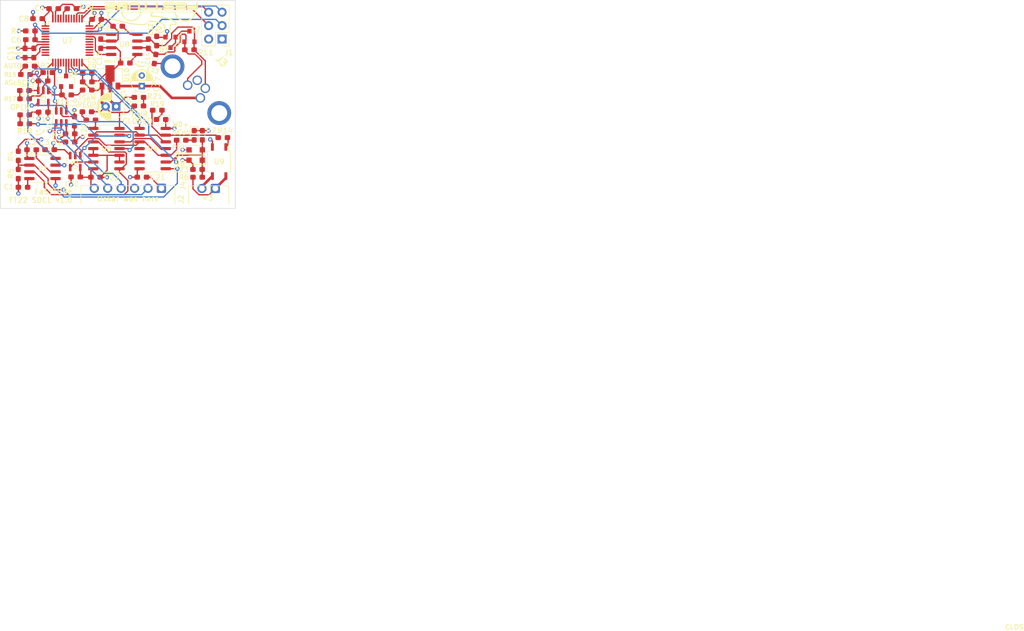
<source format=kicad_pcb>
(kicad_pcb (version 20171130) (host pcbnew 5.1.6)

  (general
    (thickness 1.6)
    (drawings 18)
    (tracks 560)
    (zones 0)
    (modules 74)
    (nets 76)
  )

  (page A4)
  (layers
    (0 F.Cu signal)
    (1 3V3.Cu power)
    (2 GND.Cu power)
    (31 B.Cu signal)
    (33 F.Adhes user)
    (35 F.Paste user)
    (37 F.SilkS user)
    (39 F.Mask user)
    (40 Dwgs.User user hide)
    (41 Cmts.User user hide)
    (42 Eco1.User user hide)
    (43 Eco2.User user hide)
    (44 Edge.Cuts user)
    (45 Margin user)
    (46 B.CrtYd user hide)
    (47 F.CrtYd user)
    (49 F.Fab user hide)
  )

  (setup
    (last_trace_width 0.25)
    (user_trace_width 0.5)
    (user_trace_width 1)
    (trace_clearance 0.2)
    (zone_clearance 0.508)
    (zone_45_only no)
    (trace_min 0.2)
    (via_size 0.8)
    (via_drill 0.4)
    (via_min_size 0.4)
    (via_min_drill 0.3)
    (uvia_size 0.3)
    (uvia_drill 0.1)
    (uvias_allowed no)
    (uvia_min_size 0.2)
    (uvia_min_drill 0.1)
    (edge_width 0.1)
    (segment_width 0.2)
    (pcb_text_width 0.3)
    (pcb_text_size 1.5 1.5)
    (mod_edge_width 0.15)
    (mod_text_size 1 1)
    (mod_text_width 0.15)
    (pad_size 4.5 4.5)
    (pad_drill 3)
    (pad_to_mask_clearance 0)
    (aux_axis_origin 0 0)
    (visible_elements FFFFFF7F)
    (pcbplotparams
      (layerselection 0x010fc_ffffffff)
      (usegerberextensions false)
      (usegerberattributes true)
      (usegerberadvancedattributes true)
      (creategerberjobfile true)
      (excludeedgelayer true)
      (linewidth 0.100000)
      (plotframeref false)
      (viasonmask false)
      (mode 1)
      (useauxorigin false)
      (hpglpennumber 1)
      (hpglpenspeed 20)
      (hpglpendiameter 15.000000)
      (psnegative false)
      (psa4output false)
      (plotreference true)
      (plotvalue true)
      (plotinvisibletext false)
      (padsonsilk false)
      (subtractmaskfromsilk false)
      (outputformat 1)
      (mirror false)
      (drillshape 1)
      (scaleselection 1)
      (outputdirectory ""))
  )

  (net 0 "")
  (net 1 GND)
  (net 2 +3V3)
  (net 3 NRST)
  (net 4 CAN_H)
  (net 5 CAN_L)
  (net 6 +12V)
  (net 7 SDC_in_3V3)
  (net 8 "Net-(D2-Pad3)")
  (net 9 TS_activate_MUXed)
  (net 10 TRACESWO)
  (net 11 SWDIO)
  (net 12 SWCLK)
  (net 13 ~SDC_reset~)
  (net 14 "Net-(J2-Pad3)")
  (net 15 TS_activate_ext)
  (net 16 TS_activate_dash)
  (net 17 SDC_in)
  (net 18 SDC_out)
  (net 19 To_SDC_relais)
  (net 20 AS_driving_mode)
  (net 21 AS_close_SDC)
  (net 22 "Net-(R12-Pad1)")
  (net 23 Watchdog)
  (net 24 SDC_is_ready)
  (net 25 "Net-(U7-Pad46)")
  (net 26 "Net-(U7-Pad45)")
  (net 27 "Net-(U7-Pad43)")
  (net 28 "Net-(U7-Pad42)")
  (net 29 "Net-(U7-Pad41)")
  (net 30 "Net-(U7-Pad40)")
  (net 31 "Net-(U7-Pad38)")
  (net 32 CAN_TX)
  (net 33 CAN_RX)
  (net 34 "Net-(U7-Pad31)")
  (net 35 "Net-(U7-Pad30)")
  (net 36 "Net-(U7-Pad29)")
  (net 37 "Net-(U7-Pad28)")
  (net 38 "Net-(U7-Pad27)")
  (net 39 "Net-(U7-Pad26)")
  (net 40 "Net-(U7-Pad25)")
  (net 41 "Net-(U7-Pad22)")
  (net 42 "Net-(U7-Pad21)")
  (net 43 "Net-(U7-Pad17)")
  (net 44 "Net-(U7-Pad16)")
  (net 45 "Net-(U7-Pad12)")
  (net 46 "Net-(U7-Pad11)")
  (net 47 "Net-(U7-Pad10)")
  (net 48 "Net-(U7-Pad6)")
  (net 49 "Net-(U7-Pad5)")
  (net 50 "Net-(U7-Pad4)")
  (net 51 "Net-(U7-Pad3)")
  (net 52 "Net-(U7-Pad2)")
  (net 53 "Net-(R14-Pad2)")
  (net 54 "Net-(R10-Pad1)")
  (net 55 "Net-(D5-Pad2)")
  (net 56 "Net-(D6-Pad2)")
  (net 57 "Net-(D7-Pad2)")
  (net 58 "Net-(D9-Pad2)")
  (net 59 "Net-(D10-Pad2)")
  (net 60 "Net-(D11-Pad2)")
  (net 61 "Net-(D12-Pad2)")
  (net 62 "Net-(D13-Pad2)")
  (net 63 "/Non-Programmable Logic/~WDO~")
  (net 64 "/Non-Programmable Logic/RP")
  (net 65 "/Non-Programmable Logic/WP")
  (net 66 "/Non-Programmable Logic/correct_button_pressed")
  (net 67 "/Non-Programmable Logic/close_while_allowed")
  (net 68 "/Non-Programmable Logic/reopened")
  (net 69 "/Non-Programmable Logic/~reset_all~")
  (net 70 "/Non-Programmable Logic/closing_allowed")
  (net 71 "/Non-Programmable Logic/~reopen~")
  (net 72 "/Non-Programmable Logic/WD_and_SDCin_ok")
  (net 73 "/Non-Programmable Logic/~try_close~")
  (net 74 "/Non-Programmable Logic/still_initial_open")
  (net 75 "Net-(R!1-Pad2)")

  (net_class Default "This is the default net class."
    (clearance 0.2)
    (trace_width 0.25)
    (via_dia 0.8)
    (via_drill 0.4)
    (uvia_dia 0.3)
    (uvia_drill 0.1)
    (add_net +12V)
    (add_net +3V3)
    (add_net "/Non-Programmable Logic/RP")
    (add_net "/Non-Programmable Logic/WD_and_SDCin_ok")
    (add_net "/Non-Programmable Logic/WP")
    (add_net "/Non-Programmable Logic/close_while_allowed")
    (add_net "/Non-Programmable Logic/closing_allowed")
    (add_net "/Non-Programmable Logic/correct_button_pressed")
    (add_net "/Non-Programmable Logic/reopened")
    (add_net "/Non-Programmable Logic/still_initial_open")
    (add_net "/Non-Programmable Logic/~WDO~")
    (add_net "/Non-Programmable Logic/~reopen~")
    (add_net "/Non-Programmable Logic/~reset_all~")
    (add_net "/Non-Programmable Logic/~try_close~")
    (add_net AS_close_SDC)
    (add_net AS_driving_mode)
    (add_net CAN_H)
    (add_net CAN_L)
    (add_net CAN_RX)
    (add_net CAN_TX)
    (add_net GND)
    (add_net NRST)
    (add_net "Net-(D10-Pad2)")
    (add_net "Net-(D11-Pad2)")
    (add_net "Net-(D12-Pad2)")
    (add_net "Net-(D13-Pad2)")
    (add_net "Net-(D2-Pad3)")
    (add_net "Net-(D5-Pad2)")
    (add_net "Net-(D6-Pad2)")
    (add_net "Net-(D7-Pad2)")
    (add_net "Net-(D9-Pad2)")
    (add_net "Net-(J2-Pad3)")
    (add_net "Net-(R!1-Pad2)")
    (add_net "Net-(R10-Pad1)")
    (add_net "Net-(R12-Pad1)")
    (add_net "Net-(R14-Pad2)")
    (add_net "Net-(U7-Pad10)")
    (add_net "Net-(U7-Pad11)")
    (add_net "Net-(U7-Pad12)")
    (add_net "Net-(U7-Pad16)")
    (add_net "Net-(U7-Pad17)")
    (add_net "Net-(U7-Pad2)")
    (add_net "Net-(U7-Pad21)")
    (add_net "Net-(U7-Pad22)")
    (add_net "Net-(U7-Pad25)")
    (add_net "Net-(U7-Pad26)")
    (add_net "Net-(U7-Pad27)")
    (add_net "Net-(U7-Pad28)")
    (add_net "Net-(U7-Pad29)")
    (add_net "Net-(U7-Pad3)")
    (add_net "Net-(U7-Pad30)")
    (add_net "Net-(U7-Pad31)")
    (add_net "Net-(U7-Pad38)")
    (add_net "Net-(U7-Pad4)")
    (add_net "Net-(U7-Pad40)")
    (add_net "Net-(U7-Pad41)")
    (add_net "Net-(U7-Pad42)")
    (add_net "Net-(U7-Pad43)")
    (add_net "Net-(U7-Pad45)")
    (add_net "Net-(U7-Pad46)")
    (add_net "Net-(U7-Pad5)")
    (add_net "Net-(U7-Pad6)")
    (add_net SDC_in)
    (add_net SDC_in_3V3)
    (add_net SDC_is_ready)
    (add_net SDC_out)
    (add_net SWCLK)
    (add_net SWDIO)
    (add_net TRACESWO)
    (add_net TS_activate_MUXed)
    (add_net TS_activate_dash)
    (add_net TS_activate_ext)
    (add_net To_SDC_relais)
    (add_net Watchdog)
    (add_net ~SDC_reset~)
  )

  (module Resistor_SMD:R_0603_1608Metric_Pad1.05x0.95mm_HandSolder (layer F.Cu) (tedit 5B301BBD) (tstamp 61BBD3C0)
    (at 162.075854 79.178047)
    (descr "Resistor SMD 0603 (1608 Metric), square (rectangular) end terminal, IPC_7351 nominal with elongated pad for handsoldering. (Body size source: http://www.tortai-tech.com/upload/download/2011102023233369053.pdf), generated with kicad-footprint-generator")
    (tags "resistor handsolder")
    (path /61BCE4F2/61BF7CE9)
    (attr smd)
    (fp_text reference R!1 (at 0 -1.43) (layer F.SilkS) hide
      (effects (font (size 1 1) (thickness 0.15)))
    )
    (fp_text value ∞ (at 0 1.43) (layer F.Fab)
      (effects (font (size 1 1) (thickness 0.15)))
    )
    (fp_line (start 1.65 0.73) (end -1.65 0.73) (layer F.CrtYd) (width 0.05))
    (fp_line (start 1.65 -0.73) (end 1.65 0.73) (layer F.CrtYd) (width 0.05))
    (fp_line (start -1.65 -0.73) (end 1.65 -0.73) (layer F.CrtYd) (width 0.05))
    (fp_line (start -1.65 0.73) (end -1.65 -0.73) (layer F.CrtYd) (width 0.05))
    (fp_line (start -0.171267 0.51) (end 0.171267 0.51) (layer F.SilkS) (width 0.12))
    (fp_line (start -0.171267 -0.51) (end 0.171267 -0.51) (layer F.SilkS) (width 0.12))
    (fp_line (start 0.8 0.4) (end -0.8 0.4) (layer F.Fab) (width 0.1))
    (fp_line (start 0.8 -0.4) (end 0.8 0.4) (layer F.Fab) (width 0.1))
    (fp_line (start -0.8 -0.4) (end 0.8 -0.4) (layer F.Fab) (width 0.1))
    (fp_line (start -0.8 0.4) (end -0.8 -0.4) (layer F.Fab) (width 0.1))
    (fp_text user %R (at 0 0) (layer F.Fab)
      (effects (font (size 0.4 0.4) (thickness 0.06)))
    )
    (pad 2 smd roundrect (at 0.875 0) (size 1.05 0.95) (layers F.Cu F.Paste F.Mask) (roundrect_rratio 0.25)
      (net 75 "Net-(R!1-Pad2)"))
    (pad 1 smd roundrect (at -0.875 0) (size 1.05 0.95) (layers F.Cu F.Paste F.Mask) (roundrect_rratio 0.25)
      (net 2 +3V3))
    (model ${KISYS3DMOD}/Resistor_SMD.3dshapes/R_0603_1608Metric.wrl
      (at (xyz 0 0 0))
      (scale (xyz 1 1 1))
      (rotate (xyz 0 0 0))
    )
  )

  (module Package_SO:SOIC-8_3.9x4.9mm_P1.27mm (layer F.Cu) (tedit 5D9F72B1) (tstamp 61B5517B)
    (at 161.888506 75.655834)
    (descr "SOIC, 8 Pin (JEDEC MS-012AA, https://www.analog.com/media/en/package-pcb-resources/package/pkg_pdf/soic_narrow-r/r_8.pdf), generated with kicad-footprint-generator ipc_gullwing_generator.py")
    (tags "SOIC SO")
    (path /61BCE4F2/61D66C8F)
    (attr smd)
    (fp_text reference U8 (at 0.000029 0.002995) (layer F.SilkS)
      (effects (font (size 1 1) (thickness 0.15)))
    )
    (fp_text value SN65HVD231 (at -5.08 -3.81) (layer F.Fab)
      (effects (font (size 1 1) (thickness 0.15)))
    )
    (fp_line (start 0 2.56) (end 1.95 2.56) (layer F.SilkS) (width 0.12))
    (fp_line (start 0 2.56) (end -1.95 2.56) (layer F.SilkS) (width 0.12))
    (fp_line (start 0 -2.56) (end 1.95 -2.56) (layer F.SilkS) (width 0.12))
    (fp_line (start 0 -2.56) (end -3.45 -2.56) (layer F.SilkS) (width 0.12))
    (fp_line (start -0.975 -2.45) (end 1.95 -2.45) (layer F.Fab) (width 0.1))
    (fp_line (start 1.95 -2.45) (end 1.95 2.45) (layer F.Fab) (width 0.1))
    (fp_line (start 1.95 2.45) (end -1.95 2.45) (layer F.Fab) (width 0.1))
    (fp_line (start -1.95 2.45) (end -1.95 -1.475) (layer F.Fab) (width 0.1))
    (fp_line (start -1.95 -1.475) (end -0.975 -2.45) (layer F.Fab) (width 0.1))
    (fp_line (start -3.7 -2.7) (end -3.7 2.7) (layer F.CrtYd) (width 0.05))
    (fp_line (start -3.7 2.7) (end 3.7 2.7) (layer F.CrtYd) (width 0.05))
    (fp_line (start 3.7 2.7) (end 3.7 -2.7) (layer F.CrtYd) (width 0.05))
    (fp_line (start 3.7 -2.7) (end -3.7 -2.7) (layer F.CrtYd) (width 0.05))
    (fp_text user %R (at 0 0) (layer F.Fab)
      (effects (font (size 0.98 0.98) (thickness 0.15)))
    )
    (pad 8 smd roundrect (at 2.475 -1.905) (size 1.95 0.6) (layers F.Cu F.Paste F.Mask) (roundrect_rratio 0.25)
      (net 22 "Net-(R12-Pad1)"))
    (pad 7 smd roundrect (at 2.475 -0.635) (size 1.95 0.6) (layers F.Cu F.Paste F.Mask) (roundrect_rratio 0.25)
      (net 4 CAN_H))
    (pad 6 smd roundrect (at 2.475 0.635) (size 1.95 0.6) (layers F.Cu F.Paste F.Mask) (roundrect_rratio 0.25)
      (net 5 CAN_L))
    (pad 5 smd roundrect (at 2.475 1.905) (size 1.95 0.6) (layers F.Cu F.Paste F.Mask) (roundrect_rratio 0.25)
      (net 75 "Net-(R!1-Pad2)"))
    (pad 4 smd roundrect (at -2.475 1.905) (size 1.95 0.6) (layers F.Cu F.Paste F.Mask) (roundrect_rratio 0.25)
      (net 33 CAN_RX))
    (pad 3 smd roundrect (at -2.475 0.635) (size 1.95 0.6) (layers F.Cu F.Paste F.Mask) (roundrect_rratio 0.25)
      (net 2 +3V3))
    (pad 2 smd roundrect (at -2.475 -0.635) (size 1.95 0.6) (layers F.Cu F.Paste F.Mask) (roundrect_rratio 0.25)
      (net 1 GND))
    (pad 1 smd roundrect (at -2.475 -1.905) (size 1.95 0.6) (layers F.Cu F.Paste F.Mask) (roundrect_rratio 0.25)
      (net 32 CAN_TX))
    (model ${KISYS3DMOD}/Package_SO.3dshapes/SOIC-8_3.9x4.9mm_P1.27mm.wrl
      (at (xyz 0 0 0))
      (scale (xyz 1 1 1))
      (rotate (xyz 0 0 0))
    )
  )

  (module Package_SO:SC-74-6_1.5x2.9mm_P0.95mm (layer F.Cu) (tedit 5D9F72B0) (tstamp 61B5507C)
    (at 149.968436 89.363424 90)
    (descr "SC-74, 6 Pin (https://www.nxp.com/docs/en/package-information/SOT457.pdf), generated with kicad-footprint-generator ipc_gullwing_generator.py")
    (tags "SC-74 SO")
    (path /61A897B7/61B6A3BA)
    (attr smd)
    (fp_text reference U1 (at -1.796282 -2.267451 270) (layer F.SilkS)
      (effects (font (size 0.9 0.9) (thickness 0.15)))
    )
    (fp_text value NL17SZ157 (at 0 2 270) (layer F.Fab)
      (effects (font (size 1 1) (thickness 0.15)))
    )
    (fp_line (start 0 1.56) (end 0.75 1.56) (layer F.SilkS) (width 0.12))
    (fp_line (start 0 1.56) (end -0.75 1.56) (layer F.SilkS) (width 0.12))
    (fp_line (start 0 -1.56) (end 0.75 -1.56) (layer F.SilkS) (width 0.12))
    (fp_line (start 0 -1.56) (end -1.85 -1.56) (layer F.SilkS) (width 0.12))
    (fp_line (start -0.375 -1.45) (end 0.75 -1.45) (layer F.Fab) (width 0.1))
    (fp_line (start 0.75 -1.45) (end 0.75 1.45) (layer F.Fab) (width 0.1))
    (fp_line (start 0.75 1.45) (end -0.75 1.45) (layer F.Fab) (width 0.1))
    (fp_line (start -0.75 1.45) (end -0.75 -1.075) (layer F.Fab) (width 0.1))
    (fp_line (start -0.75 -1.075) (end -0.375 -1.45) (layer F.Fab) (width 0.1))
    (fp_line (start -2.1 -1.7) (end -2.1 1.7) (layer F.CrtYd) (width 0.05))
    (fp_line (start -2.1 1.7) (end 2.1 1.7) (layer F.CrtYd) (width 0.05))
    (fp_line (start 2.1 1.7) (end 2.1 -1.7) (layer F.CrtYd) (width 0.05))
    (fp_line (start 2.1 -1.7) (end -2.1 -1.7) (layer F.CrtYd) (width 0.05))
    (fp_text user %R (at -0.06 0) (layer F.Fab)
      (effects (font (size 0.5 0.5) (thickness 0.075)))
    )
    (pad 6 smd roundrect (at 1.1375 -0.95 90) (size 1.425 0.5) (layers F.Cu F.Paste F.Mask) (roundrect_rratio 0.25)
      (net 20 AS_driving_mode))
    (pad 5 smd roundrect (at 1.1375 0 90) (size 1.425 0.5) (layers F.Cu F.Paste F.Mask) (roundrect_rratio 0.25)
      (net 2 +3V3))
    (pad 4 smd roundrect (at 1.1375 0.95 90) (size 1.425 0.5) (layers F.Cu F.Paste F.Mask) (roundrect_rratio 0.25)
      (net 66 "/Non-Programmable Logic/correct_button_pressed"))
    (pad 3 smd roundrect (at -1.1375 0.95 90) (size 1.425 0.5) (layers F.Cu F.Paste F.Mask) (roundrect_rratio 0.25)
      (net 16 TS_activate_dash))
    (pad 2 smd roundrect (at -1.1375 0 90) (size 1.425 0.5) (layers F.Cu F.Paste F.Mask) (roundrect_rratio 0.25)
      (net 1 GND))
    (pad 1 smd roundrect (at -1.1375 -0.95 90) (size 1.425 0.5) (layers F.Cu F.Paste F.Mask) (roundrect_rratio 0.25)
      (net 15 TS_activate_ext))
    (model ${KISYS3DMOD}/Package_SO.3dshapes/SC-74-6_1.5x2.9mm_P0.95mm.wrl
      (at (xyz 0 0 0))
      (scale (xyz 1 1 1))
      (rotate (xyz 0 0 0))
    )
  )

  (module "" (layer F.Cu) (tedit 0) (tstamp 0)
    (at 154.94 86.36)
    (fp_text reference "" (at 175.379275 97.559263) (layer F.SilkS)
      (effects (font (size 1.27 1.27) (thickness 0.15)))
    )
    (fp_text value "" (at 175.379275 97.559263) (layer F.SilkS)
      (effects (font (size 1.27 1.27) (thickness 0.15)))
    )
    (fp_text user CLOS (at 175.250762 99.487276 180) (layer F.SilkS)
      (effects (font (size 0.9 0.9) (thickness 0.15)))
    )
  )

  (module Diode_SMD:D_SOD-323_HandSoldering (layer F.Cu) (tedit 58641869) (tstamp 61BA8D31)
    (at 175.379275 97.559263 180)
    (descr SOD-323)
    (tags SOD-323)
    (path /61BBA8EA/61BC341D)
    (attr smd)
    (fp_text reference D8 (at 2.984564 -0.500185) (layer F.SilkS)
      (effects (font (size 1 1) (thickness 0.15)))
    )
    (fp_text value D_TVS (at 0.1 1.9) (layer F.Fab)
      (effects (font (size 1 1) (thickness 0.15)))
    )
    (fp_line (start -1.9 -0.85) (end -1.9 0.85) (layer F.SilkS) (width 0.12))
    (fp_line (start 0.2 0) (end 0.45 0) (layer F.Fab) (width 0.1))
    (fp_line (start 0.2 0.35) (end -0.3 0) (layer F.Fab) (width 0.1))
    (fp_line (start 0.2 -0.35) (end 0.2 0.35) (layer F.Fab) (width 0.1))
    (fp_line (start -0.3 0) (end 0.2 -0.35) (layer F.Fab) (width 0.1))
    (fp_line (start -0.3 0) (end -0.5 0) (layer F.Fab) (width 0.1))
    (fp_line (start -0.3 -0.35) (end -0.3 0.35) (layer F.Fab) (width 0.1))
    (fp_line (start -0.9 0.7) (end -0.9 -0.7) (layer F.Fab) (width 0.1))
    (fp_line (start 0.9 0.7) (end -0.9 0.7) (layer F.Fab) (width 0.1))
    (fp_line (start 0.9 -0.7) (end 0.9 0.7) (layer F.Fab) (width 0.1))
    (fp_line (start -0.9 -0.7) (end 0.9 -0.7) (layer F.Fab) (width 0.1))
    (fp_line (start -2 -0.95) (end 2 -0.95) (layer F.CrtYd) (width 0.05))
    (fp_line (start 2 -0.95) (end 2 0.95) (layer F.CrtYd) (width 0.05))
    (fp_line (start -2 0.95) (end 2 0.95) (layer F.CrtYd) (width 0.05))
    (fp_line (start -2 -0.95) (end -2 0.95) (layer F.CrtYd) (width 0.05))
    (fp_line (start -1.9 0.85) (end 1.25 0.85) (layer F.SilkS) (width 0.12))
    (fp_line (start -1.9 -0.85) (end 1.25 -0.85) (layer F.SilkS) (width 0.12))
    (fp_text user %R (at 0 -1.85) (layer F.Fab)
      (effects (font (size 1 1) (thickness 0.15)))
    )
    (pad 2 smd rect (at 1.25 0 180) (size 1 1) (layers F.Cu F.Paste F.Mask)
      (net 1 GND))
    (pad 1 smd rect (at -1.25 0 180) (size 1 1) (layers F.Cu F.Paste F.Mask)
      (net 7 SDC_in_3V3))
    (model ${KISYS3DMOD}/Diode_SMD.3dshapes/D_SOD-323.wrl
      (at (xyz 0 0 0))
      (scale (xyz 1 1 1))
      (rotate (xyz 0 0 0))
    )
  )

  (module Diode_SMD:D_SOD-323_HandSoldering (layer F.Cu) (tedit 58641869) (tstamp 61BA8C2B)
    (at 175.391171 95.596543)
    (descr SOD-323)
    (tags SOD-323)
    (path /61BBA8EA/61BC3417)
    (attr smd)
    (fp_text reference D1 (at -2.98448 0.881531) (layer F.SilkS)
      (effects (font (size 1 1) (thickness 0.15)))
    )
    (fp_text value D_TVS (at 0.1 1.9) (layer F.Fab)
      (effects (font (size 1 1) (thickness 0.15)))
    )
    (fp_line (start -1.9 -0.85) (end -1.9 0.85) (layer F.SilkS) (width 0.12))
    (fp_line (start 0.2 0) (end 0.45 0) (layer F.Fab) (width 0.1))
    (fp_line (start 0.2 0.35) (end -0.3 0) (layer F.Fab) (width 0.1))
    (fp_line (start 0.2 -0.35) (end 0.2 0.35) (layer F.Fab) (width 0.1))
    (fp_line (start -0.3 0) (end 0.2 -0.35) (layer F.Fab) (width 0.1))
    (fp_line (start -0.3 0) (end -0.5 0) (layer F.Fab) (width 0.1))
    (fp_line (start -0.3 -0.35) (end -0.3 0.35) (layer F.Fab) (width 0.1))
    (fp_line (start -0.9 0.7) (end -0.9 -0.7) (layer F.Fab) (width 0.1))
    (fp_line (start 0.9 0.7) (end -0.9 0.7) (layer F.Fab) (width 0.1))
    (fp_line (start 0.9 -0.7) (end 0.9 0.7) (layer F.Fab) (width 0.1))
    (fp_line (start -0.9 -0.7) (end 0.9 -0.7) (layer F.Fab) (width 0.1))
    (fp_line (start -2 -0.95) (end 2 -0.95) (layer F.CrtYd) (width 0.05))
    (fp_line (start 2 -0.95) (end 2 0.95) (layer F.CrtYd) (width 0.05))
    (fp_line (start -2 0.95) (end 2 0.95) (layer F.CrtYd) (width 0.05))
    (fp_line (start -2 -0.95) (end -2 0.95) (layer F.CrtYd) (width 0.05))
    (fp_line (start -1.9 0.85) (end 1.25 0.85) (layer F.SilkS) (width 0.12))
    (fp_line (start -1.9 -0.85) (end 1.25 -0.85) (layer F.SilkS) (width 0.12))
    (fp_text user %R (at 0 -1.85) (layer F.Fab)
      (effects (font (size 1 1) (thickness 0.15)))
    )
    (pad 2 smd rect (at 1.25 0) (size 1 1) (layers F.Cu F.Paste F.Mask)
      (net 7 SDC_in_3V3))
    (pad 1 smd rect (at -1.25 0) (size 1 1) (layers F.Cu F.Paste F.Mask)
      (net 2 +3V3))
    (model ${KISYS3DMOD}/Diode_SMD.3dshapes/D_SOD-323.wrl
      (at (xyz 0 0 0))
      (scale (xyz 1 1 1))
      (rotate (xyz 0 0 0))
    )
  )

  (module Capacitor_SMD:C_0603_1608Metric_Pad1.05x0.95mm_HandSolder (layer F.Cu) (tedit 5B301BBE) (tstamp 61BA8C13)
    (at 175.737797 99.303391)
    (descr "Capacitor SMD 0603 (1608 Metric), square (rectangular) end terminal, IPC_7351 nominal with elongated pad for handsoldering. (Body size source: http://www.tortai-tech.com/upload/download/2011102023233369053.pdf), generated with kicad-footprint-generator")
    (tags "capacitor handsolder")
    (path /61BBA8EA/61BC340A)
    (attr smd)
    (fp_text reference C23 (at -3.132421 0.053925) (layer F.SilkS)
      (effects (font (size 1 1) (thickness 0.15)))
    )
    (fp_text value 100nF (at 0 1.43) (layer F.Fab)
      (effects (font (size 1 1) (thickness 0.15)))
    )
    (fp_line (start -0.8 0.4) (end -0.8 -0.4) (layer F.Fab) (width 0.1))
    (fp_line (start -0.8 -0.4) (end 0.8 -0.4) (layer F.Fab) (width 0.1))
    (fp_line (start 0.8 -0.4) (end 0.8 0.4) (layer F.Fab) (width 0.1))
    (fp_line (start 0.8 0.4) (end -0.8 0.4) (layer F.Fab) (width 0.1))
    (fp_line (start -0.171267 -0.51) (end 0.171267 -0.51) (layer F.SilkS) (width 0.12))
    (fp_line (start -0.171267 0.51) (end 0.171267 0.51) (layer F.SilkS) (width 0.12))
    (fp_line (start -1.65 0.73) (end -1.65 -0.73) (layer F.CrtYd) (width 0.05))
    (fp_line (start -1.65 -0.73) (end 1.65 -0.73) (layer F.CrtYd) (width 0.05))
    (fp_line (start 1.65 -0.73) (end 1.65 0.73) (layer F.CrtYd) (width 0.05))
    (fp_line (start 1.65 0.73) (end -1.65 0.73) (layer F.CrtYd) (width 0.05))
    (fp_text user %R (at 0 0) (layer F.Fab)
      (effects (font (size 0.4 0.4) (thickness 0.06)))
    )
    (pad 2 smd roundrect (at 0.875 0) (size 1.05 0.95) (layers F.Cu F.Paste F.Mask) (roundrect_rratio 0.25)
      (net 7 SDC_in_3V3))
    (pad 1 smd roundrect (at -0.875 0) (size 1.05 0.95) (layers F.Cu F.Paste F.Mask) (roundrect_rratio 0.25)
      (net 1 GND))
    (model ${KISYS3DMOD}/Capacitor_SMD.3dshapes/C_0603_1608Metric.wrl
      (at (xyz 0 0 0))
      (scale (xyz 1 1 1))
      (rotate (xyz 0 0 0))
    )
  )

  (module Capacitor_SMD:C_0603_1608Metric_Pad1.05x0.95mm_HandSolder (layer F.Cu) (tedit 5B301BBE) (tstamp 61B8F3AF)
    (at 152.685043 100.722398)
    (descr "Capacitor SMD 0603 (1608 Metric), square (rectangular) end terminal, IPC_7351 nominal with elongated pad for handsoldering. (Body size source: http://www.tortai-tech.com/upload/download/2011102023233369053.pdf), generated with kicad-footprint-generator")
    (tags "capacitor handsolder")
    (path /61A897B7/61BC6966)
    (attr smd)
    (fp_text reference C20 (at -0.741892 1.363184) (layer F.SilkS)
      (effects (font (size 0.9 0.9) (thickness 0.12)))
    )
    (fp_text value 100nF (at 0 1.43) (layer F.Fab)
      (effects (font (size 1 1) (thickness 0.15)))
    )
    (fp_line (start 1.65 0.73) (end -1.65 0.73) (layer F.CrtYd) (width 0.05))
    (fp_line (start 1.65 -0.73) (end 1.65 0.73) (layer F.CrtYd) (width 0.05))
    (fp_line (start -1.65 -0.73) (end 1.65 -0.73) (layer F.CrtYd) (width 0.05))
    (fp_line (start -1.65 0.73) (end -1.65 -0.73) (layer F.CrtYd) (width 0.05))
    (fp_line (start -0.171267 0.51) (end 0.171267 0.51) (layer F.SilkS) (width 0.12))
    (fp_line (start -0.171267 -0.51) (end 0.171267 -0.51) (layer F.SilkS) (width 0.12))
    (fp_line (start 0.8 0.4) (end -0.8 0.4) (layer F.Fab) (width 0.1))
    (fp_line (start 0.8 -0.4) (end 0.8 0.4) (layer F.Fab) (width 0.1))
    (fp_line (start -0.8 -0.4) (end 0.8 -0.4) (layer F.Fab) (width 0.1))
    (fp_line (start -0.8 0.4) (end -0.8 -0.4) (layer F.Fab) (width 0.1))
    (fp_text user %R (at 0 0) (layer F.Fab)
      (effects (font (size 0.4 0.4) (thickness 0.06)))
    )
    (pad 1 smd roundrect (at -0.875 0) (size 1.05 0.95) (layers F.Cu F.Paste F.Mask) (roundrect_rratio 0.25)
      (net 1 GND))
    (pad 2 smd roundrect (at 0.875 0) (size 1.05 0.95) (layers F.Cu F.Paste F.Mask) (roundrect_rratio 0.25)
      (net 2 +3V3))
    (model ${KISYS3DMOD}/Capacitor_SMD.3dshapes/C_0603_1608Metric.wrl
      (at (xyz 0 0 0))
      (scale (xyz 1 1 1))
      (rotate (xyz 0 0 0))
    )
  )

  (module Resistor_SMD:R_0603_1608Metric_Pad1.05x0.95mm_HandSolder (layer F.Cu) (tedit 5B301BBD) (tstamp 61B54F9A)
    (at 151.64189 94.112034)
    (descr "Resistor SMD 0603 (1608 Metric), square (rectangular) end terminal, IPC_7351 nominal with elongated pad for handsoldering. (Body size source: http://www.tortai-tech.com/upload/download/2011102023233369053.pdf), generated with kicad-footprint-generator")
    (tags "resistor handsolder")
    (path /61A897B7/61B0CFE4)
    (attr smd)
    (fp_text reference R1 (at -2.503087 0.073499) (layer F.SilkS)
      (effects (font (size 1 1) (thickness 0.15)))
    )
    (fp_text value 10k (at 0 1.43) (layer F.Fab)
      (effects (font (size 1 1) (thickness 0.15)))
    )
    (fp_line (start -0.8 0.4) (end -0.8 -0.4) (layer F.Fab) (width 0.1))
    (fp_line (start -0.8 -0.4) (end 0.8 -0.4) (layer F.Fab) (width 0.1))
    (fp_line (start 0.8 -0.4) (end 0.8 0.4) (layer F.Fab) (width 0.1))
    (fp_line (start 0.8 0.4) (end -0.8 0.4) (layer F.Fab) (width 0.1))
    (fp_line (start -0.171267 -0.51) (end 0.171267 -0.51) (layer F.SilkS) (width 0.12))
    (fp_line (start -0.171267 0.51) (end 0.171267 0.51) (layer F.SilkS) (width 0.12))
    (fp_line (start -1.65 0.73) (end -1.65 -0.73) (layer F.CrtYd) (width 0.05))
    (fp_line (start -1.65 -0.73) (end 1.65 -0.73) (layer F.CrtYd) (width 0.05))
    (fp_line (start 1.65 -0.73) (end 1.65 0.73) (layer F.CrtYd) (width 0.05))
    (fp_line (start 1.65 0.73) (end -1.65 0.73) (layer F.CrtYd) (width 0.05))
    (fp_text user %R (at 0 0) (layer F.Fab)
      (effects (font (size 0.4 0.4) (thickness 0.06)))
    )
    (pad 2 smd roundrect (at 0.875 0) (size 1.05 0.95) (layers F.Cu F.Paste F.Mask) (roundrect_rratio 0.25)
      (net 1 GND))
    (pad 1 smd roundrect (at -0.875 0) (size 1.05 0.95) (layers F.Cu F.Paste F.Mask) (roundrect_rratio 0.25)
      (net 15 TS_activate_ext))
    (model ${KISYS3DMOD}/Resistor_SMD.3dshapes/R_0603_1608Metric.wrl
      (at (xyz 0 0 0))
      (scale (xyz 1 1 1))
      (rotate (xyz 0 0 0))
    )
  )

  (module Package_TO_SOT_SMD:SOT-89-3 (layer F.Cu) (tedit 5C33D6E8) (tstamp 61B55191)
    (at 159.183151 81.885444 90)
    (descr "SOT-89-3, http://ww1.microchip.com/downloads/en/DeviceDoc/3L_SOT-89_MB_C04-029C.pdf")
    (tags SOT-89-3)
    (path /61B4E8CF/61B53DAA)
    (attr smd)
    (fp_text reference U10 (at 0.419404 3.143589 90 unlocked) (layer F.SilkS)
      (effects (font (size 0.9 0.9) (thickness 0.15)))
    )
    (fp_text value AZ1117R-3.3TRE1 (at 0 4.5 90) (layer F.Fab)
      (effects (font (size 1 1) (thickness 0.15)))
    )
    (fp_line (start 1.66 1.05) (end 1.66 2.36) (layer F.SilkS) (width 0.12))
    (fp_line (start 1.66 2.36) (end -1.06 2.36) (layer F.SilkS) (width 0.12))
    (fp_line (start -2.2 -2.13) (end -1.06 -2.13) (layer F.SilkS) (width 0.12))
    (fp_line (start 1.66 -2.36) (end 1.66 -1.05) (layer F.SilkS) (width 0.12))
    (fp_line (start -0.95 -1.25) (end 0.05 -2.25) (layer F.Fab) (width 0.1))
    (fp_line (start 1.55 -2.25) (end 1.55 2.25) (layer F.Fab) (width 0.1))
    (fp_line (start 1.55 2.25) (end -0.95 2.25) (layer F.Fab) (width 0.1))
    (fp_line (start -0.95 2.25) (end -0.95 -1.25) (layer F.Fab) (width 0.1))
    (fp_line (start 0.05 -2.25) (end 1.55 -2.25) (layer F.Fab) (width 0.1))
    (fp_line (start 2.55 -2.5) (end 2.55 2.5) (layer F.CrtYd) (width 0.05))
    (fp_line (start 2.55 -2.5) (end -2.55 -2.5) (layer F.CrtYd) (width 0.05))
    (fp_line (start -2.55 2.5) (end 2.55 2.5) (layer F.CrtYd) (width 0.05))
    (fp_line (start -2.55 2.5) (end -2.55 -2.5) (layer F.CrtYd) (width 0.05))
    (fp_line (start -1.06 -2.36) (end 1.66 -2.36) (layer F.SilkS) (width 0.12))
    (fp_line (start -1.06 -2.36) (end -1.06 -2.13) (layer F.SilkS) (width 0.12))
    (fp_line (start -1.06 2.36) (end -1.06 2.13) (layer F.SilkS) (width 0.12))
    (fp_text user %R (at 0 0) (layer F.Fab)
      (effects (font (size 0.8 0.8) (thickness 0.12)))
    )
    (pad 2 smd custom (at -1.5625 0 90) (size 1.475 0.9) (layers F.Cu F.Paste F.Mask)
      (net 2 +3V3) (zone_connect 2)
      (options (clearance outline) (anchor rect))
      (primitives
        (gr_poly (pts
           (xy 0.7375 -0.8665) (xy 3.8625 -0.8665) (xy 3.8625 0.8665) (xy 0.7375 0.8665)) (width 0))
      ))
    (pad 3 smd rect (at -1.65 1.5 90) (size 1.3 0.9) (layers F.Cu F.Paste F.Mask)
      (net 6 +12V))
    (pad 1 smd rect (at -1.65 -1.5 90) (size 1.3 0.9) (layers F.Cu F.Paste F.Mask)
      (net 1 GND))
    (model ${KISYS3DMOD}/Package_TO_SOT_SMD.3dshapes/SOT-89-3.wrl
      (at (xyz 0 0 0))
      (scale (xyz 1 1 1))
      (rotate (xyz 0 0 0))
    )
  )

  (module Resistor_SMD:R_0603_1608Metric_Pad1.05x0.95mm_HandSolder (layer F.Cu) (tedit 5B301BBD) (tstamp 61BA0664)
    (at 172.653248 93.768891 180)
    (descr "Resistor SMD 0603 (1608 Metric), square (rectangular) end terminal, IPC_7351 nominal with elongated pad for handsoldering. (Body size source: http://www.tortai-tech.com/upload/download/2011102023233369053.pdf), generated with kicad-footprint-generator")
    (tags "resistor handsolder")
    (path /61A897B7/61BA766D)
    (attr smd)
    (fp_text reference R22 (at 0.498139 -1.355431) (layer F.SilkS)
      (effects (font (size 0.8 0.8) (thickness 0.15)))
    )
    (fp_text value 510 (at 0 1.43) (layer F.Fab)
      (effects (font (size 1 1) (thickness 0.15)))
    )
    (fp_line (start 1.65 0.73) (end -1.65 0.73) (layer F.CrtYd) (width 0.05))
    (fp_line (start 1.65 -0.73) (end 1.65 0.73) (layer F.CrtYd) (width 0.05))
    (fp_line (start -1.65 -0.73) (end 1.65 -0.73) (layer F.CrtYd) (width 0.05))
    (fp_line (start -1.65 0.73) (end -1.65 -0.73) (layer F.CrtYd) (width 0.05))
    (fp_line (start -0.171267 0.51) (end 0.171267 0.51) (layer F.SilkS) (width 0.12))
    (fp_line (start -0.171267 -0.51) (end 0.171267 -0.51) (layer F.SilkS) (width 0.12))
    (fp_line (start 0.8 0.4) (end -0.8 0.4) (layer F.Fab) (width 0.1))
    (fp_line (start 0.8 -0.4) (end 0.8 0.4) (layer F.Fab) (width 0.1))
    (fp_line (start -0.8 -0.4) (end 0.8 -0.4) (layer F.Fab) (width 0.1))
    (fp_line (start -0.8 0.4) (end -0.8 -0.4) (layer F.Fab) (width 0.1))
    (fp_text user %R (at 0 0) (layer F.Fab)
      (effects (font (size 0.4 0.4) (thickness 0.06)))
    )
    (pad 2 smd roundrect (at 0.875 0 180) (size 1.05 0.95) (layers F.Cu F.Paste F.Mask) (roundrect_rratio 0.25)
      (net 72 "/Non-Programmable Logic/WD_and_SDCin_ok"))
    (pad 1 smd roundrect (at -0.875 0 180) (size 1.05 0.95) (layers F.Cu F.Paste F.Mask) (roundrect_rratio 0.25)
      (net 62 "Net-(D13-Pad2)"))
    (model ${KISYS3DMOD}/Resistor_SMD.3dshapes/R_0603_1608Metric.wrl
      (at (xyz 0 0 0))
      (scale (xyz 1 1 1))
      (rotate (xyz 0 0 0))
    )
  )

  (module Diode_SMD:D_0603_1608Metric_Pad1.05x0.95mm_HandSolder (layer F.Cu) (tedit 5B4B45C8) (tstamp 61BA0313)
    (at 175.099921 92.847278 270)
    (descr "Diode SMD 0603 (1608 Metric), square (rectangular) end terminal, IPC_7351 nominal, (Body size source: http://www.tortai-tech.com/upload/download/2011102023233369053.pdf), generated with kicad-footprint-generator")
    (tags "diode handsolder")
    (path /61A897B7/61BA7667)
    (attr smd)
    (fp_text reference D13 (at 0.918844 2.198684 180) (layer F.SilkS) hide
      (effects (font (size 1 1) (thickness 0.15)))
    )
    (fp_text value "Green LED" (at 0 1.43 90) (layer F.Fab)
      (effects (font (size 1 1) (thickness 0.15)))
    )
    (fp_line (start 1.65 0.73) (end -1.65 0.73) (layer F.CrtYd) (width 0.05))
    (fp_line (start 1.65 -0.73) (end 1.65 0.73) (layer F.CrtYd) (width 0.05))
    (fp_line (start -1.65 -0.73) (end 1.65 -0.73) (layer F.CrtYd) (width 0.05))
    (fp_line (start -1.65 0.73) (end -1.65 -0.73) (layer F.CrtYd) (width 0.05))
    (fp_line (start -1.66 0.735) (end 0.8 0.735) (layer F.SilkS) (width 0.12))
    (fp_line (start -1.66 -0.735) (end -1.66 0.735) (layer F.SilkS) (width 0.12))
    (fp_line (start 0.8 -0.735) (end -1.66 -0.735) (layer F.SilkS) (width 0.12))
    (fp_line (start 0.8 0.4) (end 0.8 -0.4) (layer F.Fab) (width 0.1))
    (fp_line (start -0.8 0.4) (end 0.8 0.4) (layer F.Fab) (width 0.1))
    (fp_line (start -0.8 -0.1) (end -0.8 0.4) (layer F.Fab) (width 0.1))
    (fp_line (start -0.5 -0.4) (end -0.8 -0.1) (layer F.Fab) (width 0.1))
    (fp_line (start 0.8 -0.4) (end -0.5 -0.4) (layer F.Fab) (width 0.1))
    (fp_text user %R (at 0 0 90) (layer F.Fab)
      (effects (font (size 0.4 0.4) (thickness 0.06)))
    )
    (pad 2 smd roundrect (at 0.875 0 270) (size 1.05 0.95) (layers F.Cu F.Paste F.Mask) (roundrect_rratio 0.25)
      (net 62 "Net-(D13-Pad2)"))
    (pad 1 smd roundrect (at -0.875 0 270) (size 1.05 0.95) (layers F.Cu F.Paste F.Mask) (roundrect_rratio 0.25)
      (net 1 GND))
    (model ${KISYS3DMOD}/Diode_SMD.3dshapes/D_0603_1608Metric.wrl
      (at (xyz 0 0 0))
      (scale (xyz 1 1 1))
      (rotate (xyz 0 0 0))
    )
  )

  (module Resistor_SMD:R_0603_1608Metric_Pad1.05x0.95mm_HandSolder (layer F.Cu) (tedit 5B301BBD) (tstamp 61BA0360)
    (at 164.649281 85.672996)
    (descr "Resistor SMD 0603 (1608 Metric), square (rectangular) end terminal, IPC_7351 nominal with elongated pad for handsoldering. (Body size source: http://www.tortai-tech.com/upload/download/2011102023233369053.pdf), generated with kicad-footprint-generator")
    (tags "resistor handsolder")
    (path /61B4E8CF/61BDBFFB)
    (attr smd)
    (fp_text reference R21 (at 3.016269 -0.193243) (layer F.SilkS)
      (effects (font (size 1 1) (thickness 0.15)))
    )
    (fp_text value 390 (at 0 1.43) (layer F.Fab)
      (effects (font (size 1 1) (thickness 0.15)))
    )
    (fp_line (start -0.8 0.4) (end -0.8 -0.4) (layer F.Fab) (width 0.1))
    (fp_line (start -0.8 -0.4) (end 0.8 -0.4) (layer F.Fab) (width 0.1))
    (fp_line (start 0.8 -0.4) (end 0.8 0.4) (layer F.Fab) (width 0.1))
    (fp_line (start 0.8 0.4) (end -0.8 0.4) (layer F.Fab) (width 0.1))
    (fp_line (start -0.171267 -0.51) (end 0.171267 -0.51) (layer F.SilkS) (width 0.12))
    (fp_line (start -0.171267 0.51) (end 0.171267 0.51) (layer F.SilkS) (width 0.12))
    (fp_line (start -1.65 0.73) (end -1.65 -0.73) (layer F.CrtYd) (width 0.05))
    (fp_line (start -1.65 -0.73) (end 1.65 -0.73) (layer F.CrtYd) (width 0.05))
    (fp_line (start 1.65 -0.73) (end 1.65 0.73) (layer F.CrtYd) (width 0.05))
    (fp_line (start 1.65 0.73) (end -1.65 0.73) (layer F.CrtYd) (width 0.05))
    (fp_text user %R (at 0 0) (layer F.Fab)
      (effects (font (size 0.4 0.4) (thickness 0.06)))
    )
    (pad 2 smd roundrect (at 0.875 0) (size 1.05 0.95) (layers F.Cu F.Paste F.Mask) (roundrect_rratio 0.25)
      (net 61 "Net-(D12-Pad2)"))
    (pad 1 smd roundrect (at -0.875 0) (size 1.05 0.95) (layers F.Cu F.Paste F.Mask) (roundrect_rratio 0.25)
      (net 2 +3V3))
    (model ${KISYS3DMOD}/Resistor_SMD.3dshapes/R_0603_1608Metric.wrl
      (at (xyz 0 0 0))
      (scale (xyz 1 1 1))
      (rotate (xyz 0 0 0))
    )
  )

  (module Resistor_SMD:R_0603_1608Metric_Pad1.05x0.95mm_HandSolder (layer F.Cu) (tedit 5B301BBD) (tstamp 61BA034F)
    (at 155.568773 89.964571 180)
    (descr "Resistor SMD 0603 (1608 Metric), square (rectangular) end terminal, IPC_7351 nominal with elongated pad for handsoldering. (Body size source: http://www.tortai-tech.com/upload/download/2011102023233369053.pdf), generated with kicad-footprint-generator")
    (tags "resistor handsolder")
    (path /61A897B7/61BB2549)
    (attr smd)
    (fp_text reference R20 (at 1.299879 -1.977244 90) (layer F.SilkS)
      (effects (font (size 1 1) (thickness 0.15)))
    )
    (fp_text value 510 (at 0 1.43) (layer F.Fab)
      (effects (font (size 1 1) (thickness 0.15)))
    )
    (fp_line (start -0.8 0.4) (end -0.8 -0.4) (layer F.Fab) (width 0.1))
    (fp_line (start -0.8 -0.4) (end 0.8 -0.4) (layer F.Fab) (width 0.1))
    (fp_line (start 0.8 -0.4) (end 0.8 0.4) (layer F.Fab) (width 0.1))
    (fp_line (start 0.8 0.4) (end -0.8 0.4) (layer F.Fab) (width 0.1))
    (fp_line (start -0.171267 -0.51) (end 0.171267 -0.51) (layer F.SilkS) (width 0.12))
    (fp_line (start -0.171267 0.51) (end 0.171267 0.51) (layer F.SilkS) (width 0.12))
    (fp_line (start -1.65 0.73) (end -1.65 -0.73) (layer F.CrtYd) (width 0.05))
    (fp_line (start -1.65 -0.73) (end 1.65 -0.73) (layer F.CrtYd) (width 0.05))
    (fp_line (start 1.65 -0.73) (end 1.65 0.73) (layer F.CrtYd) (width 0.05))
    (fp_line (start 1.65 0.73) (end -1.65 0.73) (layer F.CrtYd) (width 0.05))
    (fp_text user %R (at 0 0) (layer F.Fab)
      (effects (font (size 0.4 0.4) (thickness 0.06)))
    )
    (pad 2 smd roundrect (at 0.875 0 180) (size 1.05 0.95) (layers F.Cu F.Paste F.Mask) (roundrect_rratio 0.25)
      (net 60 "Net-(D11-Pad2)"))
    (pad 1 smd roundrect (at -0.875 0 180) (size 1.05 0.95) (layers F.Cu F.Paste F.Mask) (roundrect_rratio 0.25)
      (net 68 "/Non-Programmable Logic/reopened"))
    (model ${KISYS3DMOD}/Resistor_SMD.3dshapes/R_0603_1608Metric.wrl
      (at (xyz 0 0 0))
      (scale (xyz 1 1 1))
      (rotate (xyz 0 0 0))
    )
  )

  (module Resistor_SMD:R_0603_1608Metric_Pad1.05x0.95mm_HandSolder (layer F.Cu) (tedit 5B301BBD) (tstamp 61BA033E)
    (at 168.128897 88.103129)
    (descr "Resistor SMD 0603 (1608 Metric), square (rectangular) end terminal, IPC_7351 nominal with elongated pad for handsoldering. (Body size source: http://www.tortai-tech.com/upload/download/2011102023233369053.pdf), generated with kicad-footprint-generator")
    (tags "resistor handsolder")
    (path /61A897B7/61BA41A2)
    (attr smd)
    (fp_text reference R19 (at -0.013181 -1.176413) (layer F.SilkS)
      (effects (font (size 0.9 0.9) (thickness 0.15)))
    )
    (fp_text value 510 (at 0 1.43) (layer F.Fab)
      (effects (font (size 1 1) (thickness 0.15)))
    )
    (fp_line (start -0.8 0.4) (end -0.8 -0.4) (layer F.Fab) (width 0.1))
    (fp_line (start -0.8 -0.4) (end 0.8 -0.4) (layer F.Fab) (width 0.1))
    (fp_line (start 0.8 -0.4) (end 0.8 0.4) (layer F.Fab) (width 0.1))
    (fp_line (start 0.8 0.4) (end -0.8 0.4) (layer F.Fab) (width 0.1))
    (fp_line (start -0.171267 -0.51) (end 0.171267 -0.51) (layer F.SilkS) (width 0.12))
    (fp_line (start -0.171267 0.51) (end 0.171267 0.51) (layer F.SilkS) (width 0.12))
    (fp_line (start -1.65 0.73) (end -1.65 -0.73) (layer F.CrtYd) (width 0.05))
    (fp_line (start -1.65 -0.73) (end 1.65 -0.73) (layer F.CrtYd) (width 0.05))
    (fp_line (start 1.65 -0.73) (end 1.65 0.73) (layer F.CrtYd) (width 0.05))
    (fp_line (start 1.65 0.73) (end -1.65 0.73) (layer F.CrtYd) (width 0.05))
    (fp_text user %R (at 0 0) (layer F.Fab)
      (effects (font (size 0.4 0.4) (thickness 0.06)))
    )
    (pad 2 smd roundrect (at 0.875 0) (size 1.05 0.95) (layers F.Cu F.Paste F.Mask) (roundrect_rratio 0.25)
      (net 59 "Net-(D10-Pad2)"))
    (pad 1 smd roundrect (at -0.875 0) (size 1.05 0.95) (layers F.Cu F.Paste F.Mask) (roundrect_rratio 0.25)
      (net 19 To_SDC_relais))
    (model ${KISYS3DMOD}/Resistor_SMD.3dshapes/R_0603_1608Metric.wrl
      (at (xyz 0 0 0))
      (scale (xyz 1 1 1))
      (rotate (xyz 0 0 0))
    )
  )

  (module Resistor_SMD:R_0603_1608Metric_Pad1.05x0.95mm_HandSolder (layer F.Cu) (tedit 5B301BBD) (tstamp 61BA032D)
    (at 143.067964 90.665791 180)
    (descr "Resistor SMD 0603 (1608 Metric), square (rectangular) end terminal, IPC_7351 nominal with elongated pad for handsoldering. (Body size source: http://www.tortai-tech.com/upload/download/2011102023233369053.pdf), generated with kicad-footprint-generator")
    (tags "resistor handsolder")
    (path /61A897B7/61BBDC07)
    (attr smd)
    (fp_text reference R18 (at 0 -1.43) (layer F.SilkS)
      (effects (font (size 1 1) (thickness 0.15)))
    )
    (fp_text value 510 (at 0 1.43) (layer F.Fab)
      (effects (font (size 1 1) (thickness 0.15)))
    )
    (fp_line (start -0.8 0.4) (end -0.8 -0.4) (layer F.Fab) (width 0.1))
    (fp_line (start -0.8 -0.4) (end 0.8 -0.4) (layer F.Fab) (width 0.1))
    (fp_line (start 0.8 -0.4) (end 0.8 0.4) (layer F.Fab) (width 0.1))
    (fp_line (start 0.8 0.4) (end -0.8 0.4) (layer F.Fab) (width 0.1))
    (fp_line (start -0.171267 -0.51) (end 0.171267 -0.51) (layer F.SilkS) (width 0.12))
    (fp_line (start -0.171267 0.51) (end 0.171267 0.51) (layer F.SilkS) (width 0.12))
    (fp_line (start -1.65 0.73) (end -1.65 -0.73) (layer F.CrtYd) (width 0.05))
    (fp_line (start -1.65 -0.73) (end 1.65 -0.73) (layer F.CrtYd) (width 0.05))
    (fp_line (start 1.65 -0.73) (end 1.65 0.73) (layer F.CrtYd) (width 0.05))
    (fp_line (start 1.65 0.73) (end -1.65 0.73) (layer F.CrtYd) (width 0.05))
    (fp_text user %R (at 0 0) (layer F.Fab)
      (effects (font (size 0.4 0.4) (thickness 0.06)))
    )
    (pad 2 smd roundrect (at 0.875 0 180) (size 1.05 0.95) (layers F.Cu F.Paste F.Mask) (roundrect_rratio 0.25)
      (net 58 "Net-(D9-Pad2)"))
    (pad 1 smd roundrect (at -0.875 0 180) (size 1.05 0.95) (layers F.Cu F.Paste F.Mask) (roundrect_rratio 0.25)
      (net 74 "/Non-Programmable Logic/still_initial_open"))
    (model ${KISYS3DMOD}/Resistor_SMD.3dshapes/R_0603_1608Metric.wrl
      (at (xyz 0 0 0))
      (scale (xyz 1 1 1))
      (rotate (xyz 0 0 0))
    )
  )

  (module Resistor_SMD:R_0603_1608Metric_Pad1.05x0.95mm_HandSolder (layer F.Cu) (tedit 5B301BBD) (tstamp 61BA031C)
    (at 143.034553 85.955021 180)
    (descr "Resistor SMD 0603 (1608 Metric), square (rectangular) end terminal, IPC_7351 nominal with elongated pad for handsoldering. (Body size source: http://www.tortai-tech.com/upload/download/2011102023233369053.pdf), generated with kicad-footprint-generator")
    (tags "resistor handsolder")
    (path /61A897B7/61C042F7)
    (attr smd)
    (fp_text reference R17 (at 2.726599 -0.023644) (layer F.SilkS)
      (effects (font (size 0.8 0.8) (thickness 0.15)))
    )
    (fp_text value 510 (at 0 1.43) (layer F.Fab)
      (effects (font (size 1 1) (thickness 0.15)))
    )
    (fp_line (start -0.8 0.4) (end -0.8 -0.4) (layer F.Fab) (width 0.1))
    (fp_line (start -0.8 -0.4) (end 0.8 -0.4) (layer F.Fab) (width 0.1))
    (fp_line (start 0.8 -0.4) (end 0.8 0.4) (layer F.Fab) (width 0.1))
    (fp_line (start 0.8 0.4) (end -0.8 0.4) (layer F.Fab) (width 0.1))
    (fp_line (start -0.171267 -0.51) (end 0.171267 -0.51) (layer F.SilkS) (width 0.12))
    (fp_line (start -0.171267 0.51) (end 0.171267 0.51) (layer F.SilkS) (width 0.12))
    (fp_line (start -1.65 0.73) (end -1.65 -0.73) (layer F.CrtYd) (width 0.05))
    (fp_line (start -1.65 -0.73) (end 1.65 -0.73) (layer F.CrtYd) (width 0.05))
    (fp_line (start 1.65 -0.73) (end 1.65 0.73) (layer F.CrtYd) (width 0.05))
    (fp_line (start 1.65 0.73) (end -1.65 0.73) (layer F.CrtYd) (width 0.05))
    (fp_text user %R (at 0 0) (layer F.Fab)
      (effects (font (size 0.4 0.4) (thickness 0.06)))
    )
    (pad 2 smd roundrect (at 0.875 0 180) (size 1.05 0.95) (layers F.Cu F.Paste F.Mask) (roundrect_rratio 0.25)
      (net 57 "Net-(D7-Pad2)"))
    (pad 1 smd roundrect (at -0.875 0 180) (size 1.05 0.95) (layers F.Cu F.Paste F.Mask) (roundrect_rratio 0.25)
      (net 21 AS_close_SDC))
    (model ${KISYS3DMOD}/Resistor_SMD.3dshapes/R_0603_1608Metric.wrl
      (at (xyz 0 0 0))
      (scale (xyz 1 1 1))
      (rotate (xyz 0 0 0))
    )
  )

  (module Resistor_SMD:R_0603_1608Metric_Pad1.05x0.95mm_HandSolder (layer F.Cu) (tedit 5B301BBD) (tstamp 61BA030B)
    (at 150.976615 85.206066 180)
    (descr "Resistor SMD 0603 (1608 Metric), square (rectangular) end terminal, IPC_7351 nominal with elongated pad for handsoldering. (Body size source: http://www.tortai-tech.com/upload/download/2011102023233369053.pdf), generated with kicad-footprint-generator")
    (tags "resistor handsolder")
    (path /61A897B7/61C53386)
    (attr smd)
    (fp_text reference R16 (at 0.844863 -1.356947) (layer F.SilkS)
      (effects (font (size 1 1) (thickness 0.15)))
    )
    (fp_text value 510 (at 0 1.43) (layer F.Fab)
      (effects (font (size 1 1) (thickness 0.15)))
    )
    (fp_line (start -0.8 0.4) (end -0.8 -0.4) (layer F.Fab) (width 0.1))
    (fp_line (start -0.8 -0.4) (end 0.8 -0.4) (layer F.Fab) (width 0.1))
    (fp_line (start 0.8 -0.4) (end 0.8 0.4) (layer F.Fab) (width 0.1))
    (fp_line (start 0.8 0.4) (end -0.8 0.4) (layer F.Fab) (width 0.1))
    (fp_line (start -0.171267 -0.51) (end 0.171267 -0.51) (layer F.SilkS) (width 0.12))
    (fp_line (start -0.171267 0.51) (end 0.171267 0.51) (layer F.SilkS) (width 0.12))
    (fp_line (start -1.65 0.73) (end -1.65 -0.73) (layer F.CrtYd) (width 0.05))
    (fp_line (start -1.65 -0.73) (end 1.65 -0.73) (layer F.CrtYd) (width 0.05))
    (fp_line (start 1.65 -0.73) (end 1.65 0.73) (layer F.CrtYd) (width 0.05))
    (fp_line (start 1.65 0.73) (end -1.65 0.73) (layer F.CrtYd) (width 0.05))
    (fp_text user %R (at 0 0) (layer F.Fab)
      (effects (font (size 0.4 0.4) (thickness 0.06)))
    )
    (pad 2 smd roundrect (at 0.875 0 180) (size 1.05 0.95) (layers F.Cu F.Paste F.Mask) (roundrect_rratio 0.25)
      (net 66 "/Non-Programmable Logic/correct_button_pressed"))
    (pad 1 smd roundrect (at -0.875 0 180) (size 1.05 0.95) (layers F.Cu F.Paste F.Mask) (roundrect_rratio 0.25)
      (net 56 "Net-(D6-Pad2)"))
    (model ${KISYS3DMOD}/Resistor_SMD.3dshapes/R_0603_1608Metric.wrl
      (at (xyz 0 0 0))
      (scale (xyz 1 1 1))
      (rotate (xyz 0 0 0))
    )
  )

  (module Resistor_SMD:R_0603_1608Metric_Pad1.05x0.95mm_HandSolder (layer F.Cu) (tedit 5B301BBD) (tstamp 61BA02FA)
    (at 143.198248 81.342997 180)
    (descr "Resistor SMD 0603 (1608 Metric), square (rectangular) end terminal, IPC_7351 nominal with elongated pad for handsoldering. (Body size source: http://www.tortai-tech.com/upload/download/2011102023233369053.pdf), generated with kicad-footprint-generator")
    (tags "resistor handsolder")
    (path /61A897B7/61BEED21)
    (attr smd)
    (fp_text reference R15 (at 2.875351 -0.054717) (layer F.SilkS)
      (effects (font (size 0.8 0.8) (thickness 0.15)))
    )
    (fp_text value 510 (at 0 1.43) (layer F.Fab)
      (effects (font (size 1 1) (thickness 0.15)))
    )
    (fp_line (start -0.8 0.4) (end -0.8 -0.4) (layer F.Fab) (width 0.1))
    (fp_line (start -0.8 -0.4) (end 0.8 -0.4) (layer F.Fab) (width 0.1))
    (fp_line (start 0.8 -0.4) (end 0.8 0.4) (layer F.Fab) (width 0.1))
    (fp_line (start 0.8 0.4) (end -0.8 0.4) (layer F.Fab) (width 0.1))
    (fp_line (start -0.171267 -0.51) (end 0.171267 -0.51) (layer F.SilkS) (width 0.12))
    (fp_line (start -0.171267 0.51) (end 0.171267 0.51) (layer F.SilkS) (width 0.12))
    (fp_line (start -1.65 0.73) (end -1.65 -0.73) (layer F.CrtYd) (width 0.05))
    (fp_line (start -1.65 -0.73) (end 1.65 -0.73) (layer F.CrtYd) (width 0.05))
    (fp_line (start 1.65 -0.73) (end 1.65 0.73) (layer F.CrtYd) (width 0.05))
    (fp_line (start 1.65 0.73) (end -1.65 0.73) (layer F.CrtYd) (width 0.05))
    (fp_text user %R (at 0 0) (layer F.Fab)
      (effects (font (size 0.4 0.4) (thickness 0.06)))
    )
    (pad 2 smd roundrect (at 0.875 0 180) (size 1.05 0.95) (layers F.Cu F.Paste F.Mask) (roundrect_rratio 0.25)
      (net 55 "Net-(D5-Pad2)"))
    (pad 1 smd roundrect (at -0.875 0 180) (size 1.05 0.95) (layers F.Cu F.Paste F.Mask) (roundrect_rratio 0.25)
      (net 20 AS_driving_mode))
    (model ${KISYS3DMOD}/Resistor_SMD.3dshapes/R_0603_1608Metric.wrl
      (at (xyz 0 0 0))
      (scale (xyz 1 1 1))
      (rotate (xyz 0 0 0))
    )
  )

  (module Diode_SMD:D_0603_1608Metric_Pad1.05x0.95mm_HandSolder (layer F.Cu) (tedit 5B4B45C8) (tstamp 61BA0089)
    (at 164.646241 87.300143)
    (descr "Diode SMD 0603 (1608 Metric), square (rectangular) end terminal, IPC_7351 nominal, (Body size source: http://www.tortai-tech.com/upload/download/2011102023233369053.pdf), generated with kicad-footprint-generator")
    (tags "diode handsolder")
    (path /61B4E8CF/61BDBFF5)
    (attr smd)
    (fp_text reference D12 (at 0.012092 1.393709) (layer F.SilkS) hide
      (effects (font (size 0.8 0.8) (thickness 0.15)))
    )
    (fp_text value "Green LED" (at 0 1.43) (layer F.Fab)
      (effects (font (size 1 1) (thickness 0.15)))
    )
    (fp_line (start 0.8 -0.4) (end -0.5 -0.4) (layer F.Fab) (width 0.1))
    (fp_line (start -0.5 -0.4) (end -0.8 -0.1) (layer F.Fab) (width 0.1))
    (fp_line (start -0.8 -0.1) (end -0.8 0.4) (layer F.Fab) (width 0.1))
    (fp_line (start -0.8 0.4) (end 0.8 0.4) (layer F.Fab) (width 0.1))
    (fp_line (start 0.8 0.4) (end 0.8 -0.4) (layer F.Fab) (width 0.1))
    (fp_line (start 0.8 -0.735) (end -1.66 -0.735) (layer F.SilkS) (width 0.12))
    (fp_line (start -1.66 -0.735) (end -1.66 0.735) (layer F.SilkS) (width 0.12))
    (fp_line (start -1.66 0.735) (end 0.8 0.735) (layer F.SilkS) (width 0.12))
    (fp_line (start -1.65 0.73) (end -1.65 -0.73) (layer F.CrtYd) (width 0.05))
    (fp_line (start -1.65 -0.73) (end 1.65 -0.73) (layer F.CrtYd) (width 0.05))
    (fp_line (start 1.65 -0.73) (end 1.65 0.73) (layer F.CrtYd) (width 0.05))
    (fp_line (start 1.65 0.73) (end -1.65 0.73) (layer F.CrtYd) (width 0.05))
    (fp_text user %R (at 0 0) (layer F.Fab)
      (effects (font (size 0.4 0.4) (thickness 0.06)))
    )
    (pad 2 smd roundrect (at 0.875 0) (size 1.05 0.95) (layers F.Cu F.Paste F.Mask) (roundrect_rratio 0.25)
      (net 61 "Net-(D12-Pad2)"))
    (pad 1 smd roundrect (at -0.875 0) (size 1.05 0.95) (layers F.Cu F.Paste F.Mask) (roundrect_rratio 0.25)
      (net 1 GND))
    (model ${KISYS3DMOD}/Diode_SMD.3dshapes/D_0603_1608Metric.wrl
      (at (xyz 0 0 0))
      (scale (xyz 1 1 1))
      (rotate (xyz 0 0 0))
    )
  )

  (module Diode_SMD:D_0603_1608Metric_Pad1.05x0.95mm_HandSolder (layer F.Cu) (tedit 5B4B45C8) (tstamp 61BA0076)
    (at 154.830063 88.397854 180)
    (descr "Diode SMD 0603 (1608 Metric), square (rectangular) end terminal, IPC_7351 nominal, (Body size source: http://www.tortai-tech.com/upload/download/2011102023233369053.pdf), generated with kicad-footprint-generator")
    (tags "diode handsolder")
    (path /61A897B7/61BB2543)
    (attr smd)
    (fp_text reference D11 (at -0.050179 1.421393) (layer F.SilkS) hide
      (effects (font (size 0.9 0.9) (thickness 0.15)))
    )
    (fp_text value "Red LED" (at 0 1.43) (layer F.Fab)
      (effects (font (size 1 1) (thickness 0.15)))
    )
    (fp_line (start 0.8 -0.4) (end -0.5 -0.4) (layer F.Fab) (width 0.1))
    (fp_line (start -0.5 -0.4) (end -0.8 -0.1) (layer F.Fab) (width 0.1))
    (fp_line (start -0.8 -0.1) (end -0.8 0.4) (layer F.Fab) (width 0.1))
    (fp_line (start -0.8 0.4) (end 0.8 0.4) (layer F.Fab) (width 0.1))
    (fp_line (start 0.8 0.4) (end 0.8 -0.4) (layer F.Fab) (width 0.1))
    (fp_line (start 0.8 -0.735) (end -1.66 -0.735) (layer F.SilkS) (width 0.12))
    (fp_line (start -1.66 -0.735) (end -1.66 0.735) (layer F.SilkS) (width 0.12))
    (fp_line (start -1.66 0.735) (end 0.8 0.735) (layer F.SilkS) (width 0.12))
    (fp_line (start -1.65 0.73) (end -1.65 -0.73) (layer F.CrtYd) (width 0.05))
    (fp_line (start -1.65 -0.73) (end 1.65 -0.73) (layer F.CrtYd) (width 0.05))
    (fp_line (start 1.65 -0.73) (end 1.65 0.73) (layer F.CrtYd) (width 0.05))
    (fp_line (start 1.65 0.73) (end -1.65 0.73) (layer F.CrtYd) (width 0.05))
    (fp_text user %R (at 0 0) (layer F.Fab)
      (effects (font (size 0.4 0.4) (thickness 0.06)))
    )
    (pad 2 smd roundrect (at 0.875 0 180) (size 1.05 0.95) (layers F.Cu F.Paste F.Mask) (roundrect_rratio 0.25)
      (net 60 "Net-(D11-Pad2)"))
    (pad 1 smd roundrect (at -0.875 0 180) (size 1.05 0.95) (layers F.Cu F.Paste F.Mask) (roundrect_rratio 0.25)
      (net 1 GND))
    (model ${KISYS3DMOD}/Diode_SMD.3dshapes/D_0603_1608Metric.wrl
      (at (xyz 0 0 0))
      (scale (xyz 1 1 1))
      (rotate (xyz 0 0 0))
    )
  )

  (module Diode_SMD:D_0603_1608Metric_Pad1.05x0.95mm_HandSolder (layer F.Cu) (tedit 5B4B45C8) (tstamp 61BA0063)
    (at 168.848394 89.854358 180)
    (descr "Diode SMD 0603 (1608 Metric), square (rectangular) end terminal, IPC_7351 nominal, (Body size source: http://www.tortai-tech.com/upload/download/2011102023233369053.pdf), generated with kicad-footprint-generator")
    (tags "diode handsolder")
    (path /61A897B7/61BA2F4D)
    (attr smd)
    (fp_text reference D10 (at -2.769386 -0.339385) (layer F.SilkS) hide
      (effects (font (size 0.7 0.7) (thickness 0.1)))
    )
    (fp_text value "Orange LED" (at 0 1.43) (layer F.Fab)
      (effects (font (size 1 1) (thickness 0.15)))
    )
    (fp_line (start 0.8 -0.4) (end -0.5 -0.4) (layer F.Fab) (width 0.1))
    (fp_line (start -0.5 -0.4) (end -0.8 -0.1) (layer F.Fab) (width 0.1))
    (fp_line (start -0.8 -0.1) (end -0.8 0.4) (layer F.Fab) (width 0.1))
    (fp_line (start -0.8 0.4) (end 0.8 0.4) (layer F.Fab) (width 0.1))
    (fp_line (start 0.8 0.4) (end 0.8 -0.4) (layer F.Fab) (width 0.1))
    (fp_line (start 0.8 -0.735) (end -1.66 -0.735) (layer F.SilkS) (width 0.12))
    (fp_line (start -1.66 -0.735) (end -1.66 0.735) (layer F.SilkS) (width 0.12))
    (fp_line (start -1.66 0.735) (end 0.8 0.735) (layer F.SilkS) (width 0.12))
    (fp_line (start -1.65 0.73) (end -1.65 -0.73) (layer F.CrtYd) (width 0.05))
    (fp_line (start -1.65 -0.73) (end 1.65 -0.73) (layer F.CrtYd) (width 0.05))
    (fp_line (start 1.65 -0.73) (end 1.65 0.73) (layer F.CrtYd) (width 0.05))
    (fp_line (start 1.65 0.73) (end -1.65 0.73) (layer F.CrtYd) (width 0.05))
    (fp_text user %R (at 0 0) (layer F.Fab)
      (effects (font (size 0.4 0.4) (thickness 0.06)))
    )
    (pad 2 smd roundrect (at 0.875 0 180) (size 1.05 0.95) (layers F.Cu F.Paste F.Mask) (roundrect_rratio 0.25)
      (net 59 "Net-(D10-Pad2)"))
    (pad 1 smd roundrect (at -0.875 0 180) (size 1.05 0.95) (layers F.Cu F.Paste F.Mask) (roundrect_rratio 0.25)
      (net 1 GND))
    (model ${KISYS3DMOD}/Diode_SMD.3dshapes/D_0603_1608Metric.wrl
      (at (xyz 0 0 0))
      (scale (xyz 1 1 1))
      (rotate (xyz 0 0 0))
    )
  )

  (module Diode_SMD:D_0603_1608Metric_Pad1.05x0.95mm_HandSolder (layer F.Cu) (tedit 5B4B45C8) (tstamp 61BA0050)
    (at 143.051298 88.971373 180)
    (descr "Diode SMD 0603 (1608 Metric), square (rectangular) end terminal, IPC_7351 nominal, (Body size source: http://www.tortai-tech.com/upload/download/2011102023233369053.pdf), generated with kicad-footprint-generator")
    (tags "diode handsolder")
    (path /61A897B7/61BBDC01)
    (attr smd)
    (fp_text reference D9 (at 0.223245 1.521806) (layer F.SilkS) hide
      (effects (font (size 1 1) (thickness 0.15)))
    )
    (fp_text value "Green LED" (at 0 1.43) (layer F.Fab)
      (effects (font (size 1 1) (thickness 0.15)))
    )
    (fp_line (start 0.8 -0.4) (end -0.5 -0.4) (layer F.Fab) (width 0.1))
    (fp_line (start -0.5 -0.4) (end -0.8 -0.1) (layer F.Fab) (width 0.1))
    (fp_line (start -0.8 -0.1) (end -0.8 0.4) (layer F.Fab) (width 0.1))
    (fp_line (start -0.8 0.4) (end 0.8 0.4) (layer F.Fab) (width 0.1))
    (fp_line (start 0.8 0.4) (end 0.8 -0.4) (layer F.Fab) (width 0.1))
    (fp_line (start 0.8 -0.735) (end -1.66 -0.735) (layer F.SilkS) (width 0.12))
    (fp_line (start -1.66 -0.735) (end -1.66 0.735) (layer F.SilkS) (width 0.12))
    (fp_line (start -1.66 0.735) (end 0.8 0.735) (layer F.SilkS) (width 0.12))
    (fp_line (start -1.65 0.73) (end -1.65 -0.73) (layer F.CrtYd) (width 0.05))
    (fp_line (start -1.65 -0.73) (end 1.65 -0.73) (layer F.CrtYd) (width 0.05))
    (fp_line (start 1.65 -0.73) (end 1.65 0.73) (layer F.CrtYd) (width 0.05))
    (fp_line (start 1.65 0.73) (end -1.65 0.73) (layer F.CrtYd) (width 0.05))
    (fp_text user %R (at 0 0) (layer F.Fab)
      (effects (font (size 0.4 0.4) (thickness 0.06)))
    )
    (pad 2 smd roundrect (at 0.875 0 180) (size 1.05 0.95) (layers F.Cu F.Paste F.Mask) (roundrect_rratio 0.25)
      (net 58 "Net-(D9-Pad2)"))
    (pad 1 smd roundrect (at -0.875 0 180) (size 1.05 0.95) (layers F.Cu F.Paste F.Mask) (roundrect_rratio 0.25)
      (net 1 GND))
    (model ${KISYS3DMOD}/Diode_SMD.3dshapes/D_0603_1608Metric.wrl
      (at (xyz 0 0 0))
      (scale (xyz 1 1 1))
      (rotate (xyz 0 0 0))
    )
  )

  (module Diode_SMD:D_0603_1608Metric_Pad1.05x0.95mm_HandSolder (layer F.Cu) (tedit 5B4B45C8) (tstamp 61BA0028)
    (at 142.998465 84.375861 180)
    (descr "Diode SMD 0603 (1608 Metric), square (rectangular) end terminal, IPC_7351 nominal, (Body size source: http://www.tortai-tech.com/upload/download/2011102023233369053.pdf), generated with kicad-footprint-generator")
    (tags "diode handsolder")
    (path /61A897B7/61C042F1)
    (attr smd)
    (fp_text reference D7 (at 1.930174 1.493085) (layer F.SilkS) hide
      (effects (font (size 1 1) (thickness 0.15)))
    )
    (fp_text value "Orange LED" (at 0 1.43) (layer F.Fab)
      (effects (font (size 1 1) (thickness 0.15)))
    )
    (fp_line (start 0.8 -0.4) (end -0.5 -0.4) (layer F.Fab) (width 0.1))
    (fp_line (start -0.5 -0.4) (end -0.8 -0.1) (layer F.Fab) (width 0.1))
    (fp_line (start -0.8 -0.1) (end -0.8 0.4) (layer F.Fab) (width 0.1))
    (fp_line (start -0.8 0.4) (end 0.8 0.4) (layer F.Fab) (width 0.1))
    (fp_line (start 0.8 0.4) (end 0.8 -0.4) (layer F.Fab) (width 0.1))
    (fp_line (start 0.8 -0.735) (end -1.66 -0.735) (layer F.SilkS) (width 0.12))
    (fp_line (start -1.66 -0.735) (end -1.66 0.735) (layer F.SilkS) (width 0.12))
    (fp_line (start -1.66 0.735) (end 0.8 0.735) (layer F.SilkS) (width 0.12))
    (fp_line (start -1.65 0.73) (end -1.65 -0.73) (layer F.CrtYd) (width 0.05))
    (fp_line (start -1.65 -0.73) (end 1.65 -0.73) (layer F.CrtYd) (width 0.05))
    (fp_line (start 1.65 -0.73) (end 1.65 0.73) (layer F.CrtYd) (width 0.05))
    (fp_line (start 1.65 0.73) (end -1.65 0.73) (layer F.CrtYd) (width 0.05))
    (fp_text user %R (at 0 0) (layer F.Fab)
      (effects (font (size 0.4 0.4) (thickness 0.06)))
    )
    (pad 2 smd roundrect (at 0.875 0 180) (size 1.05 0.95) (layers F.Cu F.Paste F.Mask) (roundrect_rratio 0.25)
      (net 57 "Net-(D7-Pad2)"))
    (pad 1 smd roundrect (at -0.875 0 180) (size 1.05 0.95) (layers F.Cu F.Paste F.Mask) (roundrect_rratio 0.25)
      (net 1 GND))
    (model ${KISYS3DMOD}/Diode_SMD.3dshapes/D_0603_1608Metric.wrl
      (at (xyz 0 0 0))
      (scale (xyz 1 1 1))
      (rotate (xyz 0 0 0))
    )
  )

  (module Diode_SMD:D_0603_1608Metric_Pad1.05x0.95mm_HandSolder (layer F.Cu) (tedit 5B4B45C8) (tstamp 61BA0015)
    (at 154.871907 84.289265 180)
    (descr "Diode SMD 0603 (1608 Metric), square (rectangular) end terminal, IPC_7351 nominal, (Body size source: http://www.tortai-tech.com/upload/download/2011102023233369053.pdf), generated with kicad-footprint-generator")
    (tags "diode handsolder")
    (path /61A897B7/61C53380)
    (attr smd)
    (fp_text reference D6 (at 0.103089 -1.504144) (layer F.SilkS) hide
      (effects (font (size 0.9 0.9) (thickness 0.15)))
    )
    (fp_text value "Red LED" (at 0 1.43) (layer F.Fab)
      (effects (font (size 1 1) (thickness 0.15)))
    )
    (fp_line (start 0.8 -0.4) (end -0.5 -0.4) (layer F.Fab) (width 0.1))
    (fp_line (start -0.5 -0.4) (end -0.8 -0.1) (layer F.Fab) (width 0.1))
    (fp_line (start -0.8 -0.1) (end -0.8 0.4) (layer F.Fab) (width 0.1))
    (fp_line (start -0.8 0.4) (end 0.8 0.4) (layer F.Fab) (width 0.1))
    (fp_line (start 0.8 0.4) (end 0.8 -0.4) (layer F.Fab) (width 0.1))
    (fp_line (start 0.8 -0.735) (end -1.66 -0.735) (layer F.SilkS) (width 0.12))
    (fp_line (start -1.66 -0.735) (end -1.66 0.735) (layer F.SilkS) (width 0.12))
    (fp_line (start -1.66 0.735) (end 0.8 0.735) (layer F.SilkS) (width 0.12))
    (fp_line (start -1.65 0.73) (end -1.65 -0.73) (layer F.CrtYd) (width 0.05))
    (fp_line (start -1.65 -0.73) (end 1.65 -0.73) (layer F.CrtYd) (width 0.05))
    (fp_line (start 1.65 -0.73) (end 1.65 0.73) (layer F.CrtYd) (width 0.05))
    (fp_line (start 1.65 0.73) (end -1.65 0.73) (layer F.CrtYd) (width 0.05))
    (fp_text user %R (at 0 0) (layer F.Fab)
      (effects (font (size 0.4 0.4) (thickness 0.06)))
    )
    (pad 2 smd roundrect (at 0.875 0 180) (size 1.05 0.95) (layers F.Cu F.Paste F.Mask) (roundrect_rratio 0.25)
      (net 56 "Net-(D6-Pad2)"))
    (pad 1 smd roundrect (at -0.875 0 180) (size 1.05 0.95) (layers F.Cu F.Paste F.Mask) (roundrect_rratio 0.25)
      (net 1 GND))
    (model ${KISYS3DMOD}/Diode_SMD.3dshapes/D_0603_1608Metric.wrl
      (at (xyz 0 0 0))
      (scale (xyz 1 1 1))
      (rotate (xyz 0 0 0))
    )
  )

  (module Diode_SMD:D_0603_1608Metric_Pad1.05x0.95mm_HandSolder (layer F.Cu) (tedit 5B4B45C8) (tstamp 61BA0002)
    (at 144.041012 79.768544 180)
    (descr "Diode SMD 0603 (1608 Metric), square (rectangular) end terminal, IPC_7351 nominal, (Body size source: http://www.tortai-tech.com/upload/download/2011102023233369053.pdf), generated with kicad-footprint-generator")
    (tags "diode handsolder")
    (path /61A897B7/61BEED1B)
    (attr smd)
    (fp_text reference D5 (at 3.329595 -0.11992 180) (layer F.SilkS) hide
      (effects (font (size 0.9 0.9) (thickness 0.15)))
    )
    (fp_text value "Yellow LED" (at 0 1.43) (layer F.Fab)
      (effects (font (size 1 1) (thickness 0.15)))
    )
    (fp_line (start 0.8 -0.4) (end -0.5 -0.4) (layer F.Fab) (width 0.1))
    (fp_line (start -0.5 -0.4) (end -0.8 -0.1) (layer F.Fab) (width 0.1))
    (fp_line (start -0.8 -0.1) (end -0.8 0.4) (layer F.Fab) (width 0.1))
    (fp_line (start -0.8 0.4) (end 0.8 0.4) (layer F.Fab) (width 0.1))
    (fp_line (start 0.8 0.4) (end 0.8 -0.4) (layer F.Fab) (width 0.1))
    (fp_line (start 0.8 -0.735) (end -1.66 -0.735) (layer F.SilkS) (width 0.12))
    (fp_line (start -1.66 -0.735) (end -1.66 0.735) (layer F.SilkS) (width 0.12))
    (fp_line (start -1.66 0.735) (end 0.8 0.735) (layer F.SilkS) (width 0.12))
    (fp_line (start -1.65 0.73) (end -1.65 -0.73) (layer F.CrtYd) (width 0.05))
    (fp_line (start -1.65 -0.73) (end 1.65 -0.73) (layer F.CrtYd) (width 0.05))
    (fp_line (start 1.65 -0.73) (end 1.65 0.73) (layer F.CrtYd) (width 0.05))
    (fp_line (start 1.65 0.73) (end -1.65 0.73) (layer F.CrtYd) (width 0.05))
    (fp_text user %R (at 0 0) (layer F.Fab)
      (effects (font (size 0.4 0.4) (thickness 0.06)))
    )
    (pad 2 smd roundrect (at 0.875 0 180) (size 1.05 0.95) (layers F.Cu F.Paste F.Mask) (roundrect_rratio 0.25)
      (net 55 "Net-(D5-Pad2)"))
    (pad 1 smd roundrect (at -0.875 0 180) (size 1.05 0.95) (layers F.Cu F.Paste F.Mask) (roundrect_rratio 0.25)
      (net 1 GND))
    (model ${KISYS3DMOD}/Diode_SMD.3dshapes/D_0603_1608Metric.wrl
      (at (xyz 0 0 0))
      (scale (xyz 1 1 1))
      (rotate (xyz 0 0 0))
    )
  )

  (module Custom:FTLogo_small (layer F.Cu) (tedit 0) (tstamp 61B9DF51)
    (at 167.014735 70.737804 180)
    (fp_text reference G*** (at 0 0) (layer F.SilkS) hide
      (effects (font (size 1.524 1.524) (thickness 0.3)))
    )
    (fp_text value LOGO (at 0.75 0) (layer F.SilkS) hide
      (effects (font (size 1.524 1.524) (thickness 0.3)))
    )
    (fp_poly (pts (xy -1.631321 -2.753159) (xy -1.584163 -2.751528) (xy -1.5406 -2.748525) (xy -1.502936 -2.744165)
      (xy -1.500717 -2.74383) (xy -1.418084 -2.727991) (xy -1.340455 -2.706392) (xy -1.266983 -2.678605)
      (xy -1.196821 -2.644199) (xy -1.129124 -2.602745) (xy -1.063044 -2.553814) (xy -0.997735 -2.496976)
      (xy -0.978883 -2.479014) (xy -0.950948 -2.451108) (xy -0.926207 -2.424483) (xy -0.903272 -2.397407)
      (xy -0.880751 -2.368153) (xy -0.857255 -2.334988) (xy -0.831395 -2.296185) (xy -0.828899 -2.29235)
      (xy -0.794058 -2.237174) (xy -0.76503 -2.187783) (xy -0.741706 -2.14391) (xy -0.723981 -2.105285)
      (xy -0.711748 -2.07164) (xy -0.7049 -2.042706) (xy -0.703331 -2.018214) (xy -0.706935 -1.997895)
      (xy -0.709553 -1.991391) (xy -0.721508 -1.972969) (xy -0.738843 -1.954702) (xy -0.758842 -1.939235)
      (xy -0.769263 -1.933241) (xy -0.787056 -1.925536) (xy -0.806927 -1.919397) (xy -0.829373 -1.914858)
      (xy -0.854891 -1.91195) (xy -0.883979 -1.910707) (xy -0.917134 -1.911159) (xy -0.954854 -1.913341)
      (xy -0.997636 -1.917283) (xy -1.045978 -1.923019) (xy -1.100376 -1.930581) (xy -1.161328 -1.94)
      (xy -1.229332 -1.95131) (xy -1.304884 -1.964543) (xy -1.335617 -1.970071) (xy -1.388211 -1.979583)
      (xy -1.433212 -1.987688) (xy -1.471356 -1.994501) (xy -1.503378 -2.000136) (xy -1.530016 -2.004707)
      (xy -1.552004 -2.008329) (xy -1.57008 -2.011114) (xy -1.584978 -2.013178) (xy -1.597435 -2.014633)
      (xy -1.608187 -2.015595) (xy -1.617969 -2.016177) (xy -1.627519 -2.016494) (xy -1.636184 -2.016641)
      (xy -1.662097 -2.016359) (xy -1.681049 -2.014379) (xy -1.694466 -2.010149) (xy -1.703774 -2.003118)
      (xy -1.7104 -1.992734) (xy -1.712819 -1.986998) (xy -1.717443 -1.965835) (xy -1.717854 -1.939733)
      (xy -1.714454 -1.910852) (xy -1.707646 -1.881352) (xy -1.697831 -1.853393) (xy -1.685413 -1.829134)
      (xy -1.682612 -1.824857) (xy -1.664105 -1.803288) (xy -1.638185 -1.781205) (xy -1.605836 -1.759205)
      (xy -1.568038 -1.737886) (xy -1.525772 -1.717846) (xy -1.480022 -1.699682) (xy -1.472637 -1.697057)
      (xy -1.432477 -1.683358) (xy -1.38476 -1.667698) (xy -1.330118 -1.650267) (xy -1.269181 -1.631256)
      (xy -1.202582 -1.610855) (xy -1.130953 -1.589255) (xy -1.054924 -1.566646) (xy -0.975127 -1.543218)
      (xy -0.892195 -1.519162) (xy -0.806758 -1.494668) (xy -0.719448 -1.469927) (xy -0.715446 -1.4688)
      (xy -0.679335 -1.458602) (xy -0.645819 -1.449079) (xy -0.61576 -1.440481) (xy -0.590025 -1.433057)
      (xy -0.569476 -1.427058) (xy -0.554978 -1.422733) (xy -0.547396 -1.420333) (xy -0.546476 -1.419953)
      (xy -0.547319 -1.415499) (xy -0.551022 -1.40428) (xy -0.55717 -1.38734) (xy -0.56535 -1.365724)
      (xy -0.575147 -1.340474) (xy -0.586149 -1.312634) (xy -0.597941 -1.283249) (xy -0.610111 -1.253362)
      (xy -0.622244 -1.224017) (xy -0.633926 -1.196258) (xy -0.644744 -1.171129) (xy -0.648226 -1.163203)
      (xy -0.675347 -1.103166) (xy -0.70103 -1.04917) (xy -0.726276 -0.999148) (xy -0.743378 -0.966955)
      (xy -0.761926 -0.932727) (xy -0.826522 -0.942375) (xy -0.863333 -0.94808) (xy -0.896897 -0.953684)
      (xy -0.926365 -0.959018) (xy -0.950892 -0.963913) (xy -0.969629 -0.968198) (xy -0.981729 -0.971703)
      (xy -0.986346 -0.97426) (xy -0.986367 -0.974401) (xy -0.984503 -0.978893) (xy -0.979183 -0.990105)
      (xy -0.970811 -1.00722) (xy -0.959794 -1.029425) (xy -0.946535 -1.055903) (xy -0.931442 -1.085839)
      (xy -0.914918 -1.118418) (xy -0.907823 -1.132353) (xy -0.82928 -1.286439) (xy -0.858082 -1.294844)
      (xy -0.869318 -1.298118) (xy -0.887426 -1.303388) (xy -0.911145 -1.310288) (xy -0.939218 -1.318452)
      (xy -0.970385 -1.327514) (xy -1.003387 -1.337106) (xy -1.018117 -1.341387) (xy -1.112782 -1.36911)
      (xy -1.199464 -1.394946) (xy -1.278417 -1.418981) (xy -1.34989 -1.441301) (xy -1.414136 -1.461992)
      (xy -1.471405 -1.48114) (xy -1.521951 -1.498831) (xy -1.566023 -1.515151) (xy -1.603874 -1.530186)
      (xy -1.635755 -1.544022) (xy -1.661918 -1.556745) (xy -1.682613 -1.568441) (xy -1.68336 -1.568907)
      (xy -1.735483 -1.603725) (xy -1.779843 -1.638277) (xy -1.817072 -1.673397) (xy -1.847802 -1.709914)
      (xy -1.872667 -1.74866) (xy -1.892297 -1.790466) (xy -1.907325 -1.836163) (xy -1.916264 -1.875066)
      (xy -1.922649 -1.925504) (xy -1.92225 -1.974221) (xy -1.91537 -2.020462) (xy -1.902311 -2.063473)
      (xy -1.883373 -2.102501) (xy -1.858859 -2.13679) (xy -1.82907 -2.165586) (xy -1.794307 -2.188136)
      (xy -1.790254 -2.190173) (xy -1.765059 -2.201582) (xy -1.741776 -2.209795) (xy -1.718109 -2.215278)
      (xy -1.691766 -2.218494) (xy -1.660451 -2.219909) (xy -1.642534 -2.220085) (xy -1.628067 -2.220082)
      (xy -1.614986 -2.219945) (xy -1.602506 -2.219562) (xy -1.589843 -2.218822) (xy -1.576214 -2.217613)
      (xy -1.560835 -2.215825) (xy -1.542923 -2.213345) (xy -1.521693 -2.210063) (xy -1.496361 -2.205866)
      (xy -1.466145 -2.200645) (xy -1.43026 -2.194287) (xy -1.387922 -2.18668) (xy -1.338348 -2.177715)
      (xy -1.316567 -2.173768) (xy -1.260795 -2.163771) (xy -1.20849 -2.154614) (xy -1.160227 -2.146386)
      (xy -1.116583 -2.139178) (xy -1.078133 -2.133081) (xy -1.045452 -2.128184) (xy -1.019115 -2.124579)
      (xy -0.999699 -2.122354) (xy -0.987778 -2.121601) (xy -0.985133 -2.121748) (xy -0.98375 -2.12524)
      (xy -0.987754 -2.13394) (xy -0.996493 -2.147119) (xy -1.009315 -2.16405) (xy -1.025568 -2.184007)
      (xy -1.0446 -2.206262) (xy -1.065759 -2.230088) (xy -1.088392 -2.254759) (xy -1.111848 -2.279546)
      (xy -1.135474 -2.303724) (xy -1.158618 -2.326564) (xy -1.180628 -2.34734) (xy -1.200851 -2.365326)
      (xy -1.211716 -2.374361) (xy -1.279116 -2.424053) (xy -1.347591 -2.465387) (xy -1.417321 -2.498423)
      (xy -1.488487 -2.523222) (xy -1.56127 -2.539846) (xy -1.635851 -2.548355) (xy -1.712411 -2.54881)
      (xy -1.727237 -2.547988) (xy -1.808565 -2.538694) (xy -1.886506 -2.521689) (xy -1.960822 -2.497109)
      (xy -2.031274 -2.465089) (xy -2.097625 -2.425765) (xy -2.159637 -2.379273) (xy -2.217072 -2.325747)
      (xy -2.269691 -2.265324) (xy -2.302589 -2.220383) (xy -2.340984 -2.159184) (xy -2.371846 -2.09878)
      (xy -2.395398 -2.038169) (xy -2.411865 -1.976349) (xy -2.421471 -1.912315) (xy -2.424439 -1.845066)
      (xy -2.420993 -1.773599) (xy -2.414634 -1.718733) (xy -2.40449 -1.66163) (xy -2.389715 -1.599672)
      (xy -2.370908 -1.534661) (xy -2.348671 -1.468398) (xy -2.323603 -1.402686) (xy -2.296305 -1.339324)
      (xy -2.270326 -1.285798) (xy -2.253827 -1.258796) (xy -2.231235 -1.229248) (xy -2.203901 -1.198648)
      (xy -2.173175 -1.168487) (xy -2.140407 -1.140258) (xy -2.134299 -1.135421) (xy -2.078637 -1.095895)
      (xy -2.014787 -1.057787) (xy -1.942912 -1.021135) (xy -1.863178 -0.985974) (xy -1.775747 -0.952341)
      (xy -1.680786 -0.920272) (xy -1.578457 -0.889802) (xy -1.468926 -0.860969) (xy -1.352357 -0.833807)
      (xy -1.228913 -0.808354) (xy -1.09876 -0.784645) (xy -0.962061 -0.762717) (xy -0.818982 -0.742605)
      (xy -0.669686 -0.724347) (xy -0.514337 -0.707977) (xy -0.353101 -0.693533) (xy -0.18614 -0.681049)
      (xy -0.023283 -0.67109) (xy 0.035589 -0.667904) (xy 0.088145 -0.665169) (xy 0.135774 -0.662841)
      (xy 0.179867 -0.660875) (xy 0.221812 -0.659229) (xy 0.263 -0.657859) (xy 0.304822 -0.656722)
      (xy 0.348665 -0.655773) (xy 0.395922 -0.65497) (xy 0.447981 -0.654269) (xy 0.506232 -0.653626)
      (xy 0.547158 -0.653227) (xy 0.593719 -0.652751) (xy 0.637683 -0.652223) (xy 0.678334 -0.651659)
      (xy 0.714958 -0.651071) (xy 0.746838 -0.650473) (xy 0.773259 -0.649878) (xy 0.793506 -0.649302)
      (xy 0.806863 -0.648756) (xy 0.812616 -0.648255) (xy 0.812791 -0.64816) (xy 0.810244 -0.644329)
      (xy 0.803043 -0.634737) (xy 0.79184 -0.620222) (xy 0.777287 -0.601621) (xy 0.760038 -0.57977)
      (xy 0.740743 -0.555506) (xy 0.734075 -0.547158) (xy 0.655367 -0.448733) (xy 0.510775 -0.449386)
      (xy 0.470774 -0.449663) (xy 0.42835 -0.450127) (xy 0.385572 -0.450744) (xy 0.344512 -0.451478)
      (xy 0.307237 -0.452297) (xy 0.275817 -0.453166) (xy 0.268817 -0.453397) (xy 0.121785 -0.4593)
      (xy -0.025821 -0.466852) (xy -0.172625 -0.475947) (xy -0.31725 -0.486482) (xy -0.45832 -0.498351)
      (xy -0.594455 -0.511452) (xy -0.724281 -0.525679) (xy -0.789517 -0.533572) (xy -0.980213 -0.560886)
      (xy -1.166107 -0.594437) (xy -1.34685 -0.634152) (xy -1.522093 -0.67996) (xy -1.586733 -0.698817)
      (xy -1.677137 -0.727198) (xy -1.764736 -0.757131) (xy -1.849082 -0.788384) (xy -1.929727 -0.820725)
      (xy -2.006223 -0.853919) (xy -2.078122 -0.887733) (xy -2.144977 -0.921935) (xy -2.206339 -0.95629)
      (xy -2.26176 -0.990566) (xy -2.310792 -1.02453) (xy -2.352987 -1.057948) (xy -2.387897 -1.090587)
      (xy -2.415075 -1.122213) (xy -2.423683 -1.134533) (xy -2.444567 -1.16954) (xy -2.466425 -1.21155)
      (xy -2.488671 -1.259246) (xy -2.510723 -1.311308) (xy -2.531997 -1.36642) (xy -2.551909 -1.423261)
      (xy -2.553016 -1.426603) (xy -2.578617 -1.509715) (xy -2.59966 -1.589996) (xy -2.616076 -1.666902)
      (xy -2.6278 -1.73989) (xy -2.634764 -1.808416) (xy -2.636902 -1.871938) (xy -2.634146 -1.92991)
      (xy -2.62643 -1.981791) (xy -2.623155 -1.996017) (xy -2.597477 -2.081692) (xy -2.564174 -2.165555)
      (xy -2.523795 -2.24673) (xy -2.476887 -2.324336) (xy -2.423997 -2.397496) (xy -2.365674 -2.465332)
      (xy -2.302465 -2.526965) (xy -2.280077 -2.546252) (xy -2.237973 -2.578475) (xy -2.18988 -2.610326)
      (xy -2.138213 -2.640406) (xy -2.085386 -2.667316) (xy -2.033815 -2.689656) (xy -2.030081 -2.691102)
      (xy -1.998651 -2.702007) (xy -1.961342 -2.713078) (xy -1.920704 -2.723684) (xy -1.879287 -2.733193)
      (xy -1.839641 -2.740974) (xy -1.80975 -2.745687) (xy -1.771287 -2.749682) (xy -1.727189 -2.75225)
      (xy -1.679765 -2.753404) (xy -1.631321 -2.753159)) (layer F.SilkS) (width 0.01))
    (fp_poly (pts (xy -3.451187 -2.100792) (xy -3.452283 -1.183217) (xy -3.464804 -1.160613) (xy -3.484268 -1.133139)
      (xy -3.510671 -1.108646) (xy -3.544212 -1.087043) (xy -3.585091 -1.068234) (xy -3.633508 -1.052125)
      (xy -3.689662 -1.038623) (xy -3.744529 -1.028988) (xy -3.775812 -1.024537) (xy -3.807662 -1.020573)
      (xy -3.840852 -1.017051) (xy -3.876152 -1.013928) (xy -3.914335 -1.011157) (xy -3.956173 -1.008697)
      (xy -4.002439 -1.006501) (xy -4.053903 -1.004527) (xy -4.111337 -1.002728) (xy -4.175515 -1.001063)
      (xy -4.247207 -0.999485) (xy -4.265083 -0.999125) (xy -4.313643 -0.998096) (xy -4.362106 -0.996944)
      (xy -4.409723 -0.995696) (xy -4.455747 -0.994378) (xy -4.499428 -0.993018) (xy -4.540018 -0.991643)
      (xy -4.576767 -0.990278) (xy -4.608927 -0.98895) (xy -4.635748 -0.987687) (xy -4.656483 -0.986516)
      (xy -4.670383 -0.985462) (xy -4.676698 -0.984553) (xy -4.676968 -0.98441) (xy -4.674565 -0.981119)
      (xy -4.666678 -0.973045) (xy -4.654186 -0.96099) (xy -4.637971 -0.945754) (xy -4.618913 -0.928137)
      (xy -4.597891 -0.908941) (xy -4.575787 -0.888966) (xy -4.553481 -0.869013) (xy -4.531853 -0.849883)
      (xy -4.511784 -0.832376) (xy -4.494154 -0.817293) (xy -4.4831 -0.808085) (xy -4.374756 -0.723902)
      (xy -4.259229 -0.643006) (xy -4.136474 -0.565383) (xy -4.006444 -0.491016) (xy -3.869094 -0.419887)
      (xy -3.724378 -0.351982) (xy -3.572249 -0.287284) (xy -3.412661 -0.225777) (xy -3.24557 -0.167443)
      (xy -3.070928 -0.112268) (xy -2.88869 -0.060234) (xy -2.698809 -0.011326) (xy -2.50124 0.034473)
      (xy -2.295937 0.07718) (xy -2.082853 0.116809) (xy -1.861944 0.153379) (xy -1.699684 0.177585)
      (xy -1.623759 0.188241) (xy -1.548568 0.198425) (xy -1.473485 0.208198) (xy -1.397887 0.217626)
      (xy -1.321148 0.226771) (xy -1.242643 0.235697) (xy -1.161748 0.244469) (xy -1.077837 0.253148)
      (xy -0.990287 0.2618) (xy -0.898471 0.270487) (xy -0.801766 0.279274) (xy -0.699546 0.288223)
      (xy -0.591186 0.297398) (xy -0.476063 0.306864) (xy -0.35355 0.316683) (xy -0.262467 0.323846)
      (xy -0.209675 0.328002) (xy -0.156323 0.332263) (xy -0.103087 0.33657) (xy -0.05064 0.340867)
      (xy 0.000345 0.345095) (xy 0.049194 0.349196) (xy 0.095234 0.353113) (xy 0.13779 0.356788)
      (xy 0.17619 0.360162) (xy 0.209758 0.363178) (xy 0.237822 0.365778) (xy 0.259709 0.367904)
      (xy 0.274743 0.369499) (xy 0.282252 0.370504) (xy 0.282982 0.370709) (xy 0.281507 0.374645)
      (xy 0.276661 0.385303) (xy 0.268855 0.401828) (xy 0.2585 0.423368) (xy 0.246006 0.449067)
      (xy 0.231782 0.478073) (xy 0.216623 0.508761) (xy 0.175531 0.592981) (xy 0.137955 0.672928)
      (xy 0.102659 0.751335) (xy 0.068408 0.830935) (xy 0.039451 0.900943) (xy 0.028559 0.927913)
      (xy 0.016844 0.957263) (xy 0.00471 0.987953) (xy -0.007443 1.01894) (xy -0.019211 1.049183)
      (xy -0.030193 1.07764) (xy -0.039986 1.103269) (xy -0.048188 1.125029) (xy -0.054397 1.141879)
      (xy -0.058209 1.152777) (xy -0.059267 1.156564) (xy -0.055095 1.156874) (xy -0.042828 1.157176)
      (xy -0.022836 1.157469) (xy 0.004509 1.157752) (xy 0.038837 1.158024) (xy 0.079777 1.158282)
      (xy 0.126958 1.158527) (xy 0.180008 1.158757) (xy 0.238558 1.158969) (xy 0.302234 1.159165)
      (xy 0.370668 1.159341) (xy 0.443487 1.159496) (xy 0.520321 1.15963) (xy 0.600799 1.159742)
      (xy 0.68455 1.159829) (xy 0.771202 1.15989) (xy 0.860385 1.159925) (xy 0.928729 1.159933)
      (xy 1.916724 1.159933) (xy 2.120739 1.159933) (xy 5.5118 1.159933) (xy 5.511769 1.148292)
      (xy 5.510733 1.137054) (xy 5.507874 1.11907) (xy 5.503507 1.095788) (xy 5.497948 1.068652)
      (xy 5.491513 1.039112) (xy 5.484516 1.008611) (xy 5.477274 0.978598) (xy 5.470102 0.950519)
      (xy 5.463315 0.925821) (xy 5.463063 0.924947) (xy 5.433513 0.833783) (xy 5.39763 0.741855)
      (xy 5.356313 0.651037) (xy 5.310465 0.563205) (xy 5.260988 0.480232) (xy 5.219643 0.418953)
      (xy 5.144945 0.321537) (xy 5.064784 0.230532) (xy 4.979379 0.146079) (xy 4.88895 0.068316)
      (xy 4.793715 -0.002619) (xy 4.693893 -0.066584) (xy 4.589703 -0.123442) (xy 4.481363 -0.173054)
      (xy 4.369093 -0.215279) (xy 4.253112 -0.24998) (xy 4.133639 -0.277017) (xy 4.12115 -0.279359)
      (xy 4.085572 -0.285657) (xy 4.053263 -0.290744) (xy 4.022649 -0.294739) (xy 3.99216 -0.297762)
      (xy 3.960224 -0.299932) (xy 3.925269 -0.301369) (xy 3.885723 -0.302191) (xy 3.840016 -0.30252)
      (xy 3.81635 -0.302538) (xy 3.763767 -0.302247) (xy 3.717937 -0.301352) (xy 3.677158 -0.299698)
      (xy 3.639726 -0.297128) (xy 3.60394 -0.293486) (xy 3.568098 -0.288616) (xy 3.530498 -0.282361)
      (xy 3.489436 -0.274565) (xy 3.470931 -0.270831) (xy 3.355463 -0.242991) (xy 3.243225 -0.207522)
      (xy 3.134505 -0.16472) (xy 3.029594 -0.114881) (xy 2.928782 -0.0583) (xy 2.83236 0.004727)
      (xy 2.740617 0.073903) (xy 2.653843 0.148935) (xy 2.572329 0.229525) (xy 2.496364 0.315378)
      (xy 2.42624 0.406198) (xy 2.362245 0.50169) (xy 2.304671 0.601557) (xy 2.253807 0.705504)
      (xy 2.209943 0.813236) (xy 2.17337 0.924456) (xy 2.144378 1.038869) (xy 2.13372 1.0922)
      (xy 2.129993 1.112413) (xy 2.126649 1.13031) (xy 2.124081 1.143807) (xy 2.122769 1.150408)
      (xy 2.120739 1.159933) (xy 1.916724 1.159933) (xy 1.919672 1.135592) (xy 1.921574 1.122044)
      (xy 1.924637 1.102664) (xy 1.928452 1.079938) (xy 1.932612 1.056354) (xy 1.933021 1.0541)
      (xy 1.959536 0.931832) (xy 1.994003 0.812082) (xy 2.036191 0.6952) (xy 2.085866 0.58154)
      (xy 2.142797 0.471453) (xy 2.206751 0.365293) (xy 2.277495 0.263409) (xy 2.354796 0.166156)
      (xy 2.438423 0.073885) (xy 2.528143 -0.013052) (xy 2.623724 -0.094302) (xy 2.724932 -0.169515)
      (xy 2.753783 -0.189134) (xy 2.861211 -0.255715) (xy 2.972491 -0.314773) (xy 3.087512 -0.366267)
      (xy 3.206161 -0.410156) (xy 3.328328 -0.446398) (xy 3.453899 -0.474952) (xy 3.582147 -0.495696)
      (xy 3.614473 -0.499145) (xy 3.653446 -0.502071) (xy 3.697257 -0.504434) (xy 3.744101 -0.506197)
      (xy 3.79217 -0.507319) (xy 3.839657 -0.507762) (xy 3.884756 -0.507487) (xy 3.92566 -0.506454)
      (xy 3.960561 -0.504624) (xy 3.968052 -0.504045) (xy 4.097495 -0.489253) (xy 4.22346 -0.466765)
      (xy 4.346074 -0.436531) (xy 4.46546 -0.3985) (xy 4.581745 -0.352624) (xy 4.695053 -0.298853)
      (xy 4.805511 -0.237135) (xy 4.913242 -0.167422) (xy 5.018374 -0.089663) (xy 5.0292 -0.081083)
      (xy 5.084253 -0.034606) (xy 5.141077 0.018149) (xy 5.198224 0.075628) (xy 5.254249 0.136279)
      (xy 5.307706 0.198546) (xy 5.357148 0.260876) (xy 5.392342 0.309033) (xy 5.427945 0.362348)
      (xy 5.463975 0.421014) (xy 5.499256 0.482872) (xy 5.532614 0.545761) (xy 5.562872 0.60752)
      (xy 5.588857 0.665989) (xy 5.596091 0.683683) (xy 5.628236 0.770619) (xy 5.657019 0.861363)
      (xy 5.681666 0.953159) (xy 5.701407 1.04325) (xy 5.709468 1.088451) (xy 5.721135 1.159933)
      (xy 7.941699 1.159933) (xy 7.992632 1.058136) (xy 8.03456 0.973127) (xy 8.071809 0.895043)
      (xy 8.10442 0.823783) (xy 8.132436 0.759245) (xy 8.155899 0.701325) (xy 8.174851 0.649923)
      (xy 8.189336 0.604937) (xy 8.199394 0.566264) (xy 8.202023 0.553425) (xy 8.208977 0.516299)
      (xy 8.198525 0.493469) (xy 8.184803 0.470692) (xy 8.163788 0.446508) (xy 8.135341 0.420817)
      (xy 8.099325 0.393521) (xy 8.055605 0.364521) (xy 8.004042 0.333717) (xy 7.944499 0.301011)
      (xy 7.8994 0.277643) (xy 7.812772 0.235224) (xy 7.718194 0.191777) (xy 7.616103 0.147437)
      (xy 7.506934 0.102336) (xy 7.391125 0.056608) (xy 7.269112 0.010387) (xy 7.141331 -0.036196)
      (xy 7.00822 -0.083006) (xy 6.870214 -0.129911) (xy 6.727751 -0.176777) (xy 6.581267 -0.22347)
      (xy 6.431198 -0.269858) (xy 6.277982 -0.315808) (xy 6.122054 -0.361186) (xy 5.963851 -0.405859)
      (xy 5.80381 -0.449693) (xy 5.642368 -0.492556) (xy 5.47996 -0.534315) (xy 5.317024 -0.574835)
      (xy 5.153996 -0.613985) (xy 4.991313 -0.65163) (xy 4.829411 -0.687637) (xy 4.668726 -0.721873)
      (xy 4.5339 -0.749388) (xy 4.34411 -0.78634) (xy 4.152329 -0.821778) (xy 3.9593 -0.855605)
      (xy 3.765769 -0.887722) (xy 3.572478 -0.918031) (xy 3.380172 -0.946434) (xy 3.189594 -0.972833)
      (xy 3.001488 -0.997129) (xy 2.816599 -1.019225) (xy 2.635671 -1.039022) (xy 2.459446 -1.056422)
      (xy 2.28867 -1.071326) (xy 2.124086 -1.083637) (xy 1.966438 -1.093257) (xy 1.905 -1.096352)
      (xy 1.870435 -1.09771) (xy 1.830895 -1.098799) (xy 1.787697 -1.099621) (xy 1.74216 -1.100175)
      (xy 1.695601 -1.100462) (xy 1.649336 -1.100482) (xy 1.604685 -1.100234) (xy 1.562964 -1.09972)
      (xy 1.525491 -1.098939) (xy 1.493583 -1.097892) (xy 1.468559 -1.096579) (xy 1.464521 -1.096286)
      (xy 1.419944 -1.092341) (xy 1.382293 -1.087744) (xy 1.350031 -1.082152) (xy 1.321621 -1.075219)
      (xy 1.29553 -1.066599) (xy 1.270219 -1.055947) (xy 1.2573 -1.049713) (xy 1.231727 -1.035661)
      (xy 1.200924 -1.016645) (xy 1.16592 -0.993399) (xy 1.127745 -0.966662) (xy 1.087428 -0.937167)
      (xy 1.045999 -0.905652) (xy 1.004487 -0.872854) (xy 0.967317 -0.842351) (xy 0.92075 -0.803396)
      (xy 0.867833 -0.805906) (xy 0.845801 -0.806886) (xy 0.817918 -0.808027) (xy 0.786798 -0.809228)
      (xy 0.755051 -0.810388) (xy 0.731308 -0.811207) (xy 0.705748 -0.812236) (xy 0.683344 -0.813474)
      (xy 0.66537 -0.814823) (xy 0.653102 -0.816184) (xy 0.647813 -0.817459) (xy 0.6477 -0.817654)
      (xy 0.65049 -0.82282) (xy 0.658263 -0.833049) (xy 0.670118 -0.847313) (xy 0.685158 -0.864583)
      (xy 0.702482 -0.883833) (xy 0.721193 -0.904033) (xy 0.740391 -0.924156) (xy 0.744616 -0.928496)
      (xy 0.804564 -0.986608) (xy 0.86766 -1.041717) (xy 0.932718 -1.092962) (xy 0.998553 -1.139482)
      (xy 1.063979 -1.180417) (xy 1.12781 -1.214906) (xy 1.160004 -1.230018) (xy 1.193048 -1.244206)
      (xy 1.224103 -1.256396) (xy 1.254129 -1.266733) (xy 1.284088 -1.275362) (xy 1.314942 -1.282426)
      (xy 1.347649 -1.288069) (xy 1.383173 -1.292436) (xy 1.422474 -1.295671) (xy 1.466512 -1.297918)
      (xy 1.51625 -1.299321) (xy 1.572647 -1.300024) (xy 1.62779 -1.300179) (xy 1.739034 -1.298988)
      (xy 1.857861 -1.29555) (xy 1.98371 -1.289938) (xy 2.116022 -1.282225) (xy 2.254237 -1.272485)
      (xy 2.397794 -1.260791) (xy 2.546133 -1.247214) (xy 2.698695 -1.23183) (xy 2.854919 -1.214709)
      (xy 3.014245 -1.195926) (xy 3.176113 -1.175554) (xy 3.339964 -1.153666) (xy 3.505237 -1.130334)
      (xy 3.671372 -1.105631) (xy 3.837809 -1.079632) (xy 4.003988 -1.052408) (xy 4.169349 -1.024033)
      (xy 4.333332 -0.99458) (xy 4.495377 -0.964122) (xy 4.654923 -0.932731) (xy 4.811412 -0.900482)
      (xy 4.964282 -0.867447) (xy 4.990487 -0.86162) (xy 5.027899 -0.853178) (xy 5.072411 -0.842986)
      (xy 5.1229 -0.831308) (xy 5.178244 -0.818408) (xy 5.237318 -0.804551) (xy 5.299 -0.790003)
      (xy 5.362166 -0.775028) (xy 5.425694 -0.75989) (xy 5.488461 -0.744855) (xy 5.549343 -0.730187)
      (xy 5.594169 -0.719324) (xy 5.805429 -0.66708) (xy 6.009088 -0.614875) (xy 6.205102 -0.562728)
      (xy 6.393428 -0.510654) (xy 6.574021 -0.458669) (xy 6.746839 -0.406791) (xy 6.911837 -0.355036)
      (xy 7.068973 -0.303421) (xy 7.218203 -0.251961) (xy 7.359483 -0.200674) (xy 7.49277 -0.149576)
      (xy 7.618021 -0.098684) (xy 7.735191 -0.048014) (xy 7.844237 0.002417) (xy 7.945116 0.052594)
      (xy 8.037785 0.102498) (xy 8.122199 0.152114) (xy 8.198315 0.201425) (xy 8.266091 0.250414)
      (xy 8.325481 0.299066) (xy 8.362023 0.332894) (xy 8.386347 0.357698) (xy 8.404571 0.378711)
      (xy 8.417523 0.397012) (xy 8.426032 0.413676) (xy 8.427895 0.418674) (xy 8.431204 0.434953)
      (xy 8.432605 0.457004) (xy 8.432166 0.482363) (xy 8.429954 0.50857) (xy 8.426037 0.533161)
      (xy 8.424565 0.53975) (xy 8.413422 0.579892) (xy 8.397744 0.626769) (xy 8.37751 0.680427)
      (xy 8.352703 0.740909) (xy 8.323302 0.808261) (xy 8.28929 0.882527) (xy 8.250646 0.963751)
      (xy 8.207351 1.051979) (xy 8.195604 1.075525) (xy 8.153386 1.159881) (xy 8.480418 1.160966)
      (xy 8.80745 1.16205) (xy 8.808661 1.203325) (xy 8.809873 1.2446) (xy -8.818033 1.2446)
      (xy -8.818033 1.159933) (xy -8.361927 1.159933) (xy -8.157795 1.159933) (xy -4.611273 1.159933)
      (xy -4.617035 1.122892) (xy -4.633933 1.032371) (xy -4.656748 0.938997) (xy -4.684849 0.84528)
      (xy -4.693073 0.820788) (xy -4.736651 0.706869) (xy -4.787766 0.596619) (xy -4.846171 0.490375)
      (xy -4.911618 0.388478) (xy -4.983859 0.291267) (xy -5.062647 0.199081) (xy -5.147733 0.11226)
      (xy -5.238872 0.031143) (xy -5.310717 -0.025501) (xy -5.410759 -0.095333) (xy -5.513934 -0.157491)
      (xy -5.620466 -0.212064) (xy -5.730579 -0.25914) (xy -5.844496 -0.298807) (xy -5.962441 -0.331154)
      (xy -6.084639 -0.356269) (xy -6.184942 -0.371132) (xy -6.213848 -0.373931) (xy -6.249454 -0.376124)
      (xy -6.290113 -0.377711) (xy -6.334179 -0.378692) (xy -6.380004 -0.379065) (xy -6.425941 -0.378832)
      (xy -6.470344 -0.37799) (xy -6.511565 -0.376541) (xy -6.547959 -0.374483) (xy -6.577876 -0.371817)
      (xy -6.582833 -0.371224) (xy -6.643953 -0.362852) (xy -6.699671 -0.353713) (xy -6.753054 -0.343244)
      (xy -6.807164 -0.330883) (xy -6.820326 -0.32764) (xy -6.939195 -0.293689) (xy -7.054603 -0.252014)
      (xy -7.166489 -0.202645) (xy -7.274791 -0.145613) (xy -7.379447 -0.08095) (xy -7.480394 -0.008685)
      (xy -7.506511 0.011732) (xy -7.53344 0.034232) (xy -7.564441 0.061923) (xy -7.598186 0.093479)
      (xy -7.633346 0.127568) (xy -7.668594 0.162863) (xy -7.7026 0.198035) (xy -7.734037 0.231756)
      (xy -7.761575 0.262695) (xy -7.782569 0.287867) (xy -7.852897 0.382497) (xy -7.917045 0.482047)
      (xy -7.97467 0.585749) (xy -8.025429 0.692838) (xy -8.068978 0.802548) (xy -8.104973 0.914113)
      (xy -8.133072 1.026767) (xy -8.147014 1.100667) (xy -8.15012 1.119243) (xy -8.152939 1.135529)
      (xy -8.155046 1.147106) (xy -8.15571 1.150408) (xy -8.157795 1.159933) (xy -8.361927 1.159933)
      (xy -8.358974 1.133475) (xy -8.355396 1.106976) (xy -8.349987 1.074262) (xy -8.343127 1.037292)
      (xy -8.335195 0.998027) (xy -8.32657 0.958425) (xy -8.318366 0.923454) (xy -8.284198 0.801026)
      (xy -8.242257 0.681579) (xy -8.192814 0.565445) (xy -8.136138 0.452955) (xy -8.0725 0.344443)
      (xy -8.002168 0.24024) (xy -7.925413 0.140679) (xy -7.842505 0.046091) (xy -7.753713 -0.043191)
      (xy -7.659306 -0.126834) (xy -7.559555 -0.204508) (xy -7.454729 -0.275879) (xy -7.345099 -0.340615)
      (xy -7.253817 -0.387548) (xy -7.142215 -0.437183) (xy -7.028385 -0.47959) (xy -6.911547 -0.514992)
      (xy -6.790918 -0.543614) (xy -6.665716 -0.565678) (xy -6.601883 -0.574234) (xy -6.581336 -0.576482)
      (xy -6.560111 -0.578275) (xy -6.536973 -0.579658) (xy -6.510686 -0.580675) (xy -6.480015 -0.581371)
      (xy -6.443725 -0.581789) (xy -6.400579 -0.581975) (xy -6.385983 -0.581992) (xy -6.328688 -0.581741)
      (xy -6.278165 -0.580818) (xy -6.232736 -0.579073) (xy -6.190723 -0.57636) (xy -6.150448 -0.572531)
      (xy -6.110232 -0.567439) (xy -6.068399 -0.560935) (xy -6.02327 -0.552873) (xy -5.996517 -0.547737)
      (xy -5.871217 -0.519008) (xy -5.749171 -0.482652) (xy -5.630639 -0.438939) (xy -5.515881 -0.388138)
      (xy -5.405157 -0.330518) (xy -5.298728 -0.266348) (xy -5.196852 -0.195897) (xy -5.099792 -0.119434)
      (xy -5.007806 -0.037228) (xy -4.921155 0.05045) (xy -4.840099 0.143333) (xy -4.764899 0.241151)
      (xy -4.695813 0.343636) (xy -4.633103 0.450517) (xy -4.577028 0.561526) (xy -4.527849 0.676393)
      (xy -4.485826 0.79485) (xy -4.451219 0.916627) (xy -4.424287 1.041455) (xy -4.416549 1.086913)
      (xy -4.404988 1.159942) (xy -2.341917 1.158879) (xy -0.278846 1.157817) (xy -0.237327 1.04775)
      (xy -0.216579 0.993376) (xy -0.194742 0.937305) (xy -0.172281 0.880668) (xy -0.149665 0.824597)
      (xy -0.127358 0.770223) (xy -0.105828 0.718679) (xy -0.08554 0.671095) (xy -0.066962 0.628604)
      (xy -0.05056 0.592338) (xy -0.04288 0.575968) (xy -0.036675 0.562446) (xy -0.032473 0.552286)
      (xy -0.031102 0.547508) (xy -0.031151 0.547405) (xy -0.03548 0.54686) (xy -0.047541 0.54572)
      (xy -0.066623 0.544044) (xy -0.092015 0.541889) (xy -0.123009 0.539316) (xy -0.158892 0.536382)
      (xy -0.198956 0.533147) (xy -0.24249 0.529669) (xy -0.288784 0.526008) (xy -0.303024 0.524888)
      (xy -0.421907 0.515481) (xy -0.533001 0.506522) (xy -0.636969 0.497944) (xy -0.734474 0.489683)
      (xy -0.826179 0.481673) (xy -0.912745 0.473848) (xy -0.994837 0.466143) (xy -1.073115 0.458492)
      (xy -1.148244 0.45083) (xy -1.220885 0.443091) (xy -1.291702 0.435209) (xy -1.361356 0.42712)
      (xy -1.430512 0.418757) (xy -1.49983 0.410055) (xy -1.569974 0.400948) (xy -1.610784 0.395524)
      (xy -1.844583 0.36213) (xy -2.070557 0.325634) (xy -2.288763 0.286011) (xy -2.499261 0.24324)
      (xy -2.702111 0.197298) (xy -2.897373 0.148163) (xy -3.085105 0.095812) (xy -3.265367 0.040224)
      (xy -3.438219 -0.018624) (xy -3.60372 -0.080755) (xy -3.76193 -0.146191) (xy -3.912907 -0.214955)
      (xy -4.056712 -0.287068) (xy -4.193404 -0.362553) (xy -4.323043 -0.441433) (xy -4.445687 -0.523729)
      (xy -4.561397 -0.609465) (xy -4.670232 -0.698662) (xy -4.772251 -0.791343) (xy -4.776872 -0.795779)
      (xy -4.806347 -0.824747) (xy -4.834527 -0.853599) (xy -4.860626 -0.881448) (xy -4.883856 -0.90741)
      (xy -4.903433 -0.930598) (xy -4.918569 -0.950126) (xy -4.928478 -0.965109) (xy -4.930357 -0.968675)
      (xy -4.940251 -0.99836) (xy -4.942867 -1.029644) (xy -4.938197 -1.060337) (xy -4.930689 -1.080099)
      (xy -4.91491 -1.1054) (xy -4.894009 -1.126893) (xy -4.867413 -1.144875) (xy -4.834551 -1.159641)
      (xy -4.79485 -1.171484) (xy -4.74774 -1.180701) (xy -4.730922 -1.183155) (xy -4.709957 -1.185764)
      (xy -4.687183 -1.18811) (xy -4.661971 -1.19022) (xy -4.633691 -1.192117) (xy -4.601715 -1.193829)
      (xy -4.565412 -1.195379) (xy -4.524154 -1.196792) (xy -4.477311 -1.198095) (xy -4.424254 -1.199311)
      (xy -4.364353 -1.200468) (xy -4.29698 -1.201588) (xy -4.254288 -1.202231) (xy -4.17951 -1.203417)
      (xy -4.112618 -1.2047) (xy -4.053033 -1.206121) (xy -4.000176 -1.20772) (xy -3.953467 -1.209536)
      (xy -3.912327 -1.211609) (xy -3.876175 -1.213979) (xy -3.844432 -1.216687) (xy -3.816518 -1.219772)
      (xy -3.791855 -1.223274) (xy -3.769861 -1.227233) (xy -3.749958 -1.231688) (xy -3.731567 -1.236681)
      (xy -3.724912 -1.238709) (xy -3.701655 -1.247232) (xy -3.685577 -1.256431) (xy -3.675397 -1.26741)
      (xy -3.669837 -1.281273) (xy -3.668712 -1.287239) (xy -3.667363 -1.299297) (xy -3.666091 -1.316843)
      (xy -3.664894 -1.340073) (xy -3.663769 -1.369181) (xy -3.662714 -1.40436) (xy -3.661725 -1.445804)
      (xy -3.660799 -1.493708) (xy -3.659935 -1.548265) (xy -3.65913 -1.609669) (xy -3.65838 -1.678115)
      (xy -3.657683 -1.753797) (xy -3.657036 -1.836908) (xy -3.656437 -1.927642) (xy -3.655883 -2.026194)
      (xy -3.655371 -2.132757) (xy -3.654899 -2.247526) (xy -3.654744 -2.289175) (xy -3.652106 -3.018366)
      (xy -3.450091 -3.018366) (xy -3.451187 -2.100792)) (layer F.SilkS) (width 0.01))
    (fp_poly (pts (xy 8.128357 1.524483) (xy 8.177823 1.524573) (xy 8.22152 1.524757) (xy 8.259897 1.525046)
      (xy 8.293403 1.525451) (xy 8.322488 1.52598) (xy 8.347602 1.526646) (xy 8.369193 1.527458)
      (xy 8.387713 1.528427) (xy 8.403609 1.529563) (xy 8.417332 1.530877) (xy 8.429331 1.532378)
      (xy 8.440055 1.534078) (xy 8.449955 1.535987) (xy 8.459479 1.538114) (xy 8.469078 1.540471)
      (xy 8.471537 1.541096) (xy 8.528233 1.559859) (xy 8.581855 1.586097) (xy 8.631715 1.619159)
      (xy 8.677121 1.658395) (xy 8.717385 1.703157) (xy 8.751816 1.752792) (xy 8.779725 1.806653)
      (xy 8.794682 1.84553) (xy 8.799549 1.86026) (xy 8.803729 1.873555) (xy 8.807279 1.886175)
      (xy 8.810256 1.898884) (xy 8.812718 1.912442) (xy 8.814721 1.927613) (xy 8.816321 1.945158)
      (xy 8.817578 1.96584) (xy 8.818546 1.990419) (xy 8.819283 2.019659) (xy 8.819847 2.054321)
      (xy 8.820294 2.095168) (xy 8.820681 2.142961) (xy 8.821063 2.198159) (xy 8.822798 2.455334)
      (xy 7.1247 2.455334) (xy 7.1247 2.637367) (xy 8.822267 2.637367) (xy 8.822267 3.014134)
      (xy 7.995708 3.013456) (xy 7.912475 3.01338) (xy 7.831394 3.013289) (xy 7.75288 3.013186)
      (xy 7.677348 3.013072) (xy 7.605215 3.012947) (xy 7.536895 3.012812) (xy 7.472804 3.012669)
      (xy 7.413357 3.012519) (xy 7.35897 3.012363) (xy 7.310057 3.012202) (xy 7.267035 3.012038)
      (xy 7.230318 3.011871) (xy 7.200322 3.011702) (xy 7.177462 3.011533) (xy 7.162154 3.011365)
      (xy 7.154813 3.011199) (xy 7.154333 3.011165) (xy 7.112828 3.003661) (xy 7.068363 2.990269)
      (xy 7.023112 2.971837) (xy 6.979248 2.94921) (xy 6.952369 2.932559) (xy 6.898841 2.892996)
      (xy 6.85233 2.850512) (xy 6.813127 2.805471) (xy 6.781527 2.758237) (xy 6.757822 2.709176)
      (xy 6.746827 2.676625) (xy 6.745131 2.670454) (xy 6.743653 2.664375) (xy 6.742375 2.657781)
      (xy 6.741278 2.65007) (xy 6.740345 2.640633) (xy 6.739559 2.628868) (xy 6.738903 2.614167)
      (xy 6.738357 2.595927) (xy 6.737906 2.573541) (xy 6.73753 2.546405) (xy 6.737214 2.513912)
      (xy 6.736938 2.475459) (xy 6.736686 2.430439) (xy 6.73644 2.378247) (xy 6.736182 2.318278)
      (xy 6.736144 2.309284) (xy 6.735891 2.242989) (xy 6.735738 2.184543) (xy 6.735708 2.133324)
      (xy 6.735823 2.088713) (xy 6.736105 2.050092) (xy 6.736577 2.016841) (xy 6.737262 1.988341)
      (xy 6.73818 1.963973) (xy 6.739356 1.943117) (xy 6.740811 1.925155) (xy 6.742568 1.909466)
      (xy 6.743858 1.900767) (xy 7.1247 1.900767) (xy 7.1247 2.074334) (xy 8.4328 2.074334)
      (xy 8.4328 1.900767) (xy 7.1247 1.900767) (xy 6.743858 1.900767) (xy 6.744649 1.895433)
      (xy 6.747077 1.882435) (xy 6.749873 1.869853) (xy 6.752404 1.85962) (xy 6.760472 1.834117)
      (xy 6.772097 1.805152) (xy 6.785882 1.775728) (xy 6.800428 1.74885) (xy 6.813018 1.729317)
      (xy 6.83974 1.697181) (xy 6.872649 1.665183) (xy 6.909616 1.635034) (xy 6.948508 1.608444)
      (xy 6.987195 1.587123) (xy 6.994356 1.583804) (xy 7.031154 1.569084) (xy 7.073199 1.555252)
      (xy 7.11727 1.54329) (xy 7.151782 1.535736) (xy 7.158535 1.534459) (xy 7.165174 1.533306)
      (xy 7.172153 1.53227) (xy 7.179923 1.531343) (xy 7.188935 1.530518) (xy 7.199644 1.529786)
      (xy 7.212499 1.52914) (xy 7.227955 1.528573) (xy 7.246462 1.528076) (xy 7.268473 1.527642)
      (xy 7.294439 1.527264) (xy 7.324814 1.526933) (xy 7.36005 1.526643) (xy 7.400597 1.526384)
      (xy 7.446909 1.52615) (xy 7.499438 1.525933) (xy 7.558635 1.525725) (xy 7.624954 1.525519)
      (xy 7.698845 1.525307) (xy 7.77875 1.525086) (xy 7.863806 1.52486) (xy 7.940846 1.524676)
      (xy 8.010318 1.524545) (xy 8.072672 1.524477) (xy 8.128357 1.524483)) (layer F.SilkS) (width 0.01))
    (fp_poly (pts (xy 5.303308 1.525066) (xy 5.404741 1.525212) (xy 5.498076 1.525342) (xy 5.583682 1.525466)
      (xy 5.66193 1.525592) (xy 5.733189 1.52573) (xy 5.797827 1.52589) (xy 5.856214 1.52608)
      (xy 5.908719 1.526311) (xy 5.955712 1.526592) (xy 5.997562 1.526933) (xy 6.034637 1.527341)
      (xy 6.067308 1.527828) (xy 6.095943 1.528403) (xy 6.120912 1.529075) (xy 6.142584 1.529853)
      (xy 6.161328 1.530747) (xy 6.177513 1.531766) (xy 6.19151 1.53292) (xy 6.203687 1.534218)
      (xy 6.214412 1.53567) (xy 6.224057 1.537285) (xy 6.232989 1.539073) (xy 6.241579 1.541042)
      (xy 6.250194 1.543203) (xy 6.259206 1.545565) (xy 6.268982 1.548137) (xy 6.275916 1.549925)
      (xy 6.333192 1.568234) (xy 6.386274 1.592712) (xy 6.434503 1.622864) (xy 6.477222 1.658194)
      (xy 6.51377 1.698207) (xy 6.543489 1.742407) (xy 6.551187 1.756834) (xy 6.569847 1.801107)
      (xy 6.584159 1.849957) (xy 6.593772 1.901123) (xy 6.598339 1.952343) (xy 6.597508 2.001357)
      (xy 6.593729 2.032) (xy 6.586533 2.065089) (xy 6.575746 2.10347) (xy 6.562024 2.14511)
      (xy 6.546022 2.187975) (xy 6.53445 2.216132) (xy 6.515189 2.261222) (xy 6.538381 2.300628)
      (xy 6.57109 2.361978) (xy 6.596198 2.421849) (xy 6.613596 2.479897) (xy 6.623173 2.535779)
      (xy 6.625166 2.57378) (xy 6.621089 2.632474) (xy 6.609018 2.688764) (xy 6.589195 2.742213)
      (xy 6.561862 2.792381) (xy 6.527261 2.83883) (xy 6.485634 2.88112) (xy 6.437223 2.918812)
      (xy 6.433635 2.921234) (xy 6.393601 2.946307) (xy 6.355596 2.96615) (xy 6.316718 2.982011)
      (xy 6.274064 2.995139) (xy 6.245199 3.002282) (xy 6.20395 3.01176) (xy 4.445 3.014308)
      (xy 4.445 2.637367) (xy 4.834466 2.637367) (xy 6.214702 2.637367) (xy 6.213559 2.547409)
      (xy 6.212416 2.45745) (xy 4.834466 2.455308) (xy 4.834466 2.637367) (xy 4.445 2.637367)
      (xy 4.445 1.900767) (xy 4.834466 1.900767) (xy 4.834466 2.0701) (xy 6.193366 2.0701)
      (xy 6.193366 1.900767) (xy 4.834466 1.900767) (xy 4.445 1.900767) (xy 4.445 1.523783)
      (xy 5.303308 1.525066)) (layer F.SilkS) (width 0.01))
    (fp_poly (pts (xy 2.548467 2.637367) (xy 3.941233 2.637367) (xy 3.941233 1.524) (xy 4.330998 1.524)
      (xy 4.329632 2.077509) (xy 4.328267 2.631017) (xy 4.31873 2.667) (xy 4.301741 2.715767)
      (xy 4.277243 2.763933) (xy 4.246183 2.810501) (xy 4.20951 2.854475) (xy 4.168172 2.894859)
      (xy 4.123115 2.930656) (xy 4.075289 2.96087) (xy 4.02564 2.984504) (xy 4.011657 2.989766)
      (xy 4.002832 2.992919) (xy 3.994702 2.995787) (xy 3.98685 2.998385) (xy 3.978859 3.000726)
      (xy 3.970312 3.002822) (xy 3.960792 3.004686) (xy 3.949881 3.006332) (xy 3.937162 3.007772)
      (xy 3.922218 3.009021) (xy 3.904631 3.010089) (xy 3.883985 3.010992) (xy 3.859862 3.011742)
      (xy 3.831844 3.012351) (xy 3.799515 3.012834) (xy 3.762458 3.013202) (xy 3.720254 3.01347)
      (xy 3.672487 3.013649) (xy 3.61874 3.013754) (xy 3.558595 3.013798) (xy 3.491635 3.013792)
      (xy 3.417442 3.013751) (xy 3.335601 3.013687) (xy 3.249587 3.013617) (xy 3.17527 3.013536)
      (xy 3.103009 3.013413) (xy 3.033283 3.01325) (xy 2.966569 3.013051) (xy 2.903346 3.012818)
      (xy 2.844092 3.012554) (xy 2.789284 3.012263) (xy 2.7394 3.011946) (xy 2.69492 3.011608)
      (xy 2.656319 3.01125) (xy 2.624077 3.010876) (xy 2.598671 3.010489) (xy 2.58058 3.010091)
      (xy 2.57028 3.009685) (xy 2.568419 3.009517) (xy 2.523908 2.999652) (xy 2.477647 2.983253)
      (xy 2.431829 2.961278) (xy 2.388645 2.934684) (xy 2.375515 2.925185) (xy 2.350501 2.904598)
      (xy 2.323435 2.879377) (xy 2.296295 2.851597) (xy 2.27106 2.823334) (xy 2.249707 2.796663)
      (xy 2.240255 2.783302) (xy 2.212272 2.736904) (xy 2.190604 2.690553) (xy 2.173791 2.640941)
      (xy 2.168344 2.620434) (xy 2.16733 2.615671) (xy 2.166415 2.609667) (xy 2.165593 2.601973)
      (xy 2.164857 2.59214) (xy 2.164201 2.579717) (xy 2.163618 2.564256) (xy 2.1631 2.545307)
      (xy 2.162643 2.522422) (xy 2.162239 2.495149) (xy 2.161882 2.463041) (xy 2.161565 2.425648)
      (xy 2.161281 2.38252) (xy 2.161024 2.333209) (xy 2.160787 2.277265) (xy 2.160564 2.214238)
      (xy 2.160349 2.143679) (xy 2.160133 2.065139) (xy 2.160116 2.058459) (xy 2.158721 1.524)
      (xy 2.548467 1.524) (xy 2.548467 2.637367)) (layer F.SilkS) (width 0.01))
    (fp_poly (pts (xy 2.116667 1.900767) (xy 1.253067 1.900767) (xy 1.253067 3.014134) (xy 0.8636 3.014134)
      (xy 0.8636 1.900767) (xy -0.829734 1.900767) (xy -0.829734 3.014134) (xy -1.2192 3.014134)
      (xy -1.2192 1.900767) (xy -2.0828 1.900767) (xy -2.0828 1.524) (xy 2.116667 1.524)
      (xy 2.116667 1.900767)) (layer F.SilkS) (width 0.01))
    (fp_poly (pts (xy -2.215048 1.711237) (xy -2.21615 1.89865) (xy -4.0132 1.900786) (xy -4.0132 2.0701)
      (xy -3.305064 2.0701) (xy -3.200522 2.070128) (xy -3.103591 2.07021) (xy -3.014343 2.070346)
      (xy -2.932851 2.070536) (xy -2.859186 2.07078) (xy -2.793422 2.071077) (xy -2.735629 2.071426)
      (xy -2.685881 2.071827) (xy -2.644249 2.07228) (xy -2.610805 2.072784) (xy -2.585623 2.073339)
      (xy -2.568773 2.073945) (xy -2.561056 2.074499) (xy -2.497636 2.08613) (xy -2.436615 2.104968)
      (xy -2.379444 2.130519) (xy -2.354181 2.144789) (xy -2.297663 2.183384) (xy -2.248416 2.226095)
      (xy -2.206515 2.272825) (xy -2.172034 2.323477) (xy -2.145049 2.377956) (xy -2.125633 2.436165)
      (xy -2.124322 2.441334) (xy -2.11867 2.472497) (xy -2.11537 2.508993) (xy -2.114421 2.548021)
      (xy -2.115822 2.586779) (xy -2.119575 2.622466) (xy -2.124322 2.647133) (xy -2.143149 2.706044)
      (xy -2.169423 2.760949) (xy -2.203054 2.811705) (xy -2.243955 2.858171) (xy -2.268955 2.88136)
      (xy -2.317317 2.919519) (xy -2.36651 2.95053) (xy -2.418408 2.975345) (xy -2.474891 2.994914)
      (xy -2.512483 3.004701) (xy -2.516461 3.005496) (xy -2.521514 3.00623) (xy -2.527983 3.006907)
      (xy -2.536211 3.007529) (xy -2.546541 3.008099) (xy -2.559314 3.008621) (xy -2.574873 3.009098)
      (xy -2.59356 3.009531) (xy -2.615716 3.009926) (xy -2.641684 3.010284) (xy -2.671807 3.010609)
      (xy -2.706426 3.010903) (xy -2.745884 3.01117) (xy -2.790522 3.011413) (xy -2.840683 3.011635)
      (xy -2.896709 3.011839) (xy -2.958942 3.012027) (xy -3.027725 3.012204) (xy -3.103399 3.012371)
      (xy -3.186307 3.012533) (xy -3.27679 3.012692) (xy -3.375192 3.012851) (xy -3.438569 3.012949)
      (xy -4.335022 3.014305) (xy -4.333919 2.826894) (xy -4.332817 2.639484) (xy -3.417274 2.638416)
      (xy -2.501732 2.637348) (xy -2.502874 2.547399) (xy -2.504017 2.45745) (xy -3.253317 2.455183)
      (xy -3.347099 2.454895) (xy -3.432795 2.454622) (xy -3.510788 2.454358) (xy -3.581459 2.454099)
      (xy -3.645188 2.45384) (xy -3.702357 2.453577) (xy -3.753348 2.453303) (xy -3.798542 2.453016)
      (xy -3.838321 2.452709) (xy -3.873065 2.452378) (xy -3.903156 2.452019) (xy -3.928976 2.451626)
      (xy -3.950905 2.451194) (xy -3.969326 2.45072) (xy -3.98462 2.450197) (xy -3.997168 2.449622)
      (xy -4.007351 2.448989) (xy -4.01555 2.448294) (xy -4.022148 2.447531) (xy -4.027526 2.446697)
      (xy -4.032064 2.445786) (xy -4.033858 2.445368) (xy -4.095242 2.426808) (xy -4.15364 2.401785)
      (xy -4.208317 2.370894) (xy -4.258535 2.334733) (xy -4.303558 2.293899) (xy -4.342648 2.248988)
      (xy -4.37507 2.200597) (xy -4.400086 2.149324) (xy -4.40044 2.148437) (xy -4.413721 2.109434)
      (xy -4.42232 2.069924) (xy -4.426597 2.027565) (xy -4.426912 1.980014) (xy -4.426814 1.976967)
      (xy -4.423282 1.928269) (xy -4.415819 1.885217) (xy -4.403753 1.845644) (xy -4.386413 1.807383)
      (xy -4.363126 1.768266) (xy -4.361317 1.765532) (xy -4.332183 1.727563) (xy -4.296118 1.690153)
      (xy -4.25463 1.654573) (xy -4.209224 1.622095) (xy -4.161407 1.593992) (xy -4.153042 1.589688)
      (xy -4.121837 1.575647) (xy -4.085088 1.561837) (xy -4.045683 1.549234) (xy -4.006511 1.53881)
      (xy -3.993157 1.535807) (xy -3.947583 1.526117) (xy -2.213945 1.523823) (xy -2.215048 1.711237)) (layer F.SilkS) (width 0.01))
    (fp_poly (pts (xy -5.678055 1.52402) (xy -5.572957 1.524079) (xy -5.476101 1.524178) (xy -5.387374 1.524317)
      (xy -5.306663 1.524498) (xy -5.233856 1.524721) (xy -5.16884 1.524986) (xy -5.111503 1.525294)
      (xy -5.061733 1.525645) (xy -5.019415 1.526041) (xy -4.984439 1.526482) (xy -4.956692 1.526967)
      (xy -4.936061 1.527499) (xy -4.922433 1.528077) (xy -4.916439 1.528582) (xy -4.86056 1.540206)
      (xy -4.80845 1.559142) (xy -4.759557 1.585661) (xy -4.713334 1.620036) (xy -4.6912 1.640111)
      (xy -4.64919 1.685206) (xy -4.613921 1.733406) (xy -4.584734 1.785842) (xy -4.560973 1.843646)
      (xy -4.547271 1.887707) (xy -4.536083 1.928284) (xy -4.533655 3.014134) (xy -5.394202 3.013598)
      (xy -5.48006 3.013526) (xy -5.563782 3.01342) (xy -5.644961 3.013282) (xy -5.723185 3.013113)
      (xy -5.798045 3.012917) (xy -5.869131 3.012694) (xy -5.936033 3.012446) (xy -5.998341 3.012177)
      (xy -6.055644 3.011887) (xy -6.107534 3.011578) (xy -6.153599 3.011254) (xy -6.193431 3.010915)
      (xy -6.226618 3.010563) (xy -6.252751 3.010202) (xy -6.271421 3.009831) (xy -6.282216 3.009455)
      (xy -6.284383 3.009285) (xy -6.345066 2.997397) (xy -6.404317 2.977715) (xy -6.461123 2.950864)
      (xy -6.51447 2.91747) (xy -6.563346 2.878159) (xy -6.606736 2.833556) (xy -6.640019 2.789767)
      (xy -6.669581 2.738133) (xy -6.691651 2.683252) (xy -6.706156 2.625963) (xy -6.71302 2.567101)
      (xy -6.71217 2.507503) (xy -6.704595 2.455334) (xy -6.307667 2.455334) (xy -6.307667 2.637367)
      (xy -4.923367 2.637367) (xy -4.923367 2.455334) (xy -6.307667 2.455334) (xy -6.704595 2.455334)
      (xy -6.70353 2.448007) (xy -6.687027 2.38945) (xy -6.677752 2.365383) (xy -6.65307 2.316653)
      (xy -6.621023 2.270047) (xy -6.582624 2.226484) (xy -6.538887 2.186882) (xy -6.490826 2.152161)
      (xy -6.439457 2.12324) (xy -6.386078 2.101134) (xy -6.377711 2.098261) (xy -6.369952 2.095643)
      (xy -6.362391 2.093268) (xy -6.354621 2.091123) (xy -6.346231 2.089198) (xy -6.336815 2.08748)
      (xy -6.325962 2.085958) (xy -6.313265 2.084619) (xy -6.298314 2.083452) (xy -6.280702 2.082446)
      (xy -6.260018 2.081588) (xy -6.235855 2.080866) (xy -6.207804 2.080269) (xy -6.175456 2.079785)
      (xy -6.138403 2.079403) (xy -6.096235 2.079109) (xy -6.048544 2.078893) (xy -5.994922 2.078743)
      (xy -5.934959 2.078647) (xy -5.868248 2.078593) (xy -5.794379 2.07857) (xy -5.712943 2.078565)
      (xy -5.623533 2.078567) (xy -4.923367 2.078567) (xy -4.923367 1.900767) (xy -6.633633 1.900767)
      (xy -6.633633 1.524) (xy -5.791506 1.524) (xy -5.678055 1.52402)) (layer F.SilkS) (width 0.01))
    (fp_poly (pts (xy -6.739467 1.900767) (xy -8.4201 1.900767) (xy -8.4201 2.065867) (xy -6.739467 2.065867)
      (xy -6.739467 2.442634) (xy -8.4201 2.442634) (xy -8.4201 3.014134) (xy -8.809567 3.014134)
      (xy -8.809483 2.479675) (xy -8.809436 2.397863) (xy -8.809323 2.321404) (xy -8.809146 2.250587)
      (xy -8.808907 2.185701) (xy -8.808609 2.127034) (xy -8.808253 2.074875) (xy -8.807843 2.029514)
      (xy -8.807379 1.991238) (xy -8.806865 1.960336) (xy -8.806302 1.937098) (xy -8.805693 1.921812)
      (xy -8.805186 1.915584) (xy -8.79284 1.854464) (xy -8.773887 1.798625) (xy -8.748242 1.747949)
      (xy -8.715821 1.702321) (xy -8.676538 1.661627) (xy -8.630309 1.625749) (xy -8.57705 1.594573)
      (xy -8.56615 1.589182) (xy -8.527908 1.57231) (xy -8.488651 1.558302) (xy -8.445907 1.546374)
      (xy -8.397202 1.535747) (xy -8.396817 1.535672) (xy -8.391138 1.53458) (xy -8.385547 1.533579)
      (xy -8.379669 1.532664) (xy -8.37313 1.531831) (xy -8.365554 1.531074) (xy -8.356566 1.530389)
      (xy -8.345792 1.529772) (xy -8.332855 1.529218) (xy -8.317382 1.528723) (xy -8.298998 1.528281)
      (xy -8.277326 1.527888) (xy -8.251993 1.527539) (xy -8.222624 1.527231) (xy -8.188843 1.526957)
      (xy -8.150275 1.526714) (xy -8.106546 1.526498) (xy -8.05728 1.526302) (xy -8.002103 1.526123)
      (xy -7.940639 1.525957) (xy -7.872514 1.525798) (xy -7.797352 1.525642) (xy -7.714779 1.525484)
      (xy -7.624419 1.52532) (xy -7.544858 1.525178) (xy -6.739467 1.52375) (xy -6.739467 1.900767)) (layer F.SilkS) (width 0.01))
  )

  (module Connector_PinHeader_2.54mm:PinHeader_2x03_P2.54mm_Vertical (layer F.Cu) (tedit 59FED5CC) (tstamp 61B54F35)
    (at 180.379705 74.644286 180)
    (descr "Through hole straight pin header, 2x03, 2.54mm pitch, double rows")
    (tags "Through hole pin header THT 2x03 2.54mm double row")
    (path /61BBA8EA/61BDC487)
    (fp_text reference J1 (at -1.264297 -2.549565 180) (layer F.SilkS)
      (effects (font (size 1 1) (thickness 0.15)))
    )
    (fp_text value Debug_Connector (at -1.827967 1.152532 270) (layer F.Fab)
      (effects (font (size 1 1) (thickness 0.15)))
    )
    (fp_line (start 4.35 -1.8) (end -1.8 -1.8) (layer F.CrtYd) (width 0.05))
    (fp_line (start 4.35 6.85) (end 4.35 -1.8) (layer F.CrtYd) (width 0.05))
    (fp_line (start -1.8 6.85) (end 4.35 6.85) (layer F.CrtYd) (width 0.05))
    (fp_line (start -1.8 -1.8) (end -1.8 6.85) (layer F.CrtYd) (width 0.05))
    (fp_line (start -1.33 -1.33) (end 0 -1.33) (layer F.SilkS) (width 0.12))
    (fp_line (start -1.33 0) (end -1.33 -1.33) (layer F.SilkS) (width 0.12))
    (fp_line (start 1.27 -1.33) (end 3.87 -1.33) (layer F.SilkS) (width 0.12))
    (fp_line (start 1.27 1.27) (end 1.27 -1.33) (layer F.SilkS) (width 0.12))
    (fp_line (start -1.33 1.27) (end 1.27 1.27) (layer F.SilkS) (width 0.12))
    (fp_line (start 3.87 -1.33) (end 3.87 6.41) (layer F.SilkS) (width 0.12))
    (fp_line (start -1.33 1.27) (end -1.33 6.41) (layer F.SilkS) (width 0.12))
    (fp_line (start -1.33 6.41) (end 3.87 6.41) (layer F.SilkS) (width 0.12))
    (fp_line (start -1.27 0) (end 0 -1.27) (layer F.Fab) (width 0.1))
    (fp_line (start -1.27 6.35) (end -1.27 0) (layer F.Fab) (width 0.1))
    (fp_line (start 3.81 6.35) (end -1.27 6.35) (layer F.Fab) (width 0.1))
    (fp_line (start 3.81 -1.27) (end 3.81 6.35) (layer F.Fab) (width 0.1))
    (fp_line (start 0 -1.27) (end 3.81 -1.27) (layer F.Fab) (width 0.1))
    (fp_text user %R (at 0.5 1 90) (layer F.Fab)
      (effects (font (size 1 1) (thickness 0.15)))
    )
    (pad 6 thru_hole oval (at 2.54 5.08 180) (size 1.7 1.7) (drill 1) (layers *.Cu *.Mask)
      (net 10 TRACESWO))
    (pad 5 thru_hole oval (at 0 5.08 180) (size 1.7 1.7) (drill 1) (layers *.Cu *.Mask)
      (net 11 SWDIO))
    (pad 4 thru_hole oval (at 2.54 2.54 180) (size 1.7 1.7) (drill 1) (layers *.Cu *.Mask)
      (net 12 SWCLK))
    (pad 3 thru_hole oval (at 0 2.54 180) (size 1.7 1.7) (drill 1) (layers *.Cu *.Mask)
      (net 3 NRST))
    (pad 2 thru_hole oval (at 2.54 0 180) (size 1.7 1.7) (drill 1) (layers *.Cu *.Mask)
      (net 1 GND))
    (pad 1 thru_hole rect (at 0 0 180) (size 1.7 1.7) (drill 1) (layers *.Cu *.Mask)
      (net 2 +3V3))
    (model ${KISYS3DMOD}/Connector_PinHeader_2.54mm.3dshapes/PinHeader_2x03_P2.54mm_Vertical.wrl
      (at (xyz 0 0 0))
      (scale (xyz 1 1 1))
      (rotate (xyz 0 0 0))
    )
  )

  (module Custom:Binder-86_6618_1120_00004 (layer F.Cu) (tedit 61B4CA89) (tstamp 61B54F56)
    (at 175.421702 84.22133 315)
    (descr "Binder M8 Flanschdose, 4-polig, schirmbar, IP67, M10x0.75 (86 6618 1120 00004)")
    (tags Connector)
    (path /61BBA8EA/61BD9BF0)
    (fp_text reference J3 (at -0.360288 -7.268078 135) (layer F.SilkS)
      (effects (font (size 1.27 1.27) (thickness 0.254)))
    )
    (fp_text value Car_Connector (at 1 -10.16 135) (layer F.SilkS) hide
      (effects (font (size 1.27 1.27) (thickness 0.254)))
    )
    (fp_circle (center 0 0) (end 6.3 0) (layer F.CrtYd) (width 0.12))
    (fp_text user %R (at -6.35 -5.08 135) (layer F.Fab)
      (effects (font (size 1.27 1.27) (thickness 0.254)))
    )
    (pad 1 thru_hole circle (at 1.7 0.5 315) (size 1.8 1.8) (drill 1.3) (layers *.Cu *.Mask)
      (net 6 +12V))
    (pad 2 thru_hole circle (at 1.075 -1.45 315) (size 1.8 1.8) (drill 1.3) (layers *.Cu *.Mask)
      (net 4 CAN_H))
    (pad 3 thru_hole circle (at -1.7 0.5 315) (size 1.8 1.8) (drill 1.3) (layers *.Cu *.Mask)
      (net 5 CAN_L))
    (pad 4 thru_hole circle (at -1.075 -1.45 315) (size 1.8 1.8) (drill 1.3) (layers *.Cu *.Mask)
      (net 1 GND))
    (pad MP1 thru_hole circle (at -6.25 0 315) (size 4.5 4.5) (drill 3) (layers *.Cu *.Mask)
      (net 1 GND))
    (pad MP2 thru_hole circle (at 6.25 0 315) (size 4.5 4.5) (drill 3) (layers *.Cu *.Mask)
      (net 1 GND))
    (model 09_0416_55_05.stp
      (at (xyz 0 0 0))
      (scale (xyz 1 1 1))
      (rotate (xyz 0 0 0))
    )
  )

  (module Custom:Molex_SL_171971-0006_1x06_P2.54mm_Horizontal (layer F.Cu) (tedit 61B8CC53) (tstamp 61B54F4A)
    (at 168.91 102.87 180)
    (descr "Molex Stackable Linear Connector, 171971-0006 (compatible alternatives: 171971-0106, 171971-0206), 6 Pins per row (https://www.molex.com/pdm_docs/sd/1719710002_sd.pdf), generated with kicad-footprint-generator")
    (tags "connector Molex SL vertical")
    (path /61BBA8EA/61BDB0B3)
    (fp_text reference J2 (at -3.699311 -2.065444 270) (layer F.SilkS)
      (effects (font (size 1 1) (thickness 0.15)))
    )
    (fp_text value Button_Connector (at 6.35 2.54) (layer F.Fab)
      (effects (font (size 1 1) (thickness 0.15)))
    )
    (fp_line (start 15.7 -3.05) (end -3 -3.05) (layer F.CrtYd) (width 0.05))
    (fp_line (start 15.7 1.27) (end 15.7 -3.05) (layer F.CrtYd) (width 0.05))
    (fp_line (start -3 1.27) (end 15.7 1.27) (layer F.CrtYd) (width 0.05))
    (fp_line (start -3 -3.05) (end -3 1.27) (layer F.CrtYd) (width 0.05))
    (fp_line (start 15.24 0.5) (end 15.24 -2.951234) (layer F.SilkS) (width 0.12))
    (fp_line (start -2.54 0.5) (end 15.24 0.5) (layer F.SilkS) (width 0.12))
    (fp_line (start -2.54 -2.967312) (end -2.54 0.5) (layer F.SilkS) (width 0.12))
    (fp_line (start -2.416825 0.422019) (end -2.416825 -13.111385) (layer F.Fab) (width 0.12))
    (fp_line (start -2.416825 -13.111385) (end 15.208455 -13.111385) (layer F.Fab) (width 0.12))
    (fp_line (start 15.208455 -13.111385) (end 15.208455 0.422019) (layer F.Fab) (width 0.12))
    (fp_line (start 15.208455 0.422019) (end -2.416825 0.422019) (layer F.Fab) (width 0.12))
    (fp_line (start 0 -11.43) (end -0.5 -13.11) (layer F.Fab) (width 0.1))
    (fp_line (start 0.5 -13.11) (end 0 -11.43) (layer F.Fab) (width 0.1))
    (fp_text user %R (at 6.35 -2.04) (layer F.Fab)
      (effects (font (size 1 1) (thickness 0.15)))
    )
    (pad 1 thru_hole roundrect (at 0 0 180) (size 1.74 1.74) (drill 1.09) (layers *.Cu *.Mask) (roundrect_rratio 0.143678)
      (net 1 GND))
    (pad 2 thru_hole circle (at 2.54 0 180) (size 1.74 1.74) (drill 1.09) (layers *.Cu *.Mask)
      (net 13 ~SDC_reset~))
    (pad 3 thru_hole circle (at 5.08 0 180) (size 1.74 1.74) (drill 1.09) (layers *.Cu *.Mask)
      (net 14 "Net-(J2-Pad3)"))
    (pad 4 thru_hole circle (at 7.62 0 180) (size 1.74 1.74) (drill 1.09) (layers *.Cu *.Mask)
      (net 15 TS_activate_ext))
    (pad 5 thru_hole circle (at 10.16 0 180) (size 1.74 1.74) (drill 1.09) (layers *.Cu *.Mask)
      (net 16 TS_activate_dash))
    (pad 6 thru_hole circle (at 12.7 0 180) (size 1.74 1.74) (drill 1.09) (layers *.Cu *.Mask)
      (net 2 +3V3))
    (model ${KISYS3DMOD}/Connector_Molex.3dshapes/Molex_SL_171971-0006_1x06_P2.54mm_Vertical.wrl
      (at (xyz 0 0 0))
      (scale (xyz 1 1 1))
      (rotate (xyz 0 0 0))
    )
  )

  (module Custom:Molex_SL_171971-0002_1x02_P2.54mm_Horizontal (layer F.Cu) (tedit 61B8CC31) (tstamp 61B54F67)
    (at 179.107287 102.902622 180)
    (descr "Molex Stackable Linear Connector, 171971-0006 (compatible alternatives: 171971-0106, 171971-0206), 6 Pins per row (https://www.molex.com/pdm_docs/sd/1719710002_sd.pdf), generated with kicad-footprint-generator")
    (tags "connector Molex SL vertical")
    (path /61BBA8EA/61BBF0A6)
    (fp_text reference J4 (at 6.126381 0.53023 270) (layer F.SilkS)
      (effects (font (size 1 1) (thickness 0.15)))
    )
    (fp_text value SDC_connector (at 6.35 2.54 180) (layer F.Fab)
      (effects (font (size 1 1) (thickness 0.15)))
    )
    (fp_line (start 5.53 -3.05) (end -3 -3.05) (layer F.CrtYd) (width 0.05))
    (fp_line (start 5.53 1.27) (end 5.53 -3.05) (layer F.CrtYd) (width 0.05))
    (fp_line (start -3 1.27) (end 5.53 1.27) (layer F.CrtYd) (width 0.05))
    (fp_line (start -3 -3.05) (end -3 1.27) (layer F.CrtYd) (width 0.05))
    (fp_line (start 5.08 0.5) (end 5.08 -2.938043) (layer F.SilkS) (width 0.12))
    (fp_line (start -2.54 0.5) (end 5.08 0.5) (layer F.SilkS) (width 0.12))
    (fp_line (start -2.54 -2.957475) (end -2.54 0.5) (layer F.SilkS) (width 0.12))
    (fp_line (start -2.439268 0.418196) (end -2.439268 -13.109805) (layer F.Fab) (width 0.12))
    (fp_line (start -2.439268 -13.109805) (end 4.997743 -13.109805) (layer F.Fab) (width 0.12))
    (fp_line (start 4.997743 -13.109805) (end 4.997743 0.416462) (layer F.Fab) (width 0.12))
    (fp_line (start 4.997743 0.416462) (end -2.439268 0.418196) (layer F.Fab) (width 0.12))
    (fp_line (start 0 -11.43) (end -0.5 -13.11) (layer F.Fab) (width 0.1))
    (fp_line (start 0.5 -13.11) (end 0 -11.43) (layer F.Fab) (width 0.1))
    (fp_text user %R (at 1.27 -2.04 180) (layer F.Fab)
      (effects (font (size 1 1) (thickness 0.15)))
    )
    (pad 1 thru_hole roundrect (at 0 0 180) (size 1.74 1.74) (drill 1.09) (layers *.Cu *.Mask) (roundrect_rratio 0.143678)
      (net 17 SDC_in))
    (pad 2 thru_hole circle (at 2.54 0 180) (size 1.74 1.74) (drill 1.09) (layers *.Cu *.Mask)
      (net 18 SDC_out))
    (model ${KISYS3DMOD}/Connector_Molex.3dshapes/Molex_SL_171971-0006_1x06_P2.54mm_Vertical.wrl
      (at (xyz 0 0 0))
      (scale (xyz 1 1 1))
      (rotate (xyz 0 0 0))
    )
  )

  (module Capacitor_SMD:C_0603_1608Metric_Pad1.05x0.95mm_HandSolder (layer F.Cu) (tedit 5B301BBE) (tstamp 61B8F3D1)
    (at 156.453365 100.772746 180)
    (descr "Capacitor SMD 0603 (1608 Metric), square (rectangular) end terminal, IPC_7351 nominal with elongated pad for handsoldering. (Body size source: http://www.tortai-tech.com/upload/download/2011102023233369053.pdf), generated with kicad-footprint-generator")
    (tags "capacitor handsolder")
    (path /61A897B7/61BBE914)
    (attr smd)
    (fp_text reference C22 (at -3.059953 -0.046687) (layer F.SilkS)
      (effects (font (size 1 1) (thickness 0.15)))
    )
    (fp_text value 100nF (at 0 1.43) (layer F.Fab)
      (effects (font (size 1 1) (thickness 0.15)))
    )
    (fp_line (start 1.65 0.73) (end -1.65 0.73) (layer F.CrtYd) (width 0.05))
    (fp_line (start 1.65 -0.73) (end 1.65 0.73) (layer F.CrtYd) (width 0.05))
    (fp_line (start -1.65 -0.73) (end 1.65 -0.73) (layer F.CrtYd) (width 0.05))
    (fp_line (start -1.65 0.73) (end -1.65 -0.73) (layer F.CrtYd) (width 0.05))
    (fp_line (start -0.171267 0.51) (end 0.171267 0.51) (layer F.SilkS) (width 0.12))
    (fp_line (start -0.171267 -0.51) (end 0.171267 -0.51) (layer F.SilkS) (width 0.12))
    (fp_line (start 0.8 0.4) (end -0.8 0.4) (layer F.Fab) (width 0.1))
    (fp_line (start 0.8 -0.4) (end 0.8 0.4) (layer F.Fab) (width 0.1))
    (fp_line (start -0.8 -0.4) (end 0.8 -0.4) (layer F.Fab) (width 0.1))
    (fp_line (start -0.8 0.4) (end -0.8 -0.4) (layer F.Fab) (width 0.1))
    (fp_text user %R (at 0 0) (layer F.Fab)
      (effects (font (size 0.4 0.4) (thickness 0.06)))
    )
    (pad 1 smd roundrect (at -0.875 0 180) (size 1.05 0.95) (layers F.Cu F.Paste F.Mask) (roundrect_rratio 0.25)
      (net 1 GND))
    (pad 2 smd roundrect (at 0.875 0 180) (size 1.05 0.95) (layers F.Cu F.Paste F.Mask) (roundrect_rratio 0.25)
      (net 2 +3V3))
    (model ${KISYS3DMOD}/Capacitor_SMD.3dshapes/C_0603_1608Metric.wrl
      (at (xyz 0 0 0))
      (scale (xyz 1 1 1))
      (rotate (xyz 0 0 0))
    )
  )

  (module Capacitor_SMD:C_0603_1608Metric_Pad1.05x0.95mm_HandSolder (layer F.Cu) (tedit 5B301BBE) (tstamp 61B8F3C0)
    (at 165.213518 100.761766 180)
    (descr "Capacitor SMD 0603 (1608 Metric), square (rectangular) end terminal, IPC_7351 nominal with elongated pad for handsoldering. (Body size source: http://www.tortai-tech.com/upload/download/2011102023233369053.pdf), generated with kicad-footprint-generator")
    (tags "capacitor handsolder")
    (path /61A897B7/61BBBC44)
    (attr smd)
    (fp_text reference C21 (at -3.013392 -0.061948) (layer F.SilkS)
      (effects (font (size 1 1) (thickness 0.15)))
    )
    (fp_text value 100nF (at 0 1.43) (layer F.Fab)
      (effects (font (size 1 1) (thickness 0.15)))
    )
    (fp_line (start 1.65 0.73) (end -1.65 0.73) (layer F.CrtYd) (width 0.05))
    (fp_line (start 1.65 -0.73) (end 1.65 0.73) (layer F.CrtYd) (width 0.05))
    (fp_line (start -1.65 -0.73) (end 1.65 -0.73) (layer F.CrtYd) (width 0.05))
    (fp_line (start -1.65 0.73) (end -1.65 -0.73) (layer F.CrtYd) (width 0.05))
    (fp_line (start -0.171267 0.51) (end 0.171267 0.51) (layer F.SilkS) (width 0.12))
    (fp_line (start -0.171267 -0.51) (end 0.171267 -0.51) (layer F.SilkS) (width 0.12))
    (fp_line (start 0.8 0.4) (end -0.8 0.4) (layer F.Fab) (width 0.1))
    (fp_line (start 0.8 -0.4) (end 0.8 0.4) (layer F.Fab) (width 0.1))
    (fp_line (start -0.8 -0.4) (end 0.8 -0.4) (layer F.Fab) (width 0.1))
    (fp_line (start -0.8 0.4) (end -0.8 -0.4) (layer F.Fab) (width 0.1))
    (fp_text user %R (at 0 0) (layer F.Fab)
      (effects (font (size 0.4 0.4) (thickness 0.06)))
    )
    (pad 1 smd roundrect (at -0.875 0 180) (size 1.05 0.95) (layers F.Cu F.Paste F.Mask) (roundrect_rratio 0.25)
      (net 1 GND))
    (pad 2 smd roundrect (at 0.875 0 180) (size 1.05 0.95) (layers F.Cu F.Paste F.Mask) (roundrect_rratio 0.25)
      (net 2 +3V3))
    (model ${KISYS3DMOD}/Capacitor_SMD.3dshapes/C_0603_1608Metric.wrl
      (at (xyz 0 0 0))
      (scale (xyz 1 1 1))
      (rotate (xyz 0 0 0))
    )
  )

  (module Capacitor_SMD:C_0603_1608Metric_Pad1.05x0.95mm_HandSolder (layer F.Cu) (tedit 5B301BBE) (tstamp 61B8F29A)
    (at 146.569877 88.460805)
    (descr "Capacitor SMD 0603 (1608 Metric), square (rectangular) end terminal, IPC_7351 nominal with elongated pad for handsoldering. (Body size source: http://www.tortai-tech.com/upload/download/2011102023233369053.pdf), generated with kicad-footprint-generator")
    (tags "capacitor handsolder")
    (path /61A897B7/61BCFF54)
    (attr smd)
    (fp_text reference C18 (at 0.01385 1.334675) (layer F.SilkS)
      (effects (font (size 0.9 0.9) (thickness 0.15)))
    )
    (fp_text value 100nF (at 0 1.43) (layer F.Fab)
      (effects (font (size 1 1) (thickness 0.15)))
    )
    (fp_line (start -0.8 0.4) (end -0.8 -0.4) (layer F.Fab) (width 0.1))
    (fp_line (start -0.8 -0.4) (end 0.8 -0.4) (layer F.Fab) (width 0.1))
    (fp_line (start 0.8 -0.4) (end 0.8 0.4) (layer F.Fab) (width 0.1))
    (fp_line (start 0.8 0.4) (end -0.8 0.4) (layer F.Fab) (width 0.1))
    (fp_line (start -0.171267 -0.51) (end 0.171267 -0.51) (layer F.SilkS) (width 0.12))
    (fp_line (start -0.171267 0.51) (end 0.171267 0.51) (layer F.SilkS) (width 0.12))
    (fp_line (start -1.65 0.73) (end -1.65 -0.73) (layer F.CrtYd) (width 0.05))
    (fp_line (start -1.65 -0.73) (end 1.65 -0.73) (layer F.CrtYd) (width 0.05))
    (fp_line (start 1.65 -0.73) (end 1.65 0.73) (layer F.CrtYd) (width 0.05))
    (fp_line (start 1.65 0.73) (end -1.65 0.73) (layer F.CrtYd) (width 0.05))
    (fp_text user %R (at 0 0) (layer F.Fab)
      (effects (font (size 0.4 0.4) (thickness 0.06)))
    )
    (pad 2 smd roundrect (at 0.875 0) (size 1.05 0.95) (layers F.Cu F.Paste F.Mask) (roundrect_rratio 0.25)
      (net 2 +3V3))
    (pad 1 smd roundrect (at -0.875 0) (size 1.05 0.95) (layers F.Cu F.Paste F.Mask) (roundrect_rratio 0.25)
      (net 1 GND))
    (model ${KISYS3DMOD}/Capacitor_SMD.3dshapes/C_0603_1608Metric.wrl
      (at (xyz 0 0 0))
      (scale (xyz 1 1 1))
      (rotate (xyz 0 0 0))
    )
  )

  (module Capacitor_SMD:C_0603_1608Metric_Pad1.05x0.95mm_HandSolder (layer F.Cu) (tedit 5B301BBE) (tstamp 61B8F1B3)
    (at 152.444604 90.176914 90)
    (descr "Capacitor SMD 0603 (1608 Metric), square (rectangular) end terminal, IPC_7351 nominal with elongated pad for handsoldering. (Body size source: http://www.tortai-tech.com/upload/download/2011102023233369053.pdf), generated with kicad-footprint-generator")
    (tags "capacitor handsolder")
    (path /61A897B7/61BD93E8)
    (attr smd)
    (fp_text reference C16 (at 2.932713 0.03423 90) (layer F.SilkS)
      (effects (font (size 1 1) (thickness 0.15)))
    )
    (fp_text value 100nF (at 0 1.43 90) (layer F.Fab)
      (effects (font (size 1 1) (thickness 0.15)))
    )
    (fp_line (start -0.8 0.4) (end -0.8 -0.4) (layer F.Fab) (width 0.1))
    (fp_line (start -0.8 -0.4) (end 0.8 -0.4) (layer F.Fab) (width 0.1))
    (fp_line (start 0.8 -0.4) (end 0.8 0.4) (layer F.Fab) (width 0.1))
    (fp_line (start 0.8 0.4) (end -0.8 0.4) (layer F.Fab) (width 0.1))
    (fp_line (start -0.171267 -0.51) (end 0.171267 -0.51) (layer F.SilkS) (width 0.12))
    (fp_line (start -0.171267 0.51) (end 0.171267 0.51) (layer F.SilkS) (width 0.12))
    (fp_line (start -1.65 0.73) (end -1.65 -0.73) (layer F.CrtYd) (width 0.05))
    (fp_line (start -1.65 -0.73) (end 1.65 -0.73) (layer F.CrtYd) (width 0.05))
    (fp_line (start 1.65 -0.73) (end 1.65 0.73) (layer F.CrtYd) (width 0.05))
    (fp_line (start 1.65 0.73) (end -1.65 0.73) (layer F.CrtYd) (width 0.05))
    (fp_text user %R (at 0 0 90) (layer F.Fab)
      (effects (font (size 0.4 0.4) (thickness 0.06)))
    )
    (pad 2 smd roundrect (at 0.875 0 90) (size 1.05 0.95) (layers F.Cu F.Paste F.Mask) (roundrect_rratio 0.25)
      (net 2 +3V3))
    (pad 1 smd roundrect (at -0.875 0 90) (size 1.05 0.95) (layers F.Cu F.Paste F.Mask) (roundrect_rratio 0.25)
      (net 1 GND))
    (model ${KISYS3DMOD}/Capacitor_SMD.3dshapes/C_0603_1608Metric.wrl
      (at (xyz 0 0 0))
      (scale (xyz 1 1 1))
      (rotate (xyz 0 0 0))
    )
  )

  (module Package_SO:SOP-4_3.8x4.1mm_P2.54mm (layer F.Cu) (tedit 5D9F72B1) (tstamp 61B8CA5E)
    (at 179.815904 97.805798 270)
    (descr "SOP, 4 Pin (http://www.ixysic.com/home/pdfs.nsf/www/CPC1017N.pdf/$file/CPC1017N.pdf), generated with kicad-footprint-generator ipc_gullwing_generator.py")
    (tags "SOP SO")
    (path /61AD63D5/61B93D23)
    (attr smd)
    (fp_text reference U9 (at 0.00439 0.0008 180) (layer F.SilkS)
      (effects (font (size 1 1) (thickness 0.15)))
    )
    (fp_text value CPC1020N (at 0 3 90) (layer F.Fab)
      (effects (font (size 1 1) (thickness 0.15)))
    )
    (fp_line (start 0 2.16) (end 2.01 2.16) (layer F.SilkS) (width 0.12))
    (fp_line (start 2.01 2.16) (end 2.01 1.805) (layer F.SilkS) (width 0.12))
    (fp_line (start 0 2.16) (end -2.01 2.16) (layer F.SilkS) (width 0.12))
    (fp_line (start -2.01 2.16) (end -2.01 1.805) (layer F.SilkS) (width 0.12))
    (fp_line (start 0 -2.16) (end 2.01 -2.16) (layer F.SilkS) (width 0.12))
    (fp_line (start 2.01 -2.16) (end 2.01 -1.805) (layer F.SilkS) (width 0.12))
    (fp_line (start 0 -2.16) (end -2.01 -2.16) (layer F.SilkS) (width 0.12))
    (fp_line (start -2.01 -2.16) (end -2.01 -1.805) (layer F.SilkS) (width 0.12))
    (fp_line (start -2.01 -1.805) (end -3.475 -1.805) (layer F.SilkS) (width 0.12))
    (fp_line (start -0.95 -2.05) (end 1.9 -2.05) (layer F.Fab) (width 0.1))
    (fp_line (start 1.9 -2.05) (end 1.9 2.05) (layer F.Fab) (width 0.1))
    (fp_line (start 1.9 2.05) (end -1.9 2.05) (layer F.Fab) (width 0.1))
    (fp_line (start -1.9 2.05) (end -1.9 -1.1) (layer F.Fab) (width 0.1))
    (fp_line (start -1.9 -1.1) (end -0.95 -2.05) (layer F.Fab) (width 0.1))
    (fp_line (start -3.72 -2.3) (end -3.72 2.3) (layer F.CrtYd) (width 0.05))
    (fp_line (start -3.72 2.3) (end 3.72 2.3) (layer F.CrtYd) (width 0.05))
    (fp_line (start 3.72 2.3) (end 3.72 -2.3) (layer F.CrtYd) (width 0.05))
    (fp_line (start 3.72 -2.3) (end -3.72 -2.3) (layer F.CrtYd) (width 0.05))
    (fp_text user %R (at 0 0 90) (layer F.Fab)
      (effects (font (size 0.95 0.95) (thickness 0.14)))
    )
    (pad 4 smd roundrect (at 2.75 -1.27 270) (size 1.45 0.55) (layers F.Cu F.Paste F.Mask) (roundrect_rratio 0.25)
      (net 17 SDC_in))
    (pad 3 smd roundrect (at 2.75 1.27 270) (size 1.45 0.55) (layers F.Cu F.Paste F.Mask) (roundrect_rratio 0.25)
      (net 18 SDC_out))
    (pad 2 smd roundrect (at -2.75 1.27 270) (size 1.45 0.55) (layers F.Cu F.Paste F.Mask) (roundrect_rratio 0.25)
      (net 1 GND))
    (pad 1 smd roundrect (at -2.75 -1.27 270) (size 1.45 0.55) (layers F.Cu F.Paste F.Mask) (roundrect_rratio 0.25)
      (net 53 "Net-(R14-Pad2)"))
    (model ${KISYS3DMOD}/Package_SO.3dshapes/SOP-4_3.8x4.1mm_P2.54mm.wrl
      (at (xyz 0 0 0))
      (scale (xyz 1 1 1))
      (rotate (xyz 0 0 0))
    )
  )

  (module Resistor_SMD:R_0603_1608Metric_Pad1.05x0.95mm_HandSolder (layer F.Cu) (tedit 5B301BBD) (tstamp 61B8C82D)
    (at 180.519752 93.285625)
    (descr "Resistor SMD 0603 (1608 Metric), square (rectangular) end terminal, IPC_7351 nominal with elongated pad for handsoldering. (Body size source: http://www.tortai-tech.com/upload/download/2011102023233369053.pdf), generated with kicad-footprint-generator")
    (tags "resistor handsolder")
    (path /61AD63D5/61B9B7FB)
    (attr smd)
    (fp_text reference R14 (at 0.441044 -1.30308) (layer F.SilkS)
      (effects (font (size 1 1) (thickness 0.15)))
    )
    (fp_text value 390 (at 0 1.43) (layer F.Fab)
      (effects (font (size 1 1) (thickness 0.15)))
    )
    (fp_line (start -0.8 0.4) (end -0.8 -0.4) (layer F.Fab) (width 0.1))
    (fp_line (start -0.8 -0.4) (end 0.8 -0.4) (layer F.Fab) (width 0.1))
    (fp_line (start 0.8 -0.4) (end 0.8 0.4) (layer F.Fab) (width 0.1))
    (fp_line (start 0.8 0.4) (end -0.8 0.4) (layer F.Fab) (width 0.1))
    (fp_line (start -0.171267 -0.51) (end 0.171267 -0.51) (layer F.SilkS) (width 0.12))
    (fp_line (start -0.171267 0.51) (end 0.171267 0.51) (layer F.SilkS) (width 0.12))
    (fp_line (start -1.65 0.73) (end -1.65 -0.73) (layer F.CrtYd) (width 0.05))
    (fp_line (start -1.65 -0.73) (end 1.65 -0.73) (layer F.CrtYd) (width 0.05))
    (fp_line (start 1.65 -0.73) (end 1.65 0.73) (layer F.CrtYd) (width 0.05))
    (fp_line (start 1.65 0.73) (end -1.65 0.73) (layer F.CrtYd) (width 0.05))
    (fp_text user %R (at 0 0) (layer F.Fab)
      (effects (font (size 0.4 0.4) (thickness 0.06)))
    )
    (pad 2 smd roundrect (at 0.875 0) (size 1.05 0.95) (layers F.Cu F.Paste F.Mask) (roundrect_rratio 0.25)
      (net 53 "Net-(R14-Pad2)"))
    (pad 1 smd roundrect (at -0.875 0) (size 1.05 0.95) (layers F.Cu F.Paste F.Mask) (roundrect_rratio 0.25)
      (net 19 To_SDC_relais))
    (model ${KISYS3DMOD}/Resistor_SMD.3dshapes/R_0603_1608Metric.wrl
      (at (xyz 0 0 0))
      (scale (xyz 1 1 1))
      (rotate (xyz 0 0 0))
    )
  )

  (module Custom:SC-74A-5_1.5x2.9mm_P0.95mm (layer F.Cu) (tedit 61B4CCCF) (tstamp 61B54E3C)
    (at 152.608577 97.810281 270)
    (descr "SC-74, 6 Pin (https://www.nxp.com/docs/en/package-information/SOT457.pdf), generated with kicad-footprint-generator ipc_gullwing_generator.py")
    (tags "SC-74 SO")
    (path /61A897B7/61B3FC7A)
    (attr smd)
    (fp_text reference U6 (at 0.575518 -0.031105 90) (layer F.SilkS)
      (effects (font (size 0.9 0.9) (thickness 0.15)))
    )
    (fp_text value MC74HC1G32 (at 0 2.4 90) (layer F.Fab)
      (effects (font (size 1 1) (thickness 0.15)))
    )
    (fp_line (start 2.1 -1.7) (end -2.1 -1.7) (layer F.CrtYd) (width 0.05))
    (fp_line (start 2.1 1.7) (end 2.1 -1.7) (layer F.CrtYd) (width 0.05))
    (fp_line (start -2.1 1.7) (end 2.1 1.7) (layer F.CrtYd) (width 0.05))
    (fp_line (start -2.1 -1.7) (end -2.1 1.7) (layer F.CrtYd) (width 0.05))
    (fp_line (start -0.75 -1.075) (end -0.375 -1.45) (layer F.Fab) (width 0.1))
    (fp_line (start -0.75 1.45) (end -0.75 -1.075) (layer F.Fab) (width 0.1))
    (fp_line (start 0.75 1.45) (end -0.75 1.45) (layer F.Fab) (width 0.1))
    (fp_line (start 0.75 -1.45) (end 0.75 1.45) (layer F.Fab) (width 0.1))
    (fp_line (start -0.375 -1.45) (end 0.75 -1.45) (layer F.Fab) (width 0.1))
    (fp_line (start 0 -1.56) (end -1.85 -1.56) (layer F.SilkS) (width 0.12))
    (fp_line (start 0 -1.56) (end 0.75 -1.56) (layer F.SilkS) (width 0.12))
    (fp_line (start 0 1.56) (end -0.75 1.56) (layer F.SilkS) (width 0.12))
    (fp_line (start 0 1.56) (end 0.75 1.56) (layer F.SilkS) (width 0.12))
    (fp_text user %R (at 0 0 90) (layer F.Fab)
      (effects (font (size 0.38 0.38) (thickness 0.06)))
    )
    (pad 1 smd roundrect (at -1.1375 -0.95 270) (size 1.425 0.5) (layers F.Cu F.Paste F.Mask) (roundrect_rratio 0.25)
      (net 74 "/Non-Programmable Logic/still_initial_open"))
    (pad 2 smd roundrect (at -1.1375 0 270) (size 1.425 0.5) (layers F.Cu F.Paste F.Mask) (roundrect_rratio 0.25)
      (net 72 "/Non-Programmable Logic/WD_and_SDCin_ok"))
    (pad 3 smd roundrect (at -1.1375 0.95 270) (size 1.425 0.5) (layers F.Cu F.Paste F.Mask) (roundrect_rratio 0.25)
      (net 1 GND))
    (pad 4 smd roundrect (at 1.1375 0.95 270) (size 1.425 0.5) (layers F.Cu F.Paste F.Mask) (roundrect_rratio 0.25)
      (net 71 "/Non-Programmable Logic/~reopen~"))
    (pad 5 smd roundrect (at 1.1375 -0.95 270) (size 1.425 0.5) (layers F.Cu F.Paste F.Mask) (roundrect_rratio 0.25)
      (net 2 +3V3))
    (model ${KISYS3DMOD}/Package_SO.3dshapes/SC-74-6_1.5x2.9mm_P0.95mm.wrl
      (at (xyz 0 0 0))
      (scale (xyz 1 1 1))
      (rotate (xyz 0 0 0))
    )
  )

  (module Custom:SC-74A-5_1.5x2.9mm_P0.95mm (layer F.Cu) (tedit 61B4CCCF) (tstamp 61B54DA9)
    (at 146.566812 85.512974 270)
    (descr "SC-74, 6 Pin (https://www.nxp.com/docs/en/package-information/SOT457.pdf), generated with kicad-footprint-generator ipc_gullwing_generator.py")
    (tags "SC-74 SO")
    (path /61A897B7/61B3096F)
    (attr smd)
    (fp_text reference U3 (at 0.565778 -0.034074 90) (layer F.SilkS)
      (effects (font (size 0.8 0.8) (thickness 0.15)))
    )
    (fp_text value MC74HC1G00 (at 0 2.4 90) (layer F.Fab)
      (effects (font (size 1 1) (thickness 0.15)))
    )
    (fp_line (start 0 1.56) (end 0.75 1.56) (layer F.SilkS) (width 0.12))
    (fp_line (start 0 1.56) (end -0.75 1.56) (layer F.SilkS) (width 0.12))
    (fp_line (start 0 -1.56) (end 0.75 -1.56) (layer F.SilkS) (width 0.12))
    (fp_line (start 0 -1.56) (end -1.85 -1.56) (layer F.SilkS) (width 0.12))
    (fp_line (start -0.375 -1.45) (end 0.75 -1.45) (layer F.Fab) (width 0.1))
    (fp_line (start 0.75 -1.45) (end 0.75 1.45) (layer F.Fab) (width 0.1))
    (fp_line (start 0.75 1.45) (end -0.75 1.45) (layer F.Fab) (width 0.1))
    (fp_line (start -0.75 1.45) (end -0.75 -1.075) (layer F.Fab) (width 0.1))
    (fp_line (start -0.75 -1.075) (end -0.375 -1.45) (layer F.Fab) (width 0.1))
    (fp_line (start -2.1 -1.7) (end -2.1 1.7) (layer F.CrtYd) (width 0.05))
    (fp_line (start -2.1 1.7) (end 2.1 1.7) (layer F.CrtYd) (width 0.05))
    (fp_line (start 2.1 1.7) (end 2.1 -1.7) (layer F.CrtYd) (width 0.05))
    (fp_line (start 2.1 -1.7) (end -2.1 -1.7) (layer F.CrtYd) (width 0.05))
    (fp_text user %R (at 0 0 90) (layer F.Fab)
      (effects (font (size 0.38 0.38) (thickness 0.06)))
    )
    (pad 5 smd roundrect (at 1.1375 -0.95 270) (size 1.425 0.5) (layers F.Cu F.Paste F.Mask) (roundrect_rratio 0.25)
      (net 2 +3V3))
    (pad 4 smd roundrect (at 1.1375 0.95 270) (size 1.425 0.5) (layers F.Cu F.Paste F.Mask) (roundrect_rratio 0.25)
      (net 73 "/Non-Programmable Logic/~try_close~"))
    (pad 3 smd roundrect (at -1.1375 0.95 270) (size 1.425 0.5) (layers F.Cu F.Paste F.Mask) (roundrect_rratio 0.25)
      (net 1 GND))
    (pad 2 smd roundrect (at -1.1375 0 270) (size 1.425 0.5) (layers F.Cu F.Paste F.Mask) (roundrect_rratio 0.25)
      (net 21 AS_close_SDC))
    (pad 1 smd roundrect (at -1.1375 -0.95 270) (size 1.425 0.5) (layers F.Cu F.Paste F.Mask) (roundrect_rratio 0.25)
      (net 66 "/Non-Programmable Logic/correct_button_pressed"))
  )

  (module Package_QFP:LQFP-48_7x7mm_P0.5mm (layer F.Cu) (tedit 5D9F72AF) (tstamp 61B55161)
    (at 151.13 74.93)
    (descr "LQFP, 48 Pin (https://www.analog.com/media/en/technical-documentation/data-sheets/ltc2358-16.pdf), generated with kicad-footprint-generator ipc_gullwing_generator.py")
    (tags "LQFP QFP")
    (path /61AD620F/61B1D34C)
    (attr smd)
    (fp_text reference U7 (at 0 0) (layer F.SilkS)
      (effects (font (size 1 1) (thickness 0.15)))
    )
    (fp_text value STM32F302C8T6 (at 0 5.85) (layer F.Fab)
      (effects (font (size 1 1) (thickness 0.15)))
    )
    (fp_line (start 3.16 3.61) (end 3.61 3.61) (layer F.SilkS) (width 0.12))
    (fp_line (start 3.61 3.61) (end 3.61 3.16) (layer F.SilkS) (width 0.12))
    (fp_line (start -3.16 3.61) (end -3.61 3.61) (layer F.SilkS) (width 0.12))
    (fp_line (start -3.61 3.61) (end -3.61 3.16) (layer F.SilkS) (width 0.12))
    (fp_line (start 3.16 -3.61) (end 3.61 -3.61) (layer F.SilkS) (width 0.12))
    (fp_line (start 3.61 -3.61) (end 3.61 -3.16) (layer F.SilkS) (width 0.12))
    (fp_line (start -3.16 -3.61) (end -3.61 -3.61) (layer F.SilkS) (width 0.12))
    (fp_line (start -3.61 -3.61) (end -3.61 -3.16) (layer F.SilkS) (width 0.12))
    (fp_line (start -3.61 -3.16) (end -4.9 -3.16) (layer F.SilkS) (width 0.12))
    (fp_line (start -2.5 -3.5) (end 3.5 -3.5) (layer F.Fab) (width 0.1))
    (fp_line (start 3.5 -3.5) (end 3.5 3.5) (layer F.Fab) (width 0.1))
    (fp_line (start 3.5 3.5) (end -3.5 3.5) (layer F.Fab) (width 0.1))
    (fp_line (start -3.5 3.5) (end -3.5 -2.5) (layer F.Fab) (width 0.1))
    (fp_line (start -3.5 -2.5) (end -2.5 -3.5) (layer F.Fab) (width 0.1))
    (fp_line (start 0 -5.15) (end -3.15 -5.15) (layer F.CrtYd) (width 0.05))
    (fp_line (start -3.15 -5.15) (end -3.15 -3.75) (layer F.CrtYd) (width 0.05))
    (fp_line (start -3.15 -3.75) (end -3.75 -3.75) (layer F.CrtYd) (width 0.05))
    (fp_line (start -3.75 -3.75) (end -3.75 -3.15) (layer F.CrtYd) (width 0.05))
    (fp_line (start -3.75 -3.15) (end -5.15 -3.15) (layer F.CrtYd) (width 0.05))
    (fp_line (start -5.15 -3.15) (end -5.15 0) (layer F.CrtYd) (width 0.05))
    (fp_line (start 0 -5.15) (end 3.15 -5.15) (layer F.CrtYd) (width 0.05))
    (fp_line (start 3.15 -5.15) (end 3.15 -3.75) (layer F.CrtYd) (width 0.05))
    (fp_line (start 3.15 -3.75) (end 3.75 -3.75) (layer F.CrtYd) (width 0.05))
    (fp_line (start 3.75 -3.75) (end 3.75 -3.15) (layer F.CrtYd) (width 0.05))
    (fp_line (start 3.75 -3.15) (end 5.15 -3.15) (layer F.CrtYd) (width 0.05))
    (fp_line (start 5.15 -3.15) (end 5.15 0) (layer F.CrtYd) (width 0.05))
    (fp_line (start 0 5.15) (end -3.15 5.15) (layer F.CrtYd) (width 0.05))
    (fp_line (start -3.15 5.15) (end -3.15 3.75) (layer F.CrtYd) (width 0.05))
    (fp_line (start -3.15 3.75) (end -3.75 3.75) (layer F.CrtYd) (width 0.05))
    (fp_line (start -3.75 3.75) (end -3.75 3.15) (layer F.CrtYd) (width 0.05))
    (fp_line (start -3.75 3.15) (end -5.15 3.15) (layer F.CrtYd) (width 0.05))
    (fp_line (start -5.15 3.15) (end -5.15 0) (layer F.CrtYd) (width 0.05))
    (fp_line (start 0 5.15) (end 3.15 5.15) (layer F.CrtYd) (width 0.05))
    (fp_line (start 3.15 5.15) (end 3.15 3.75) (layer F.CrtYd) (width 0.05))
    (fp_line (start 3.15 3.75) (end 3.75 3.75) (layer F.CrtYd) (width 0.05))
    (fp_line (start 3.75 3.75) (end 3.75 3.15) (layer F.CrtYd) (width 0.05))
    (fp_line (start 3.75 3.15) (end 5.15 3.15) (layer F.CrtYd) (width 0.05))
    (fp_line (start 5.15 3.15) (end 5.15 0) (layer F.CrtYd) (width 0.05))
    (fp_text user %R (at 0 0) (layer F.Fab)
      (effects (font (size 1 1) (thickness 0.15)))
    )
    (pad 48 smd roundrect (at -2.75 -4.1625) (size 0.3 1.475) (layers F.Cu F.Paste F.Mask) (roundrect_rratio 0.25)
      (net 2 +3V3))
    (pad 47 smd roundrect (at -2.25 -4.1625) (size 0.3 1.475) (layers F.Cu F.Paste F.Mask) (roundrect_rratio 0.25)
      (net 1 GND))
    (pad 46 smd roundrect (at -1.75 -4.1625) (size 0.3 1.475) (layers F.Cu F.Paste F.Mask) (roundrect_rratio 0.25)
      (net 25 "Net-(U7-Pad46)"))
    (pad 45 smd roundrect (at -1.25 -4.1625) (size 0.3 1.475) (layers F.Cu F.Paste F.Mask) (roundrect_rratio 0.25)
      (net 26 "Net-(U7-Pad45)"))
    (pad 44 smd roundrect (at -0.75 -4.1625) (size 0.3 1.475) (layers F.Cu F.Paste F.Mask) (roundrect_rratio 0.25)
      (net 54 "Net-(R10-Pad1)"))
    (pad 43 smd roundrect (at -0.25 -4.1625) (size 0.3 1.475) (layers F.Cu F.Paste F.Mask) (roundrect_rratio 0.25)
      (net 27 "Net-(U7-Pad43)"))
    (pad 42 smd roundrect (at 0.25 -4.1625) (size 0.3 1.475) (layers F.Cu F.Paste F.Mask) (roundrect_rratio 0.25)
      (net 28 "Net-(U7-Pad42)"))
    (pad 41 smd roundrect (at 0.75 -4.1625) (size 0.3 1.475) (layers F.Cu F.Paste F.Mask) (roundrect_rratio 0.25)
      (net 29 "Net-(U7-Pad41)"))
    (pad 40 smd roundrect (at 1.25 -4.1625) (size 0.3 1.475) (layers F.Cu F.Paste F.Mask) (roundrect_rratio 0.25)
      (net 30 "Net-(U7-Pad40)"))
    (pad 39 smd roundrect (at 1.75 -4.1625) (size 0.3 1.475) (layers F.Cu F.Paste F.Mask) (roundrect_rratio 0.25)
      (net 10 TRACESWO))
    (pad 38 smd roundrect (at 2.25 -4.1625) (size 0.3 1.475) (layers F.Cu F.Paste F.Mask) (roundrect_rratio 0.25)
      (net 31 "Net-(U7-Pad38)"))
    (pad 37 smd roundrect (at 2.75 -4.1625) (size 0.3 1.475) (layers F.Cu F.Paste F.Mask) (roundrect_rratio 0.25)
      (net 12 SWCLK))
    (pad 36 smd roundrect (at 4.1625 -2.75) (size 1.475 0.3) (layers F.Cu F.Paste F.Mask) (roundrect_rratio 0.25)
      (net 2 +3V3))
    (pad 35 smd roundrect (at 4.1625 -2.25) (size 1.475 0.3) (layers F.Cu F.Paste F.Mask) (roundrect_rratio 0.25)
      (net 1 GND))
    (pad 34 smd roundrect (at 4.1625 -1.75) (size 1.475 0.3) (layers F.Cu F.Paste F.Mask) (roundrect_rratio 0.25)
      (net 11 SWDIO))
    (pad 33 smd roundrect (at 4.1625 -1.25) (size 1.475 0.3) (layers F.Cu F.Paste F.Mask) (roundrect_rratio 0.25)
      (net 32 CAN_TX))
    (pad 32 smd roundrect (at 4.1625 -0.75) (size 1.475 0.3) (layers F.Cu F.Paste F.Mask) (roundrect_rratio 0.25)
      (net 33 CAN_RX))
    (pad 31 smd roundrect (at 4.1625 -0.25) (size 1.475 0.3) (layers F.Cu F.Paste F.Mask) (roundrect_rratio 0.25)
      (net 34 "Net-(U7-Pad31)"))
    (pad 30 smd roundrect (at 4.1625 0.25) (size 1.475 0.3) (layers F.Cu F.Paste F.Mask) (roundrect_rratio 0.25)
      (net 35 "Net-(U7-Pad30)"))
    (pad 29 smd roundrect (at 4.1625 0.75) (size 1.475 0.3) (layers F.Cu F.Paste F.Mask) (roundrect_rratio 0.25)
      (net 36 "Net-(U7-Pad29)"))
    (pad 28 smd roundrect (at 4.1625 1.25) (size 1.475 0.3) (layers F.Cu F.Paste F.Mask) (roundrect_rratio 0.25)
      (net 37 "Net-(U7-Pad28)"))
    (pad 27 smd roundrect (at 4.1625 1.75) (size 1.475 0.3) (layers F.Cu F.Paste F.Mask) (roundrect_rratio 0.25)
      (net 38 "Net-(U7-Pad27)"))
    (pad 26 smd roundrect (at 4.1625 2.25) (size 1.475 0.3) (layers F.Cu F.Paste F.Mask) (roundrect_rratio 0.25)
      (net 39 "Net-(U7-Pad26)"))
    (pad 25 smd roundrect (at 4.1625 2.75) (size 1.475 0.3) (layers F.Cu F.Paste F.Mask) (roundrect_rratio 0.25)
      (net 40 "Net-(U7-Pad25)"))
    (pad 24 smd roundrect (at 2.75 4.1625) (size 0.3 1.475) (layers F.Cu F.Paste F.Mask) (roundrect_rratio 0.25)
      (net 2 +3V3))
    (pad 23 smd roundrect (at 2.25 4.1625) (size 0.3 1.475) (layers F.Cu F.Paste F.Mask) (roundrect_rratio 0.25)
      (net 1 GND))
    (pad 22 smd roundrect (at 1.75 4.1625) (size 0.3 1.475) (layers F.Cu F.Paste F.Mask) (roundrect_rratio 0.25)
      (net 41 "Net-(U7-Pad22)"))
    (pad 21 smd roundrect (at 1.25 4.1625) (size 0.3 1.475) (layers F.Cu F.Paste F.Mask) (roundrect_rratio 0.25)
      (net 42 "Net-(U7-Pad21)"))
    (pad 20 smd roundrect (at 0.75 4.1625) (size 0.3 1.475) (layers F.Cu F.Paste F.Mask) (roundrect_rratio 0.25)
      (net 7 SDC_in_3V3))
    (pad 19 smd roundrect (at 0.25 4.1625) (size 0.3 1.475) (layers F.Cu F.Paste F.Mask) (roundrect_rratio 0.25)
      (net 24 SDC_is_ready))
    (pad 18 smd roundrect (at -0.25 4.1625) (size 0.3 1.475) (layers F.Cu F.Paste F.Mask) (roundrect_rratio 0.25)
      (net 9 TS_activate_MUXed))
    (pad 17 smd roundrect (at -0.75 4.1625) (size 0.3 1.475) (layers F.Cu F.Paste F.Mask) (roundrect_rratio 0.25)
      (net 43 "Net-(U7-Pad17)"))
    (pad 16 smd roundrect (at -1.25 4.1625) (size 0.3 1.475) (layers F.Cu F.Paste F.Mask) (roundrect_rratio 0.25)
      (net 44 "Net-(U7-Pad16)"))
    (pad 15 smd roundrect (at -1.75 4.1625) (size 0.3 1.475) (layers F.Cu F.Paste F.Mask) (roundrect_rratio 0.25)
      (net 23 Watchdog))
    (pad 14 smd roundrect (at -2.25 4.1625) (size 0.3 1.475) (layers F.Cu F.Paste F.Mask) (roundrect_rratio 0.25)
      (net 20 AS_driving_mode))
    (pad 13 smd roundrect (at -2.75 4.1625) (size 0.3 1.475) (layers F.Cu F.Paste F.Mask) (roundrect_rratio 0.25)
      (net 21 AS_close_SDC))
    (pad 12 smd roundrect (at -4.1625 2.75) (size 1.475 0.3) (layers F.Cu F.Paste F.Mask) (roundrect_rratio 0.25)
      (net 45 "Net-(U7-Pad12)"))
    (pad 11 smd roundrect (at -4.1625 2.25) (size 1.475 0.3) (layers F.Cu F.Paste F.Mask) (roundrect_rratio 0.25)
      (net 46 "Net-(U7-Pad11)"))
    (pad 10 smd roundrect (at -4.1625 1.75) (size 1.475 0.3) (layers F.Cu F.Paste F.Mask) (roundrect_rratio 0.25)
      (net 47 "Net-(U7-Pad10)"))
    (pad 9 smd roundrect (at -4.1625 1.25) (size 1.475 0.3) (layers F.Cu F.Paste F.Mask) (roundrect_rratio 0.25)
      (net 2 +3V3))
    (pad 8 smd roundrect (at -4.1625 0.75) (size 1.475 0.3) (layers F.Cu F.Paste F.Mask) (roundrect_rratio 0.25)
      (net 1 GND))
    (pad 7 smd roundrect (at -4.1625 0.25) (size 1.475 0.3) (layers F.Cu F.Paste F.Mask) (roundrect_rratio 0.25)
      (net 3 NRST))
    (pad 6 smd roundrect (at -4.1625 -0.25) (size 1.475 0.3) (layers F.Cu F.Paste F.Mask) (roundrect_rratio 0.25)
      (net 48 "Net-(U7-Pad6)"))
    (pad 5 smd roundrect (at -4.1625 -0.75) (size 1.475 0.3) (layers F.Cu F.Paste F.Mask) (roundrect_rratio 0.25)
      (net 49 "Net-(U7-Pad5)"))
    (pad 4 smd roundrect (at -4.1625 -1.25) (size 1.475 0.3) (layers F.Cu F.Paste F.Mask) (roundrect_rratio 0.25)
      (net 50 "Net-(U7-Pad4)"))
    (pad 3 smd roundrect (at -4.1625 -1.75) (size 1.475 0.3) (layers F.Cu F.Paste F.Mask) (roundrect_rratio 0.25)
      (net 51 "Net-(U7-Pad3)"))
    (pad 2 smd roundrect (at -4.1625 -2.25) (size 1.475 0.3) (layers F.Cu F.Paste F.Mask) (roundrect_rratio 0.25)
      (net 52 "Net-(U7-Pad2)"))
    (pad 1 smd roundrect (at -4.1625 -2.75) (size 1.475 0.3) (layers F.Cu F.Paste F.Mask) (roundrect_rratio 0.25)
      (net 2 +3V3))
    (model ${KISYS3DMOD}/Package_QFP.3dshapes/LQFP-48_7x7mm_P0.5mm.wrl
      (at (xyz 0 0 0))
      (scale (xyz 1 1 1))
      (rotate (xyz 0 0 0))
    )
  )

  (module Package_SO:SOIC-14_3.9x8.7mm_P1.27mm (layer F.Cu) (tedit 5D9F72B1) (tstamp 61B550EE)
    (at 158.503816 95.360767 180)
    (descr "SOIC, 14 Pin (JEDEC MS-012AB, https://www.analog.com/media/en/package-pcb-resources/package/pkg_pdf/soic_narrow-r/r_14.pdf), generated with kicad-footprint-generator ipc_gullwing_generator.py")
    (tags "SOIC SO")
    (path /61A897B7/61BB0AAB)
    (attr smd)
    (fp_text reference U5 (at -0.001007 -0.008005) (layer F.SilkS)
      (effects (font (size 1 1) (thickness 0.15)))
    )
    (fp_text value 74HC74 (at 0 5.28) (layer F.Fab)
      (effects (font (size 1 1) (thickness 0.15)))
    )
    (fp_line (start 3.7 -4.58) (end -3.7 -4.58) (layer F.CrtYd) (width 0.05))
    (fp_line (start 3.7 4.58) (end 3.7 -4.58) (layer F.CrtYd) (width 0.05))
    (fp_line (start -3.7 4.58) (end 3.7 4.58) (layer F.CrtYd) (width 0.05))
    (fp_line (start -3.7 -4.58) (end -3.7 4.58) (layer F.CrtYd) (width 0.05))
    (fp_line (start -1.95 -3.35) (end -0.975 -4.325) (layer F.Fab) (width 0.1))
    (fp_line (start -1.95 4.325) (end -1.95 -3.35) (layer F.Fab) (width 0.1))
    (fp_line (start 1.95 4.325) (end -1.95 4.325) (layer F.Fab) (width 0.1))
    (fp_line (start 1.95 -4.325) (end 1.95 4.325) (layer F.Fab) (width 0.1))
    (fp_line (start -0.975 -4.325) (end 1.95 -4.325) (layer F.Fab) (width 0.1))
    (fp_line (start 0 -4.435) (end -3.45 -4.435) (layer F.SilkS) (width 0.12))
    (fp_line (start 0 -4.435) (end 1.95 -4.435) (layer F.SilkS) (width 0.12))
    (fp_line (start 0 4.435) (end -1.95 4.435) (layer F.SilkS) (width 0.12))
    (fp_line (start 0 4.435) (end 1.95 4.435) (layer F.SilkS) (width 0.12))
    (fp_text user %R (at 0 0) (layer F.Fab)
      (effects (font (size 0.98 0.98) (thickness 0.15)))
    )
    (pad 1 smd roundrect (at -2.475 -3.81 180) (size 1.95 0.6) (layers F.Cu F.Paste F.Mask) (roundrect_rratio 0.25)
      (net 69 "/Non-Programmable Logic/~reset_all~"))
    (pad 2 smd roundrect (at -2.475 -2.54 180) (size 1.95 0.6) (layers F.Cu F.Paste F.Mask) (roundrect_rratio 0.25)
      (net 1 GND))
    (pad 3 smd roundrect (at -2.475 -1.27 180) (size 1.95 0.6) (layers F.Cu F.Paste F.Mask) (roundrect_rratio 0.25)
      (net 1 GND))
    (pad 4 smd roundrect (at -2.475 0 180) (size 1.95 0.6) (layers F.Cu F.Paste F.Mask) (roundrect_rratio 0.25)
      (net 73 "/Non-Programmable Logic/~try_close~"))
    (pad 5 smd roundrect (at -2.475 1.27 180) (size 1.95 0.6) (layers F.Cu F.Paste F.Mask) (roundrect_rratio 0.25)
      (net 67 "/Non-Programmable Logic/close_while_allowed"))
    (pad 6 smd roundrect (at -2.475 2.54 180) (size 1.95 0.6) (layers F.Cu F.Paste F.Mask) (roundrect_rratio 0.25)
      (net 74 "/Non-Programmable Logic/still_initial_open"))
    (pad 7 smd roundrect (at -2.475 3.81 180) (size 1.95 0.6) (layers F.Cu F.Paste F.Mask) (roundrect_rratio 0.25)
      (net 1 GND))
    (pad 8 smd roundrect (at 2.475 3.81 180) (size 1.95 0.6) (layers F.Cu F.Paste F.Mask) (roundrect_rratio 0.25)
      (net 68 "/Non-Programmable Logic/reopened"))
    (pad 9 smd roundrect (at 2.475 2.54 180) (size 1.95 0.6) (layers F.Cu F.Paste F.Mask) (roundrect_rratio 0.25)
      (net 70 "/Non-Programmable Logic/closing_allowed"))
    (pad 10 smd roundrect (at 2.475 1.27 180) (size 1.95 0.6) (layers F.Cu F.Paste F.Mask) (roundrect_rratio 0.25)
      (net 69 "/Non-Programmable Logic/~reset_all~"))
    (pad 11 smd roundrect (at 2.475 0 180) (size 1.95 0.6) (layers F.Cu F.Paste F.Mask) (roundrect_rratio 0.25)
      (net 1 GND))
    (pad 12 smd roundrect (at 2.475 -1.27 180) (size 1.95 0.6) (layers F.Cu F.Paste F.Mask) (roundrect_rratio 0.25)
      (net 1 GND))
    (pad 13 smd roundrect (at 2.475 -2.54 180) (size 1.95 0.6) (layers F.Cu F.Paste F.Mask) (roundrect_rratio 0.25)
      (net 71 "/Non-Programmable Logic/~reopen~"))
    (pad 14 smd roundrect (at 2.475 -3.81 180) (size 1.95 0.6) (layers F.Cu F.Paste F.Mask) (roundrect_rratio 0.25)
      (net 2 +3V3))
    (model ${KISYS3DMOD}/Package_SO.3dshapes/SOIC-14_3.9x8.7mm_P1.27mm.wrl
      (at (xyz 0 0 0))
      (scale (xyz 1 1 1))
      (rotate (xyz 0 0 0))
    )
  )

  (module Package_SO:SOIC-14_3.9x8.7mm_P1.27mm (layer F.Cu) (tedit 5D9F72B1) (tstamp 61B550CE)
    (at 167.247053 95.356845 180)
    (descr "SOIC, 14 Pin (JEDEC MS-012AB, https://www.analog.com/media/en/package-pcb-resources/package/pkg_pdf/soic_narrow-r/r_14.pdf), generated with kicad-footprint-generator ipc_gullwing_generator.py")
    (tags "SOIC SO")
    (path /61A897B7/61B4B59A)
    (attr smd)
    (fp_text reference U4 (at -0.003437 -0.000399) (layer F.SilkS)
      (effects (font (size 1 1) (thickness 0.15)))
    )
    (fp_text value 74LV08D (at 0 5.28) (layer F.Fab)
      (effects (font (size 1 1) (thickness 0.15)))
    )
    (fp_line (start 0 4.435) (end 1.95 4.435) (layer F.SilkS) (width 0.12))
    (fp_line (start 0 4.435) (end -1.95 4.435) (layer F.SilkS) (width 0.12))
    (fp_line (start 0 -4.435) (end 1.95 -4.435) (layer F.SilkS) (width 0.12))
    (fp_line (start 0 -4.435) (end -3.45 -4.435) (layer F.SilkS) (width 0.12))
    (fp_line (start -0.975 -4.325) (end 1.95 -4.325) (layer F.Fab) (width 0.1))
    (fp_line (start 1.95 -4.325) (end 1.95 4.325) (layer F.Fab) (width 0.1))
    (fp_line (start 1.95 4.325) (end -1.95 4.325) (layer F.Fab) (width 0.1))
    (fp_line (start -1.95 4.325) (end -1.95 -3.35) (layer F.Fab) (width 0.1))
    (fp_line (start -1.95 -3.35) (end -0.975 -4.325) (layer F.Fab) (width 0.1))
    (fp_line (start -3.7 -4.58) (end -3.7 4.58) (layer F.CrtYd) (width 0.05))
    (fp_line (start -3.7 4.58) (end 3.7 4.58) (layer F.CrtYd) (width 0.05))
    (fp_line (start 3.7 4.58) (end 3.7 -4.58) (layer F.CrtYd) (width 0.05))
    (fp_line (start 3.7 -4.58) (end -3.7 -4.58) (layer F.CrtYd) (width 0.05))
    (fp_text user %R (at 0 0) (layer F.Fab)
      (effects (font (size 0.98 0.98) (thickness 0.15)))
    )
    (pad 14 smd roundrect (at 2.475 -3.81 180) (size 1.95 0.6) (layers F.Cu F.Paste F.Mask) (roundrect_rratio 0.25)
      (net 2 +3V3))
    (pad 13 smd roundrect (at 2.475 -2.54 180) (size 1.95 0.6) (layers F.Cu F.Paste F.Mask) (roundrect_rratio 0.25))
    (pad 12 smd roundrect (at 2.475 -1.27 180) (size 1.95 0.6) (layers F.Cu F.Paste F.Mask) (roundrect_rratio 0.25))
    (pad 11 smd roundrect (at 2.475 0 180) (size 1.95 0.6) (layers F.Cu F.Paste F.Mask) (roundrect_rratio 0.25))
    (pad 10 smd roundrect (at 2.475 1.27 180) (size 1.95 0.6) (layers F.Cu F.Paste F.Mask) (roundrect_rratio 0.25)
      (net 72 "/Non-Programmable Logic/WD_and_SDCin_ok"))
    (pad 9 smd roundrect (at 2.475 2.54 180) (size 1.95 0.6) (layers F.Cu F.Paste F.Mask) (roundrect_rratio 0.25)
      (net 70 "/Non-Programmable Logic/closing_allowed"))
    (pad 8 smd roundrect (at 2.475 3.81 180) (size 1.95 0.6) (layers F.Cu F.Paste F.Mask) (roundrect_rratio 0.25)
      (net 24 SDC_is_ready))
    (pad 7 smd roundrect (at -2.475 3.81 180) (size 1.95 0.6) (layers F.Cu F.Paste F.Mask) (roundrect_rratio 0.25)
      (net 1 GND))
    (pad 6 smd roundrect (at -2.475 2.54 180) (size 1.95 0.6) (layers F.Cu F.Paste F.Mask) (roundrect_rratio 0.25)
      (net 19 To_SDC_relais))
    (pad 5 smd roundrect (at -2.475 1.27 180) (size 1.95 0.6) (layers F.Cu F.Paste F.Mask) (roundrect_rratio 0.25)
      (net 70 "/Non-Programmable Logic/closing_allowed"))
    (pad 4 smd roundrect (at -2.475 0 180) (size 1.95 0.6) (layers F.Cu F.Paste F.Mask) (roundrect_rratio 0.25)
      (net 67 "/Non-Programmable Logic/close_while_allowed"))
    (pad 3 smd roundrect (at -2.475 -1.27 180) (size 1.95 0.6) (layers F.Cu F.Paste F.Mask) (roundrect_rratio 0.25)
      (net 72 "/Non-Programmable Logic/WD_and_SDCin_ok"))
    (pad 2 smd roundrect (at -2.475 -2.54 180) (size 1.95 0.6) (layers F.Cu F.Paste F.Mask) (roundrect_rratio 0.25)
      (net 7 SDC_in_3V3))
    (pad 1 smd roundrect (at -2.475 -3.81 180) (size 1.95 0.6) (layers F.Cu F.Paste F.Mask) (roundrect_rratio 0.25)
      (net 63 "/Non-Programmable Logic/~WDO~"))
    (model ${KISYS3DMOD}/Package_SO.3dshapes/SOIC-14_3.9x8.7mm_P1.27mm.wrl
      (at (xyz 0 0 0))
      (scale (xyz 1 1 1))
      (rotate (xyz 0 0 0))
    )
  )

  (module Package_SO:SOIC-8_3.9x4.9mm_P1.27mm (layer F.Cu) (tedit 5D9F72B1) (tstamp 61B55096)
    (at 146.406985 99.128147)
    (descr "SOIC, 8 Pin (JEDEC MS-012AA, https://www.analog.com/media/en/package-pcb-resources/package/pkg_pdf/soic_narrow-r/r_8.pdf), generated with kicad-footprint-generator ipc_gullwing_generator.py")
    (tags "SOIC SO")
    (path /61A897B7/61AB999D)
    (attr smd)
    (fp_text reference U2 (at 0.007874 0.005434) (layer F.SilkS)
      (effects (font (size 0.8 0.8) (thickness 0.15)))
    )
    (fp_text value UCC2946D (at 0 3.4) (layer F.Fab)
      (effects (font (size 1 1) (thickness 0.15)))
    )
    (fp_line (start 3.7 -2.7) (end -3.7 -2.7) (layer F.CrtYd) (width 0.05))
    (fp_line (start 3.7 2.7) (end 3.7 -2.7) (layer F.CrtYd) (width 0.05))
    (fp_line (start -3.7 2.7) (end 3.7 2.7) (layer F.CrtYd) (width 0.05))
    (fp_line (start -3.7 -2.7) (end -3.7 2.7) (layer F.CrtYd) (width 0.05))
    (fp_line (start -1.95 -1.475) (end -0.975 -2.45) (layer F.Fab) (width 0.1))
    (fp_line (start -1.95 2.45) (end -1.95 -1.475) (layer F.Fab) (width 0.1))
    (fp_line (start 1.95 2.45) (end -1.95 2.45) (layer F.Fab) (width 0.1))
    (fp_line (start 1.95 -2.45) (end 1.95 2.45) (layer F.Fab) (width 0.1))
    (fp_line (start -0.975 -2.45) (end 1.95 -2.45) (layer F.Fab) (width 0.1))
    (fp_line (start 0 -2.56) (end -3.45 -2.56) (layer F.SilkS) (width 0.12))
    (fp_line (start 0 -2.56) (end 1.95 -2.56) (layer F.SilkS) (width 0.12))
    (fp_line (start 0 2.56) (end -1.95 2.56) (layer F.SilkS) (width 0.12))
    (fp_line (start 0 2.56) (end 1.95 2.56) (layer F.SilkS) (width 0.12))
    (fp_text user %R (at 0 0) (layer F.Fab)
      (effects (font (size 0.98 0.98) (thickness 0.15)))
    )
    (pad 1 smd roundrect (at -2.475 -1.905) (size 1.95 0.6) (layers F.Cu F.Paste F.Mask) (roundrect_rratio 0.25)
      (net 1 GND))
    (pad 2 smd roundrect (at -2.475 -0.635) (size 1.95 0.6) (layers F.Cu F.Paste F.Mask) (roundrect_rratio 0.25)
      (net 13 ~SDC_reset~))
    (pad 3 smd roundrect (at -2.475 0.635) (size 1.95 0.6) (layers F.Cu F.Paste F.Mask) (roundrect_rratio 0.25)
      (net 69 "/Non-Programmable Logic/~reset_all~"))
    (pad 4 smd roundrect (at -2.475 1.905) (size 1.95 0.6) (layers F.Cu F.Paste F.Mask) (roundrect_rratio 0.25)
      (net 64 "/Non-Programmable Logic/RP"))
    (pad 5 smd roundrect (at 2.475 1.905) (size 1.95 0.6) (layers F.Cu F.Paste F.Mask) (roundrect_rratio 0.25)
      (net 63 "/Non-Programmable Logic/~WDO~"))
    (pad 6 smd roundrect (at 2.475 0.635) (size 1.95 0.6) (layers F.Cu F.Paste F.Mask) (roundrect_rratio 0.25)
      (net 65 "/Non-Programmable Logic/WP"))
    (pad 7 smd roundrect (at 2.475 -0.635) (size 1.95 0.6) (layers F.Cu F.Paste F.Mask) (roundrect_rratio 0.25)
      (net 23 Watchdog))
    (pad 8 smd roundrect (at 2.475 -1.905) (size 1.95 0.6) (layers F.Cu F.Paste F.Mask) (roundrect_rratio 0.25)
      (net 2 +3V3))
    (model ${KISYS3DMOD}/Package_SO.3dshapes/SOIC-8_3.9x4.9mm_P1.27mm.wrl
      (at (xyz 0 0 0))
      (scale (xyz 1 1 1))
      (rotate (xyz 0 0 0))
    )
  )

  (module Resistor_SMD:R_0603_1608Metric_Pad1.05x0.95mm_HandSolder (layer F.Cu) (tedit 5B301BBD) (tstamp 61B55055)
    (at 160.63137 72.223508 180)
    (descr "Resistor SMD 0603 (1608 Metric), square (rectangular) end terminal, IPC_7351 nominal with elongated pad for handsoldering. (Body size source: http://www.tortai-tech.com/upload/download/2011102023233369053.pdf), generated with kicad-footprint-generator")
    (tags "resistor handsolder")
    (path /61BCE4F2/61B519D5)
    (attr smd)
    (fp_text reference R12 (at 2.746954 -0.119578) (layer F.SilkS)
      (effects (font (size 0.8 0.8) (thickness 0.15)))
    )
    (fp_text value 10k (at 0 1.43) (layer F.Fab)
      (effects (font (size 1 1) (thickness 0.15)))
    )
    (fp_line (start -0.8 0.4) (end -0.8 -0.4) (layer F.Fab) (width 0.1))
    (fp_line (start -0.8 -0.4) (end 0.8 -0.4) (layer F.Fab) (width 0.1))
    (fp_line (start 0.8 -0.4) (end 0.8 0.4) (layer F.Fab) (width 0.1))
    (fp_line (start 0.8 0.4) (end -0.8 0.4) (layer F.Fab) (width 0.1))
    (fp_line (start -0.171267 -0.51) (end 0.171267 -0.51) (layer F.SilkS) (width 0.12))
    (fp_line (start -0.171267 0.51) (end 0.171267 0.51) (layer F.SilkS) (width 0.12))
    (fp_line (start -1.65 0.73) (end -1.65 -0.73) (layer F.CrtYd) (width 0.05))
    (fp_line (start -1.65 -0.73) (end 1.65 -0.73) (layer F.CrtYd) (width 0.05))
    (fp_line (start 1.65 -0.73) (end 1.65 0.73) (layer F.CrtYd) (width 0.05))
    (fp_line (start 1.65 0.73) (end -1.65 0.73) (layer F.CrtYd) (width 0.05))
    (fp_text user %R (at 0 0) (layer F.Fab)
      (effects (font (size 0.4 0.4) (thickness 0.06)))
    )
    (pad 2 smd roundrect (at 0.875 0 180) (size 1.05 0.95) (layers F.Cu F.Paste F.Mask) (roundrect_rratio 0.25)
      (net 1 GND))
    (pad 1 smd roundrect (at -0.875 0 180) (size 1.05 0.95) (layers F.Cu F.Paste F.Mask) (roundrect_rratio 0.25)
      (net 22 "Net-(R12-Pad1)"))
    (model ${KISYS3DMOD}/Resistor_SMD.3dshapes/R_0603_1608Metric.wrl
      (at (xyz 0 0 0))
      (scale (xyz 1 1 1))
      (rotate (xyz 0 0 0))
    )
  )

  (module Resistor_SMD:R_0603_1608Metric_Pad1.05x0.95mm_HandSolder (layer F.Cu) (tedit 5B301BBD) (tstamp 61B55044)
    (at 174.209319 76.670365 180)
    (descr "Resistor SMD 0603 (1608 Metric), square (rectangular) end terminal, IPC_7351 nominal with elongated pad for handsoldering. (Body size source: http://www.tortai-tech.com/upload/download/2011102023233369053.pdf), generated with kicad-footprint-generator")
    (tags "resistor handsolder")
    (path /61BCE4F2/61B519DB)
    (attr smd)
    (fp_text reference R11 (at -3.081119 -0.534038) (layer F.SilkS)
      (effects (font (size 1 1) (thickness 0.15)))
    )
    (fp_text value 120 (at 0 1.43) (layer F.Fab)
      (effects (font (size 1 1) (thickness 0.15)))
    )
    (fp_line (start -0.8 0.4) (end -0.8 -0.4) (layer F.Fab) (width 0.1))
    (fp_line (start -0.8 -0.4) (end 0.8 -0.4) (layer F.Fab) (width 0.1))
    (fp_line (start 0.8 -0.4) (end 0.8 0.4) (layer F.Fab) (width 0.1))
    (fp_line (start 0.8 0.4) (end -0.8 0.4) (layer F.Fab) (width 0.1))
    (fp_line (start -0.171267 -0.51) (end 0.171267 -0.51) (layer F.SilkS) (width 0.12))
    (fp_line (start -0.171267 0.51) (end 0.171267 0.51) (layer F.SilkS) (width 0.12))
    (fp_line (start -1.65 0.73) (end -1.65 -0.73) (layer F.CrtYd) (width 0.05))
    (fp_line (start -1.65 -0.73) (end 1.65 -0.73) (layer F.CrtYd) (width 0.05))
    (fp_line (start 1.65 -0.73) (end 1.65 0.73) (layer F.CrtYd) (width 0.05))
    (fp_line (start 1.65 0.73) (end -1.65 0.73) (layer F.CrtYd) (width 0.05))
    (fp_text user %R (at 0 0) (layer F.Fab)
      (effects (font (size 0.4 0.4) (thickness 0.06)))
    )
    (pad 2 smd roundrect (at 0.875 0 180) (size 1.05 0.95) (layers F.Cu F.Paste F.Mask) (roundrect_rratio 0.25)
      (net 5 CAN_L))
    (pad 1 smd roundrect (at -0.875 0 180) (size 1.05 0.95) (layers F.Cu F.Paste F.Mask) (roundrect_rratio 0.25)
      (net 4 CAN_H))
    (model ${KISYS3DMOD}/Resistor_SMD.3dshapes/R_0603_1608Metric.wrl
      (at (xyz 0 0 0))
      (scale (xyz 1 1 1))
      (rotate (xyz 0 0 0))
    )
  )

  (module Resistor_SMD:R_0603_1608Metric_Pad1.05x0.95mm_HandSolder (layer F.Cu) (tedit 5B301BBD) (tstamp 61B55033)
    (at 151.960766 68.891219)
    (descr "Resistor SMD 0603 (1608 Metric), square (rectangular) end terminal, IPC_7351 nominal with elongated pad for handsoldering. (Body size source: http://www.tortai-tech.com/upload/download/2011102023233369053.pdf), generated with kicad-footprint-generator")
    (tags "resistor handsolder")
    (path /61AD620F/61B1D343)
    (attr smd)
    (fp_text reference R10 (at 2.787428 -0.244731 180) (layer F.SilkS)
      (effects (font (size 0.9 0.9) (thickness 0.15)))
    )
    (fp_text value 10k (at 0 1.43) (layer F.Fab)
      (effects (font (size 1 1) (thickness 0.15)))
    )
    (fp_line (start -0.8 0.4) (end -0.8 -0.4) (layer F.Fab) (width 0.1))
    (fp_line (start -0.8 -0.4) (end 0.8 -0.4) (layer F.Fab) (width 0.1))
    (fp_line (start 0.8 -0.4) (end 0.8 0.4) (layer F.Fab) (width 0.1))
    (fp_line (start 0.8 0.4) (end -0.8 0.4) (layer F.Fab) (width 0.1))
    (fp_line (start -0.171267 -0.51) (end 0.171267 -0.51) (layer F.SilkS) (width 0.12))
    (fp_line (start -0.171267 0.51) (end 0.171267 0.51) (layer F.SilkS) (width 0.12))
    (fp_line (start -1.65 0.73) (end -1.65 -0.73) (layer F.CrtYd) (width 0.05))
    (fp_line (start -1.65 -0.73) (end 1.65 -0.73) (layer F.CrtYd) (width 0.05))
    (fp_line (start 1.65 -0.73) (end 1.65 0.73) (layer F.CrtYd) (width 0.05))
    (fp_line (start 1.65 0.73) (end -1.65 0.73) (layer F.CrtYd) (width 0.05))
    (fp_text user %R (at 0 0) (layer F.Fab)
      (effects (font (size 0.4 0.4) (thickness 0.06)))
    )
    (pad 2 smd roundrect (at 0.875 0) (size 1.05 0.95) (layers F.Cu F.Paste F.Mask) (roundrect_rratio 0.25)
      (net 1 GND))
    (pad 1 smd roundrect (at -0.875 0) (size 1.05 0.95) (layers F.Cu F.Paste F.Mask) (roundrect_rratio 0.25)
      (net 54 "Net-(R10-Pad1)"))
    (model ${KISYS3DMOD}/Resistor_SMD.3dshapes/R_0603_1608Metric.wrl
      (at (xyz 0 0 0))
      (scale (xyz 1 1 1))
      (rotate (xyz 0 0 0))
    )
  )

  (module Resistor_SMD:R_0603_1608Metric_Pad1.05x0.95mm_HandSolder (layer F.Cu) (tedit 5B301BBD) (tstamp 61B55022)
    (at 144.124489 73.108931)
    (descr "Resistor SMD 0603 (1608 Metric), square (rectangular) end terminal, IPC_7351 nominal with elongated pad for handsoldering. (Body size source: http://www.tortai-tech.com/upload/download/2011102023233369053.pdf), generated with kicad-footprint-generator")
    (tags "resistor handsolder")
    (path /61AD620F/61B1D35F)
    (attr smd)
    (fp_text reference R9 (at -2.701045 0.033198) (layer F.SilkS)
      (effects (font (size 1 1) (thickness 0.15)))
    )
    (fp_text value 10k (at 0 1.43) (layer F.Fab)
      (effects (font (size 1 1) (thickness 0.15)))
    )
    (fp_line (start -0.8 0.4) (end -0.8 -0.4) (layer F.Fab) (width 0.1))
    (fp_line (start -0.8 -0.4) (end 0.8 -0.4) (layer F.Fab) (width 0.1))
    (fp_line (start 0.8 -0.4) (end 0.8 0.4) (layer F.Fab) (width 0.1))
    (fp_line (start 0.8 0.4) (end -0.8 0.4) (layer F.Fab) (width 0.1))
    (fp_line (start -0.171267 -0.51) (end 0.171267 -0.51) (layer F.SilkS) (width 0.12))
    (fp_line (start -0.171267 0.51) (end 0.171267 0.51) (layer F.SilkS) (width 0.12))
    (fp_line (start -1.65 0.73) (end -1.65 -0.73) (layer F.CrtYd) (width 0.05))
    (fp_line (start -1.65 -0.73) (end 1.65 -0.73) (layer F.CrtYd) (width 0.05))
    (fp_line (start 1.65 -0.73) (end 1.65 0.73) (layer F.CrtYd) (width 0.05))
    (fp_line (start 1.65 0.73) (end -1.65 0.73) (layer F.CrtYd) (width 0.05))
    (fp_text user %R (at 0 0) (layer F.Fab)
      (effects (font (size 0.4 0.4) (thickness 0.06)))
    )
    (pad 2 smd roundrect (at 0.875 0) (size 1.05 0.95) (layers F.Cu F.Paste F.Mask) (roundrect_rratio 0.25)
      (net 3 NRST))
    (pad 1 smd roundrect (at -0.875 0) (size 1.05 0.95) (layers F.Cu F.Paste F.Mask) (roundrect_rratio 0.25)
      (net 2 +3V3))
    (model ${KISYS3DMOD}/Resistor_SMD.3dshapes/R_0603_1608Metric.wrl
      (at (xyz 0 0 0))
      (scale (xyz 1 1 1))
      (rotate (xyz 0 0 0))
    )
  )

  (module Resistor_SMD:R_0603_1608Metric_Pad1.05x0.95mm_HandSolder (layer F.Cu) (tedit 5B301BBD) (tstamp 61B55011)
    (at 146.546173 82.563493)
    (descr "Resistor SMD 0603 (1608 Metric), square (rectangular) end terminal, IPC_7351 nominal with elongated pad for handsoldering. (Body size source: http://www.tortai-tech.com/upload/download/2011102023233369053.pdf), generated with kicad-footprint-generator")
    (tags "resistor handsolder")
    (path /61A897B7/61B13B6B)
    (attr smd)
    (fp_text reference R8 (at -2.359431 0.205044) (layer F.SilkS)
      (effects (font (size 0.9 0.9) (thickness 0.15)))
    )
    (fp_text value 10k (at 0 1.43) (layer F.Fab)
      (effects (font (size 1 1) (thickness 0.15)))
    )
    (fp_line (start -0.8 0.4) (end -0.8 -0.4) (layer F.Fab) (width 0.1))
    (fp_line (start -0.8 -0.4) (end 0.8 -0.4) (layer F.Fab) (width 0.1))
    (fp_line (start 0.8 -0.4) (end 0.8 0.4) (layer F.Fab) (width 0.1))
    (fp_line (start 0.8 0.4) (end -0.8 0.4) (layer F.Fab) (width 0.1))
    (fp_line (start -0.171267 -0.51) (end 0.171267 -0.51) (layer F.SilkS) (width 0.12))
    (fp_line (start -0.171267 0.51) (end 0.171267 0.51) (layer F.SilkS) (width 0.12))
    (fp_line (start -1.65 0.73) (end -1.65 -0.73) (layer F.CrtYd) (width 0.05))
    (fp_line (start -1.65 -0.73) (end 1.65 -0.73) (layer F.CrtYd) (width 0.05))
    (fp_line (start 1.65 -0.73) (end 1.65 0.73) (layer F.CrtYd) (width 0.05))
    (fp_line (start 1.65 0.73) (end -1.65 0.73) (layer F.CrtYd) (width 0.05))
    (fp_text user %R (at 0 0) (layer F.Fab)
      (effects (font (size 0.4 0.4) (thickness 0.06)))
    )
    (pad 2 smd roundrect (at 0.875 0) (size 1.05 0.95) (layers F.Cu F.Paste F.Mask) (roundrect_rratio 0.25)
      (net 21 AS_close_SDC))
    (pad 1 smd roundrect (at -0.875 0) (size 1.05 0.95) (layers F.Cu F.Paste F.Mask) (roundrect_rratio 0.25)
      (net 1 GND))
    (model ${KISYS3DMOD}/Resistor_SMD.3dshapes/R_0603_1608Metric.wrl
      (at (xyz 0 0 0))
      (scale (xyz 1 1 1))
      (rotate (xyz 0 0 0))
    )
  )

  (module Resistor_SMD:R_0603_1608Metric_Pad1.05x0.95mm_HandSolder (layer F.Cu) (tedit 5B301BBD) (tstamp 61B55000)
    (at 176.643034 92.84755 90)
    (descr "Resistor SMD 0603 (1608 Metric), square (rectangular) end terminal, IPC_7351 nominal with elongated pad for handsoldering. (Body size source: http://www.tortai-tech.com/upload/download/2011102023233369053.pdf), generated with kicad-footprint-generator")
    (tags "resistor handsolder")
    (path /61BBA8EA/61BC33EC)
    (attr smd)
    (fp_text reference R7 (at 0.892164 1.629093) (layer F.SilkS)
      (effects (font (size 1 1) (thickness 0.15)))
    )
    (fp_text value 3.3k (at 0 1.43 90) (layer F.Fab)
      (effects (font (size 1 1) (thickness 0.15)))
    )
    (fp_line (start -0.8 0.4) (end -0.8 -0.4) (layer F.Fab) (width 0.1))
    (fp_line (start -0.8 -0.4) (end 0.8 -0.4) (layer F.Fab) (width 0.1))
    (fp_line (start 0.8 -0.4) (end 0.8 0.4) (layer F.Fab) (width 0.1))
    (fp_line (start 0.8 0.4) (end -0.8 0.4) (layer F.Fab) (width 0.1))
    (fp_line (start -0.171267 -0.51) (end 0.171267 -0.51) (layer F.SilkS) (width 0.12))
    (fp_line (start -0.171267 0.51) (end 0.171267 0.51) (layer F.SilkS) (width 0.12))
    (fp_line (start -1.65 0.73) (end -1.65 -0.73) (layer F.CrtYd) (width 0.05))
    (fp_line (start -1.65 -0.73) (end 1.65 -0.73) (layer F.CrtYd) (width 0.05))
    (fp_line (start 1.65 -0.73) (end 1.65 0.73) (layer F.CrtYd) (width 0.05))
    (fp_line (start 1.65 0.73) (end -1.65 0.73) (layer F.CrtYd) (width 0.05))
    (fp_text user %R (at 0 0 90) (layer F.Fab)
      (effects (font (size 0.4 0.4) (thickness 0.06)))
    )
    (pad 2 smd roundrect (at 0.875 0 90) (size 1.05 0.95) (layers F.Cu F.Paste F.Mask) (roundrect_rratio 0.25)
      (net 1 GND))
    (pad 1 smd roundrect (at -0.875 0 90) (size 1.05 0.95) (layers F.Cu F.Paste F.Mask) (roundrect_rratio 0.25)
      (net 7 SDC_in_3V3))
    (model ${KISYS3DMOD}/Resistor_SMD.3dshapes/R_0603_1608Metric.wrl
      (at (xyz 0 0 0))
      (scale (xyz 1 1 1))
      (rotate (xyz 0 0 0))
    )
  )

  (module Resistor_SMD:R_0603_1608Metric_Pad1.05x0.95mm_HandSolder (layer F.Cu) (tedit 5B301BBD) (tstamp 61B54FEF)
    (at 175.749346 100.776737)
    (descr "Resistor SMD 0603 (1608 Metric), square (rectangular) end terminal, IPC_7351 nominal with elongated pad for handsoldering. (Body size source: http://www.tortai-tech.com/upload/download/2011102023233369053.pdf), generated with kicad-footprint-generator")
    (tags "resistor handsolder")
    (path /61BBA8EA/61BC33E6)
    (attr smd)
    (fp_text reference R6 (at -2.620755 0.046785) (layer F.SilkS)
      (effects (font (size 1 1) (thickness 0.15)))
    )
    (fp_text value 10k (at 0 1.43) (layer F.Fab)
      (effects (font (size 1 1) (thickness 0.15)))
    )
    (fp_line (start -0.8 0.4) (end -0.8 -0.4) (layer F.Fab) (width 0.1))
    (fp_line (start -0.8 -0.4) (end 0.8 -0.4) (layer F.Fab) (width 0.1))
    (fp_line (start 0.8 -0.4) (end 0.8 0.4) (layer F.Fab) (width 0.1))
    (fp_line (start 0.8 0.4) (end -0.8 0.4) (layer F.Fab) (width 0.1))
    (fp_line (start -0.171267 -0.51) (end 0.171267 -0.51) (layer F.SilkS) (width 0.12))
    (fp_line (start -0.171267 0.51) (end 0.171267 0.51) (layer F.SilkS) (width 0.12))
    (fp_line (start -1.65 0.73) (end -1.65 -0.73) (layer F.CrtYd) (width 0.05))
    (fp_line (start -1.65 -0.73) (end 1.65 -0.73) (layer F.CrtYd) (width 0.05))
    (fp_line (start 1.65 -0.73) (end 1.65 0.73) (layer F.CrtYd) (width 0.05))
    (fp_line (start 1.65 0.73) (end -1.65 0.73) (layer F.CrtYd) (width 0.05))
    (fp_text user %R (at 0 0) (layer F.Fab)
      (effects (font (size 0.4 0.4) (thickness 0.06)))
    )
    (pad 2 smd roundrect (at 0.875 0) (size 1.05 0.95) (layers F.Cu F.Paste F.Mask) (roundrect_rratio 0.25)
      (net 7 SDC_in_3V3))
    (pad 1 smd roundrect (at -0.875 0) (size 1.05 0.95) (layers F.Cu F.Paste F.Mask) (roundrect_rratio 0.25)
      (net 17 SDC_in))
    (model ${KISYS3DMOD}/Resistor_SMD.3dshapes/R_0603_1608Metric.wrl
      (at (xyz 0 0 0))
      (scale (xyz 1 1 1))
      (rotate (xyz 0 0 0))
    )
  )

  (module Resistor_SMD:R_0603_1608Metric_Pad1.05x0.95mm_HandSolder (layer F.Cu) (tedit 5B301BBD) (tstamp 61B54FDE)
    (at 141.835381 100.16922 270)
    (descr "Resistor SMD 0603 (1608 Metric), square (rectangular) end terminal, IPC_7351 nominal with elongated pad for handsoldering. (Body size source: http://www.tortai-tech.com/upload/download/2011102023233369053.pdf), generated with kicad-footprint-generator")
    (tags "resistor handsolder")
    (path /61A897B7/61AF0455)
    (attr smd)
    (fp_text reference R5 (at -0.092569 1.37435 90) (layer F.SilkS)
      (effects (font (size 1 1) (thickness 0.15)))
    )
    (fp_text value 160k (at 0 1.43 90) (layer F.Fab)
      (effects (font (size 1 1) (thickness 0.15)))
    )
    (fp_line (start 1.65 0.73) (end -1.65 0.73) (layer F.CrtYd) (width 0.05))
    (fp_line (start 1.65 -0.73) (end 1.65 0.73) (layer F.CrtYd) (width 0.05))
    (fp_line (start -1.65 -0.73) (end 1.65 -0.73) (layer F.CrtYd) (width 0.05))
    (fp_line (start -1.65 0.73) (end -1.65 -0.73) (layer F.CrtYd) (width 0.05))
    (fp_line (start -0.171267 0.51) (end 0.171267 0.51) (layer F.SilkS) (width 0.12))
    (fp_line (start -0.171267 -0.51) (end 0.171267 -0.51) (layer F.SilkS) (width 0.12))
    (fp_line (start 0.8 0.4) (end -0.8 0.4) (layer F.Fab) (width 0.1))
    (fp_line (start 0.8 -0.4) (end 0.8 0.4) (layer F.Fab) (width 0.1))
    (fp_line (start -0.8 -0.4) (end 0.8 -0.4) (layer F.Fab) (width 0.1))
    (fp_line (start -0.8 0.4) (end -0.8 -0.4) (layer F.Fab) (width 0.1))
    (fp_text user %R (at 0 0 90) (layer F.Fab)
      (effects (font (size 0.4 0.4) (thickness 0.06)))
    )
    (pad 1 smd roundrect (at -0.875 0 270) (size 1.05 0.95) (layers F.Cu F.Paste F.Mask) (roundrect_rratio 0.25)
      (net 13 ~SDC_reset~))
    (pad 2 smd roundrect (at 0.875 0 270) (size 1.05 0.95) (layers F.Cu F.Paste F.Mask) (roundrect_rratio 0.25)
      (net 1 GND))
    (model ${KISYS3DMOD}/Resistor_SMD.3dshapes/R_0603_1608Metric.wrl
      (at (xyz 0 0 0))
      (scale (xyz 1 1 1))
      (rotate (xyz 0 0 0))
    )
  )

  (module Resistor_SMD:R_0603_1608Metric_Pad1.05x0.95mm_HandSolder (layer F.Cu) (tedit 5B301BBD) (tstamp 61B54FCD)
    (at 141.844391 96.728842 270)
    (descr "Resistor SMD 0603 (1608 Metric), square (rectangular) end terminal, IPC_7351 nominal with elongated pad for handsoldering. (Body size source: http://www.tortai-tech.com/upload/download/2011102023233369053.pdf), generated with kicad-footprint-generator")
    (tags "resistor handsolder")
    (path /61A897B7/61AF1F92)
    (attr smd)
    (fp_text reference R4 (at 0.055561 1.367976 90) (layer F.SilkS)
      (effects (font (size 1 1) (thickness 0.15)))
    )
    (fp_text value 100k (at 0 1.43 90) (layer F.Fab)
      (effects (font (size 1 1) (thickness 0.15)))
    )
    (fp_line (start 1.65 0.73) (end -1.65 0.73) (layer F.CrtYd) (width 0.05))
    (fp_line (start 1.65 -0.73) (end 1.65 0.73) (layer F.CrtYd) (width 0.05))
    (fp_line (start -1.65 -0.73) (end 1.65 -0.73) (layer F.CrtYd) (width 0.05))
    (fp_line (start -1.65 0.73) (end -1.65 -0.73) (layer F.CrtYd) (width 0.05))
    (fp_line (start -0.171267 0.51) (end 0.171267 0.51) (layer F.SilkS) (width 0.12))
    (fp_line (start -0.171267 -0.51) (end 0.171267 -0.51) (layer F.SilkS) (width 0.12))
    (fp_line (start 0.8 0.4) (end -0.8 0.4) (layer F.Fab) (width 0.1))
    (fp_line (start 0.8 -0.4) (end 0.8 0.4) (layer F.Fab) (width 0.1))
    (fp_line (start -0.8 -0.4) (end 0.8 -0.4) (layer F.Fab) (width 0.1))
    (fp_line (start -0.8 0.4) (end -0.8 -0.4) (layer F.Fab) (width 0.1))
    (fp_text user %R (at 0 0 90) (layer F.Fab)
      (effects (font (size 0.4 0.4) (thickness 0.06)))
    )
    (pad 1 smd roundrect (at -0.875 0 270) (size 1.05 0.95) (layers F.Cu F.Paste F.Mask) (roundrect_rratio 0.25)
      (net 2 +3V3))
    (pad 2 smd roundrect (at 0.875 0 270) (size 1.05 0.95) (layers F.Cu F.Paste F.Mask) (roundrect_rratio 0.25)
      (net 13 ~SDC_reset~))
    (model ${KISYS3DMOD}/Resistor_SMD.3dshapes/R_0603_1608Metric.wrl
      (at (xyz 0 0 0))
      (scale (xyz 1 1 1))
      (rotate (xyz 0 0 0))
    )
  )

  (module Resistor_SMD:R_0603_1608Metric_Pad1.05x0.95mm_HandSolder (layer F.Cu) (tedit 5B301BBD) (tstamp 61B54FBC)
    (at 151.650267 92.567394)
    (descr "Resistor SMD 0603 (1608 Metric), square (rectangular) end terminal, IPC_7351 nominal with elongated pad for handsoldering. (Body size source: http://www.tortai-tech.com/upload/download/2011102023233369053.pdf), generated with kicad-footprint-generator")
    (tags "resistor handsolder")
    (path /61A897B7/61B0D968)
    (attr smd)
    (fp_text reference R3 (at -2.552853 0.076411) (layer F.SilkS)
      (effects (font (size 1 1) (thickness 0.15)))
    )
    (fp_text value 10k (at 0 1.43) (layer F.Fab)
      (effects (font (size 1 1) (thickness 0.15)))
    )
    (fp_line (start -0.8 0.4) (end -0.8 -0.4) (layer F.Fab) (width 0.1))
    (fp_line (start -0.8 -0.4) (end 0.8 -0.4) (layer F.Fab) (width 0.1))
    (fp_line (start 0.8 -0.4) (end 0.8 0.4) (layer F.Fab) (width 0.1))
    (fp_line (start 0.8 0.4) (end -0.8 0.4) (layer F.Fab) (width 0.1))
    (fp_line (start -0.171267 -0.51) (end 0.171267 -0.51) (layer F.SilkS) (width 0.12))
    (fp_line (start -0.171267 0.51) (end 0.171267 0.51) (layer F.SilkS) (width 0.12))
    (fp_line (start -1.65 0.73) (end -1.65 -0.73) (layer F.CrtYd) (width 0.05))
    (fp_line (start -1.65 -0.73) (end 1.65 -0.73) (layer F.CrtYd) (width 0.05))
    (fp_line (start 1.65 -0.73) (end 1.65 0.73) (layer F.CrtYd) (width 0.05))
    (fp_line (start 1.65 0.73) (end -1.65 0.73) (layer F.CrtYd) (width 0.05))
    (fp_text user %R (at 0 0) (layer F.Fab)
      (effects (font (size 0.4 0.4) (thickness 0.06)))
    )
    (pad 2 smd roundrect (at 0.875 0) (size 1.05 0.95) (layers F.Cu F.Paste F.Mask) (roundrect_rratio 0.25)
      (net 1 GND))
    (pad 1 smd roundrect (at -0.875 0) (size 1.05 0.95) (layers F.Cu F.Paste F.Mask) (roundrect_rratio 0.25)
      (net 16 TS_activate_dash))
    (model ${KISYS3DMOD}/Resistor_SMD.3dshapes/R_0603_1608Metric.wrl
      (at (xyz 0 0 0))
      (scale (xyz 1 1 1))
      (rotate (xyz 0 0 0))
    )
  )

  (module Resistor_SMD:R_0603_1608Metric_Pad1.05x0.95mm_HandSolder (layer F.Cu) (tedit 5B301BBD) (tstamp 61B54FAB)
    (at 147.404196 80.981667)
    (descr "Resistor SMD 0603 (1608 Metric), square (rectangular) end terminal, IPC_7351 nominal with elongated pad for handsoldering. (Body size source: http://www.tortai-tech.com/upload/download/2011102023233369053.pdf), generated with kicad-footprint-generator")
    (tags "resistor handsolder")
    (path /61A897B7/61B119A5)
    (attr smd)
    (fp_text reference R2 (at -0.483516 -1.301708) (layer F.SilkS)
      (effects (font (size 0.9 0.9) (thickness 0.15)))
    )
    (fp_text value 10k (at 0 1.43) (layer F.Fab)
      (effects (font (size 1 1) (thickness 0.15)))
    )
    (fp_line (start -0.8 0.4) (end -0.8 -0.4) (layer F.Fab) (width 0.1))
    (fp_line (start -0.8 -0.4) (end 0.8 -0.4) (layer F.Fab) (width 0.1))
    (fp_line (start 0.8 -0.4) (end 0.8 0.4) (layer F.Fab) (width 0.1))
    (fp_line (start 0.8 0.4) (end -0.8 0.4) (layer F.Fab) (width 0.1))
    (fp_line (start -0.171267 -0.51) (end 0.171267 -0.51) (layer F.SilkS) (width 0.12))
    (fp_line (start -0.171267 0.51) (end 0.171267 0.51) (layer F.SilkS) (width 0.12))
    (fp_line (start -1.65 0.73) (end -1.65 -0.73) (layer F.CrtYd) (width 0.05))
    (fp_line (start -1.65 -0.73) (end 1.65 -0.73) (layer F.CrtYd) (width 0.05))
    (fp_line (start 1.65 -0.73) (end 1.65 0.73) (layer F.CrtYd) (width 0.05))
    (fp_line (start 1.65 0.73) (end -1.65 0.73) (layer F.CrtYd) (width 0.05))
    (fp_text user %R (at 0 0) (layer F.Fab)
      (effects (font (size 0.4 0.4) (thickness 0.06)))
    )
    (pad 2 smd roundrect (at 0.875 0) (size 1.05 0.95) (layers F.Cu F.Paste F.Mask) (roundrect_rratio 0.25)
      (net 20 AS_driving_mode))
    (pad 1 smd roundrect (at -0.875 0) (size 1.05 0.95) (layers F.Cu F.Paste F.Mask) (roundrect_rratio 0.25)
      (net 1 GND))
    (model ${KISYS3DMOD}/Resistor_SMD.3dshapes/R_0603_1608Metric.wrl
      (at (xyz 0 0 0))
      (scale (xyz 1 1 1))
      (rotate (xyz 0 0 0))
    )
  )

  (module Diode_SMD:D_SOT-23_ANK (layer F.Cu) (tedit 587CCEF9) (tstamp 61B54EF7)
    (at 150.884591 82.625165 90)
    (descr "SOT-23, Single Diode")
    (tags SOT-23)
    (path /61A897B7/61B65C4F)
    (attr smd)
    (fp_text reference D4 (at 1.433729 1.369396 180) (layer F.SilkS)
      (effects (font (size 0.8 0.8) (thickness 0.15)))
    )
    (fp_text value BAT54HMFH (at -2.54 0 180) (layer F.Fab)
      (effects (font (size 1 1) (thickness 0.15)))
    )
    (fp_line (start -0.15 -0.45) (end -0.4 -0.45) (layer F.Fab) (width 0.1))
    (fp_line (start -0.15 -0.25) (end 0.15 -0.45) (layer F.Fab) (width 0.1))
    (fp_line (start -0.15 -0.65) (end -0.15 -0.25) (layer F.Fab) (width 0.1))
    (fp_line (start 0.15 -0.45) (end -0.15 -0.65) (layer F.Fab) (width 0.1))
    (fp_line (start 0.15 -0.45) (end 0.4 -0.45) (layer F.Fab) (width 0.1))
    (fp_line (start 0.15 -0.65) (end 0.15 -0.25) (layer F.Fab) (width 0.1))
    (fp_line (start 0.76 1.58) (end 0.76 0.65) (layer F.SilkS) (width 0.12))
    (fp_line (start 0.76 -1.58) (end 0.76 -0.65) (layer F.SilkS) (width 0.12))
    (fp_line (start 0.7 -1.52) (end 0.7 1.52) (layer F.Fab) (width 0.1))
    (fp_line (start -0.7 1.52) (end 0.7 1.52) (layer F.Fab) (width 0.1))
    (fp_line (start -1.7 -1.75) (end 1.7 -1.75) (layer F.CrtYd) (width 0.05))
    (fp_line (start 1.7 -1.75) (end 1.7 1.75) (layer F.CrtYd) (width 0.05))
    (fp_line (start 1.7 1.75) (end -1.7 1.75) (layer F.CrtYd) (width 0.05))
    (fp_line (start -1.7 1.75) (end -1.7 -1.75) (layer F.CrtYd) (width 0.05))
    (fp_line (start 0.76 -1.58) (end -1.4 -1.58) (layer F.SilkS) (width 0.12))
    (fp_line (start -0.7 -1.52) (end 0.7 -1.52) (layer F.Fab) (width 0.1))
    (fp_line (start -0.7 -1.52) (end -0.7 1.52) (layer F.Fab) (width 0.1))
    (fp_line (start 0.76 1.58) (end -0.7 1.58) (layer F.SilkS) (width 0.12))
    (fp_text user %R (at -1.27 -2.54 180) (layer F.Fab)
      (effects (font (size 1 1) (thickness 0.15)))
    )
    (pad 1 smd rect (at 1 0 90) (size 0.9 0.8) (layers F.Cu F.Paste F.Mask)
      (net 9 TS_activate_MUXed))
    (pad "" smd rect (at -1 0.95 90) (size 0.9 0.8) (layers F.Cu F.Paste F.Mask))
    (pad 2 smd rect (at -1 -0.95 90) (size 0.9 0.8) (layers F.Cu F.Paste F.Mask)
      (net 66 "/Non-Programmable Logic/correct_button_pressed"))
    (model ${KISYS3DMOD}/Diode_SMD.3dshapes/D_SOT-23.wrl
      (at (xyz 0 0 0))
      (scale (xyz 1 1 1))
      (rotate (xyz 0 0 0))
    )
  )

  (module Package_TO_SOT_SMD:SOT-23 (layer F.Cu) (tedit 5A02FF57) (tstamp 61B54EDD)
    (at 170.621636 75.275977 270)
    (descr "SOT-23, Standard")
    (tags SOT-23)
    (path /61BCE4F2/61B51A0B)
    (attr smd)
    (fp_text reference D3 (at 1.467407 1.256373 180) (layer F.SilkS)
      (effects (font (size 0.8 0.8) (thickness 0.15)))
    )
    (fp_text value CDSOT23-T05C (at 0 2.5 90) (layer F.Fab)
      (effects (font (size 1 1) (thickness 0.15)))
    )
    (fp_line (start -0.7 -0.95) (end -0.7 1.5) (layer F.Fab) (width 0.1))
    (fp_line (start -0.15 -1.52) (end 0.7 -1.52) (layer F.Fab) (width 0.1))
    (fp_line (start -0.7 -0.95) (end -0.15 -1.52) (layer F.Fab) (width 0.1))
    (fp_line (start 0.7 -1.52) (end 0.7 1.52) (layer F.Fab) (width 0.1))
    (fp_line (start -0.7 1.52) (end 0.7 1.52) (layer F.Fab) (width 0.1))
    (fp_line (start 0.76 1.58) (end 0.76 0.65) (layer F.SilkS) (width 0.12))
    (fp_line (start 0.76 -1.58) (end 0.76 -0.65) (layer F.SilkS) (width 0.12))
    (fp_line (start -1.7 -1.75) (end 1.7 -1.75) (layer F.CrtYd) (width 0.05))
    (fp_line (start 1.7 -1.75) (end 1.7 1.75) (layer F.CrtYd) (width 0.05))
    (fp_line (start 1.7 1.75) (end -1.7 1.75) (layer F.CrtYd) (width 0.05))
    (fp_line (start -1.7 1.75) (end -1.7 -1.75) (layer F.CrtYd) (width 0.05))
    (fp_line (start 0.76 -1.58) (end -1.4 -1.58) (layer F.SilkS) (width 0.12))
    (fp_line (start 0.76 1.58) (end -0.7 1.58) (layer F.SilkS) (width 0.12))
    (fp_text user %R (at 0 0) (layer F.Fab)
      (effects (font (size 0.5 0.5) (thickness 0.075)))
    )
    (pad 3 smd rect (at 1 0 270) (size 0.9 0.8) (layers F.Cu F.Paste F.Mask)
      (net 8 "Net-(D2-Pad3)"))
    (pad 2 smd rect (at -1 0.95 270) (size 0.9 0.8) (layers F.Cu F.Paste F.Mask)
      (net 1 GND))
    (pad 1 smd rect (at -1 -0.95 270) (size 0.9 0.8) (layers F.Cu F.Paste F.Mask)
      (net 8 "Net-(D2-Pad3)"))
    (model ${KISYS3DMOD}/Package_TO_SOT_SMD.3dshapes/SOT-23.wrl
      (at (xyz 0 0 0))
      (scale (xyz 1 1 1))
      (rotate (xyz 0 0 0))
    )
  )

  (module Package_TO_SOT_SMD:SOT-23 (layer F.Cu) (tedit 5A02FF57) (tstamp 61B54EC8)
    (at 174.206527 74.157056 90)
    (descr "SOT-23, Standard")
    (tags SOT-23)
    (path /61BCE4F2/61B51A05)
    (attr smd)
    (fp_text reference D2 (at 1.405516 1.274178) (layer F.SilkS)
      (effects (font (size 0.8 0.8) (thickness 0.15)))
    )
    (fp_text value CDSOT23-T05C (at 0 2.5 90) (layer F.Fab)
      (effects (font (size 1 1) (thickness 0.15)))
    )
    (fp_line (start -0.7 -0.95) (end -0.7 1.5) (layer F.Fab) (width 0.1))
    (fp_line (start -0.15 -1.52) (end 0.7 -1.52) (layer F.Fab) (width 0.1))
    (fp_line (start -0.7 -0.95) (end -0.15 -1.52) (layer F.Fab) (width 0.1))
    (fp_line (start 0.7 -1.52) (end 0.7 1.52) (layer F.Fab) (width 0.1))
    (fp_line (start -0.7 1.52) (end 0.7 1.52) (layer F.Fab) (width 0.1))
    (fp_line (start 0.76 1.58) (end 0.76 0.65) (layer F.SilkS) (width 0.12))
    (fp_line (start 0.76 -1.58) (end 0.76 -0.65) (layer F.SilkS) (width 0.12))
    (fp_line (start -1.7 -1.75) (end 1.7 -1.75) (layer F.CrtYd) (width 0.05))
    (fp_line (start 1.7 -1.75) (end 1.7 1.75) (layer F.CrtYd) (width 0.05))
    (fp_line (start 1.7 1.75) (end -1.7 1.75) (layer F.CrtYd) (width 0.05))
    (fp_line (start -1.7 1.75) (end -1.7 -1.75) (layer F.CrtYd) (width 0.05))
    (fp_line (start 0.76 -1.58) (end -1.4 -1.58) (layer F.SilkS) (width 0.12))
    (fp_line (start 0.76 1.58) (end -0.7 1.58) (layer F.SilkS) (width 0.12))
    (fp_text user %R (at 0 0) (layer F.Fab)
      (effects (font (size 0.5 0.5) (thickness 0.075)))
    )
    (pad 3 smd rect (at 1 0 90) (size 0.9 0.8) (layers F.Cu F.Paste F.Mask)
      (net 8 "Net-(D2-Pad3)"))
    (pad 2 smd rect (at -1 0.95 90) (size 0.9 0.8) (layers F.Cu F.Paste F.Mask)
      (net 4 CAN_H))
    (pad 1 smd rect (at -1 -0.95 90) (size 0.9 0.8) (layers F.Cu F.Paste F.Mask)
      (net 5 CAN_L))
    (model ${KISYS3DMOD}/Package_TO_SOT_SMD.3dshapes/SOT-23.wrl
      (at (xyz 0 0 0))
      (scale (xyz 1 1 1))
      (rotate (xyz 0 0 0))
    )
  )

  (module Capacitor_THT:CP_Radial_D5.0mm_P2.00mm (layer F.Cu) (tedit 5AE50EF0) (tstamp 61B54E9E)
    (at 160.347356 87.391018 180)
    (descr "CP, Radial series, Radial, pin pitch=2.00mm, , diameter=5mm, Electrolytic Capacitor")
    (tags "CP Radial series Radial pin pitch 2.00mm  diameter 5mm Electrolytic Capacitor")
    (path /61B4E8CF/61B4815D)
    (fp_text reference C19 (at -1.656853 1.968168 126) (layer F.SilkS)
      (effects (font (size 0.8 0.8) (thickness 0.15)))
    )
    (fp_text value 22uF (at 1 3.75) (layer F.Fab)
      (effects (font (size 1 1) (thickness 0.15)))
    )
    (fp_circle (center 1 0) (end 3.5 0) (layer F.Fab) (width 0.1))
    (fp_circle (center 1 0) (end 3.62 0) (layer F.SilkS) (width 0.12))
    (fp_circle (center 1 0) (end 3.75 0) (layer F.CrtYd) (width 0.05))
    (fp_line (start -1.133605 -1.0875) (end -0.633605 -1.0875) (layer F.Fab) (width 0.1))
    (fp_line (start -0.883605 -1.3375) (end -0.883605 -0.8375) (layer F.Fab) (width 0.1))
    (fp_line (start 1 1.04) (end 1 2.58) (layer F.SilkS) (width 0.12))
    (fp_line (start 1 -2.58) (end 1 -1.04) (layer F.SilkS) (width 0.12))
    (fp_line (start 1.04 1.04) (end 1.04 2.58) (layer F.SilkS) (width 0.12))
    (fp_line (start 1.04 -2.58) (end 1.04 -1.04) (layer F.SilkS) (width 0.12))
    (fp_line (start 1.08 -2.579) (end 1.08 -1.04) (layer F.SilkS) (width 0.12))
    (fp_line (start 1.08 1.04) (end 1.08 2.579) (layer F.SilkS) (width 0.12))
    (fp_line (start 1.12 -2.578) (end 1.12 -1.04) (layer F.SilkS) (width 0.12))
    (fp_line (start 1.12 1.04) (end 1.12 2.578) (layer F.SilkS) (width 0.12))
    (fp_line (start 1.16 -2.576) (end 1.16 -1.04) (layer F.SilkS) (width 0.12))
    (fp_line (start 1.16 1.04) (end 1.16 2.576) (layer F.SilkS) (width 0.12))
    (fp_line (start 1.2 -2.573) (end 1.2 -1.04) (layer F.SilkS) (width 0.12))
    (fp_line (start 1.2 1.04) (end 1.2 2.573) (layer F.SilkS) (width 0.12))
    (fp_line (start 1.24 -2.569) (end 1.24 -1.04) (layer F.SilkS) (width 0.12))
    (fp_line (start 1.24 1.04) (end 1.24 2.569) (layer F.SilkS) (width 0.12))
    (fp_line (start 1.28 -2.565) (end 1.28 -1.04) (layer F.SilkS) (width 0.12))
    (fp_line (start 1.28 1.04) (end 1.28 2.565) (layer F.SilkS) (width 0.12))
    (fp_line (start 1.32 -2.561) (end 1.32 -1.04) (layer F.SilkS) (width 0.12))
    (fp_line (start 1.32 1.04) (end 1.32 2.561) (layer F.SilkS) (width 0.12))
    (fp_line (start 1.36 -2.556) (end 1.36 -1.04) (layer F.SilkS) (width 0.12))
    (fp_line (start 1.36 1.04) (end 1.36 2.556) (layer F.SilkS) (width 0.12))
    (fp_line (start 1.4 -2.55) (end 1.4 -1.04) (layer F.SilkS) (width 0.12))
    (fp_line (start 1.4 1.04) (end 1.4 2.55) (layer F.SilkS) (width 0.12))
    (fp_line (start 1.44 -2.543) (end 1.44 -1.04) (layer F.SilkS) (width 0.12))
    (fp_line (start 1.44 1.04) (end 1.44 2.543) (layer F.SilkS) (width 0.12))
    (fp_line (start 1.48 -2.536) (end 1.48 -1.04) (layer F.SilkS) (width 0.12))
    (fp_line (start 1.48 1.04) (end 1.48 2.536) (layer F.SilkS) (width 0.12))
    (fp_line (start 1.52 -2.528) (end 1.52 -1.04) (layer F.SilkS) (width 0.12))
    (fp_line (start 1.52 1.04) (end 1.52 2.528) (layer F.SilkS) (width 0.12))
    (fp_line (start 1.56 -2.52) (end 1.56 -1.04) (layer F.SilkS) (width 0.12))
    (fp_line (start 1.56 1.04) (end 1.56 2.52) (layer F.SilkS) (width 0.12))
    (fp_line (start 1.6 -2.511) (end 1.6 -1.04) (layer F.SilkS) (width 0.12))
    (fp_line (start 1.6 1.04) (end 1.6 2.511) (layer F.SilkS) (width 0.12))
    (fp_line (start 1.64 -2.501) (end 1.64 -1.04) (layer F.SilkS) (width 0.12))
    (fp_line (start 1.64 1.04) (end 1.64 2.501) (layer F.SilkS) (width 0.12))
    (fp_line (start 1.68 -2.491) (end 1.68 -1.04) (layer F.SilkS) (width 0.12))
    (fp_line (start 1.68 1.04) (end 1.68 2.491) (layer F.SilkS) (width 0.12))
    (fp_line (start 1.721 -2.48) (end 1.721 -1.04) (layer F.SilkS) (width 0.12))
    (fp_line (start 1.721 1.04) (end 1.721 2.48) (layer F.SilkS) (width 0.12))
    (fp_line (start 1.761 -2.468) (end 1.761 -1.04) (layer F.SilkS) (width 0.12))
    (fp_line (start 1.761 1.04) (end 1.761 2.468) (layer F.SilkS) (width 0.12))
    (fp_line (start 1.801 -2.455) (end 1.801 -1.04) (layer F.SilkS) (width 0.12))
    (fp_line (start 1.801 1.04) (end 1.801 2.455) (layer F.SilkS) (width 0.12))
    (fp_line (start 1.841 -2.442) (end 1.841 -1.04) (layer F.SilkS) (width 0.12))
    (fp_line (start 1.841 1.04) (end 1.841 2.442) (layer F.SilkS) (width 0.12))
    (fp_line (start 1.881 -2.428) (end 1.881 -1.04) (layer F.SilkS) (width 0.12))
    (fp_line (start 1.881 1.04) (end 1.881 2.428) (layer F.SilkS) (width 0.12))
    (fp_line (start 1.921 -2.414) (end 1.921 -1.04) (layer F.SilkS) (width 0.12))
    (fp_line (start 1.921 1.04) (end 1.921 2.414) (layer F.SilkS) (width 0.12))
    (fp_line (start 1.961 -2.398) (end 1.961 -1.04) (layer F.SilkS) (width 0.12))
    (fp_line (start 1.961 1.04) (end 1.961 2.398) (layer F.SilkS) (width 0.12))
    (fp_line (start 2.001 -2.382) (end 2.001 -1.04) (layer F.SilkS) (width 0.12))
    (fp_line (start 2.001 1.04) (end 2.001 2.382) (layer F.SilkS) (width 0.12))
    (fp_line (start 2.041 -2.365) (end 2.041 -1.04) (layer F.SilkS) (width 0.12))
    (fp_line (start 2.041 1.04) (end 2.041 2.365) (layer F.SilkS) (width 0.12))
    (fp_line (start 2.081 -2.348) (end 2.081 -1.04) (layer F.SilkS) (width 0.12))
    (fp_line (start 2.081 1.04) (end 2.081 2.348) (layer F.SilkS) (width 0.12))
    (fp_line (start 2.121 -2.329) (end 2.121 -1.04) (layer F.SilkS) (width 0.12))
    (fp_line (start 2.121 1.04) (end 2.121 2.329) (layer F.SilkS) (width 0.12))
    (fp_line (start 2.161 -2.31) (end 2.161 -1.04) (layer F.SilkS) (width 0.12))
    (fp_line (start 2.161 1.04) (end 2.161 2.31) (layer F.SilkS) (width 0.12))
    (fp_line (start 2.201 -2.29) (end 2.201 -1.04) (layer F.SilkS) (width 0.12))
    (fp_line (start 2.201 1.04) (end 2.201 2.29) (layer F.SilkS) (width 0.12))
    (fp_line (start 2.241 -2.268) (end 2.241 -1.04) (layer F.SilkS) (width 0.12))
    (fp_line (start 2.241 1.04) (end 2.241 2.268) (layer F.SilkS) (width 0.12))
    (fp_line (start 2.281 -2.247) (end 2.281 -1.04) (layer F.SilkS) (width 0.12))
    (fp_line (start 2.281 1.04) (end 2.281 2.247) (layer F.SilkS) (width 0.12))
    (fp_line (start 2.321 -2.224) (end 2.321 -1.04) (layer F.SilkS) (width 0.12))
    (fp_line (start 2.321 1.04) (end 2.321 2.224) (layer F.SilkS) (width 0.12))
    (fp_line (start 2.361 -2.2) (end 2.361 -1.04) (layer F.SilkS) (width 0.12))
    (fp_line (start 2.361 1.04) (end 2.361 2.2) (layer F.SilkS) (width 0.12))
    (fp_line (start 2.401 -2.175) (end 2.401 -1.04) (layer F.SilkS) (width 0.12))
    (fp_line (start 2.401 1.04) (end 2.401 2.175) (layer F.SilkS) (width 0.12))
    (fp_line (start 2.441 -2.149) (end 2.441 -1.04) (layer F.SilkS) (width 0.12))
    (fp_line (start 2.441 1.04) (end 2.441 2.149) (layer F.SilkS) (width 0.12))
    (fp_line (start 2.481 -2.122) (end 2.481 -1.04) (layer F.SilkS) (width 0.12))
    (fp_line (start 2.481 1.04) (end 2.481 2.122) (layer F.SilkS) (width 0.12))
    (fp_line (start 2.521 -2.095) (end 2.521 -1.04) (layer F.SilkS) (width 0.12))
    (fp_line (start 2.521 1.04) (end 2.521 2.095) (layer F.SilkS) (width 0.12))
    (fp_line (start 2.561 -2.065) (end 2.561 -1.04) (layer F.SilkS) (width 0.12))
    (fp_line (start 2.561 1.04) (end 2.561 2.065) (layer F.SilkS) (width 0.12))
    (fp_line (start 2.601 -2.035) (end 2.601 -1.04) (layer F.SilkS) (width 0.12))
    (fp_line (start 2.601 1.04) (end 2.601 2.035) (layer F.SilkS) (width 0.12))
    (fp_line (start 2.641 -2.004) (end 2.641 -1.04) (layer F.SilkS) (width 0.12))
    (fp_line (start 2.641 1.04) (end 2.641 2.004) (layer F.SilkS) (width 0.12))
    (fp_line (start 2.681 -1.971) (end 2.681 -1.04) (layer F.SilkS) (width 0.12))
    (fp_line (start 2.681 1.04) (end 2.681 1.971) (layer F.SilkS) (width 0.12))
    (fp_line (start 2.721 -1.937) (end 2.721 -1.04) (layer F.SilkS) (width 0.12))
    (fp_line (start 2.721 1.04) (end 2.721 1.937) (layer F.SilkS) (width 0.12))
    (fp_line (start 2.761 -1.901) (end 2.761 -1.04) (layer F.SilkS) (width 0.12))
    (fp_line (start 2.761 1.04) (end 2.761 1.901) (layer F.SilkS) (width 0.12))
    (fp_line (start 2.801 -1.864) (end 2.801 -1.04) (layer F.SilkS) (width 0.12))
    (fp_line (start 2.801 1.04) (end 2.801 1.864) (layer F.SilkS) (width 0.12))
    (fp_line (start 2.841 -1.826) (end 2.841 -1.04) (layer F.SilkS) (width 0.12))
    (fp_line (start 2.841 1.04) (end 2.841 1.826) (layer F.SilkS) (width 0.12))
    (fp_line (start 2.881 -1.785) (end 2.881 -1.04) (layer F.SilkS) (width 0.12))
    (fp_line (start 2.881 1.04) (end 2.881 1.785) (layer F.SilkS) (width 0.12))
    (fp_line (start 2.921 -1.743) (end 2.921 -1.04) (layer F.SilkS) (width 0.12))
    (fp_line (start 2.921 1.04) (end 2.921 1.743) (layer F.SilkS) (width 0.12))
    (fp_line (start 2.961 -1.699) (end 2.961 -1.04) (layer F.SilkS) (width 0.12))
    (fp_line (start 2.961 1.04) (end 2.961 1.699) (layer F.SilkS) (width 0.12))
    (fp_line (start 3.001 -1.653) (end 3.001 -1.04) (layer F.SilkS) (width 0.12))
    (fp_line (start 3.001 1.04) (end 3.001 1.653) (layer F.SilkS) (width 0.12))
    (fp_line (start 3.041 -1.605) (end 3.041 1.605) (layer F.SilkS) (width 0.12))
    (fp_line (start 3.081 -1.554) (end 3.081 1.554) (layer F.SilkS) (width 0.12))
    (fp_line (start 3.121 -1.5) (end 3.121 1.5) (layer F.SilkS) (width 0.12))
    (fp_line (start 3.161 -1.443) (end 3.161 1.443) (layer F.SilkS) (width 0.12))
    (fp_line (start 3.201 -1.383) (end 3.201 1.383) (layer F.SilkS) (width 0.12))
    (fp_line (start 3.241 -1.319) (end 3.241 1.319) (layer F.SilkS) (width 0.12))
    (fp_line (start 3.281 -1.251) (end 3.281 1.251) (layer F.SilkS) (width 0.12))
    (fp_line (start 3.321 -1.178) (end 3.321 1.178) (layer F.SilkS) (width 0.12))
    (fp_line (start 3.361 -1.098) (end 3.361 1.098) (layer F.SilkS) (width 0.12))
    (fp_line (start 3.401 -1.011) (end 3.401 1.011) (layer F.SilkS) (width 0.12))
    (fp_line (start 3.441 -0.915) (end 3.441 0.915) (layer F.SilkS) (width 0.12))
    (fp_line (start 3.481 -0.805) (end 3.481 0.805) (layer F.SilkS) (width 0.12))
    (fp_line (start 3.521 -0.677) (end 3.521 0.677) (layer F.SilkS) (width 0.12))
    (fp_line (start 3.561 -0.518) (end 3.561 0.518) (layer F.SilkS) (width 0.12))
    (fp_line (start 3.601 -0.284) (end 3.601 0.284) (layer F.SilkS) (width 0.12))
    (fp_line (start -1.804775 -1.475) (end -1.304775 -1.475) (layer F.SilkS) (width 0.12))
    (fp_line (start -1.554775 -1.725) (end -1.554775 -1.225) (layer F.SilkS) (width 0.12))
    (fp_text user %R (at 1 0) (layer F.Fab)
      (effects (font (size 1 1) (thickness 0.15)))
    )
    (pad 2 thru_hole circle (at 2 0 180) (size 1.6 1.6) (drill 0.8) (layers *.Cu *.Mask)
      (net 1 GND))
    (pad 1 thru_hole rect (at 0 0 180) (size 1.6 1.6) (drill 0.8) (layers *.Cu *.Mask)
      (net 2 +3V3))
    (model ${KISYS3DMOD}/Capacitor_THT.3dshapes/CP_Radial_D5.0mm_P2.00mm.wrl
      (at (xyz 0 0 0))
      (scale (xyz 1 1 1))
      (rotate (xyz 0 0 0))
    )
  )

  (module Capacitor_THT:CP_Radial_D4.0mm_P2.00mm (layer F.Cu) (tedit 5AE50EF0) (tstamp 61B54E1B)
    (at 165.196549 83.540019 90)
    (descr "CP, Radial series, Radial, pin pitch=2.00mm, , diameter=4mm, Electrolytic Capacitor")
    (tags "CP Radial series Radial pin pitch 2.00mm  diameter 4mm Electrolytic Capacitor")
    (path /61B4E8CF/61B46489)
    (fp_text reference C17 (at 0.301843 2.92079 80) (layer F.SilkS)
      (effects (font (size 1 1) (thickness 0.15)))
    )
    (fp_text value 10uF_25V (at 1 3.25 90) (layer F.Fab)
      (effects (font (size 1 1) (thickness 0.15)))
    )
    (fp_circle (center 1 0) (end 3 0) (layer F.Fab) (width 0.1))
    (fp_circle (center 1 0) (end 3.12 0) (layer F.SilkS) (width 0.12))
    (fp_circle (center 1 0) (end 3.25 0) (layer F.CrtYd) (width 0.05))
    (fp_line (start -0.702554 -0.8675) (end -0.302554 -0.8675) (layer F.Fab) (width 0.1))
    (fp_line (start -0.502554 -1.0675) (end -0.502554 -0.6675) (layer F.Fab) (width 0.1))
    (fp_line (start 1 -2.08) (end 1 2.08) (layer F.SilkS) (width 0.12))
    (fp_line (start 1.04 -2.08) (end 1.04 2.08) (layer F.SilkS) (width 0.12))
    (fp_line (start 1.08 -2.079) (end 1.08 2.079) (layer F.SilkS) (width 0.12))
    (fp_line (start 1.12 -2.077) (end 1.12 2.077) (layer F.SilkS) (width 0.12))
    (fp_line (start 1.16 -2.074) (end 1.16 2.074) (layer F.SilkS) (width 0.12))
    (fp_line (start 1.2 -2.071) (end 1.2 -0.84) (layer F.SilkS) (width 0.12))
    (fp_line (start 1.2 0.84) (end 1.2 2.071) (layer F.SilkS) (width 0.12))
    (fp_line (start 1.24 -2.067) (end 1.24 -0.84) (layer F.SilkS) (width 0.12))
    (fp_line (start 1.24 0.84) (end 1.24 2.067) (layer F.SilkS) (width 0.12))
    (fp_line (start 1.28 -2.062) (end 1.28 -0.84) (layer F.SilkS) (width 0.12))
    (fp_line (start 1.28 0.84) (end 1.28 2.062) (layer F.SilkS) (width 0.12))
    (fp_line (start 1.32 -2.056) (end 1.32 -0.84) (layer F.SilkS) (width 0.12))
    (fp_line (start 1.32 0.84) (end 1.32 2.056) (layer F.SilkS) (width 0.12))
    (fp_line (start 1.36 -2.05) (end 1.36 -0.84) (layer F.SilkS) (width 0.12))
    (fp_line (start 1.36 0.84) (end 1.36 2.05) (layer F.SilkS) (width 0.12))
    (fp_line (start 1.4 -2.042) (end 1.4 -0.84) (layer F.SilkS) (width 0.12))
    (fp_line (start 1.4 0.84) (end 1.4 2.042) (layer F.SilkS) (width 0.12))
    (fp_line (start 1.44 -2.034) (end 1.44 -0.84) (layer F.SilkS) (width 0.12))
    (fp_line (start 1.44 0.84) (end 1.44 2.034) (layer F.SilkS) (width 0.12))
    (fp_line (start 1.48 -2.025) (end 1.48 -0.84) (layer F.SilkS) (width 0.12))
    (fp_line (start 1.48 0.84) (end 1.48 2.025) (layer F.SilkS) (width 0.12))
    (fp_line (start 1.52 -2.016) (end 1.52 -0.84) (layer F.SilkS) (width 0.12))
    (fp_line (start 1.52 0.84) (end 1.52 2.016) (layer F.SilkS) (width 0.12))
    (fp_line (start 1.56 -2.005) (end 1.56 -0.84) (layer F.SilkS) (width 0.12))
    (fp_line (start 1.56 0.84) (end 1.56 2.005) (layer F.SilkS) (width 0.12))
    (fp_line (start 1.6 -1.994) (end 1.6 -0.84) (layer F.SilkS) (width 0.12))
    (fp_line (start 1.6 0.84) (end 1.6 1.994) (layer F.SilkS) (width 0.12))
    (fp_line (start 1.64 -1.982) (end 1.64 -0.84) (layer F.SilkS) (width 0.12))
    (fp_line (start 1.64 0.84) (end 1.64 1.982) (layer F.SilkS) (width 0.12))
    (fp_line (start 1.68 -1.968) (end 1.68 -0.84) (layer F.SilkS) (width 0.12))
    (fp_line (start 1.68 0.84) (end 1.68 1.968) (layer F.SilkS) (width 0.12))
    (fp_line (start 1.721 -1.954) (end 1.721 -0.84) (layer F.SilkS) (width 0.12))
    (fp_line (start 1.721 0.84) (end 1.721 1.954) (layer F.SilkS) (width 0.12))
    (fp_line (start 1.761 -1.94) (end 1.761 -0.84) (layer F.SilkS) (width 0.12))
    (fp_line (start 1.761 0.84) (end 1.761 1.94) (layer F.SilkS) (width 0.12))
    (fp_line (start 1.801 -1.924) (end 1.801 -0.84) (layer F.SilkS) (width 0.12))
    (fp_line (start 1.801 0.84) (end 1.801 1.924) (layer F.SilkS) (width 0.12))
    (fp_line (start 1.841 -1.907) (end 1.841 -0.84
... [188752 chars truncated]
</source>
